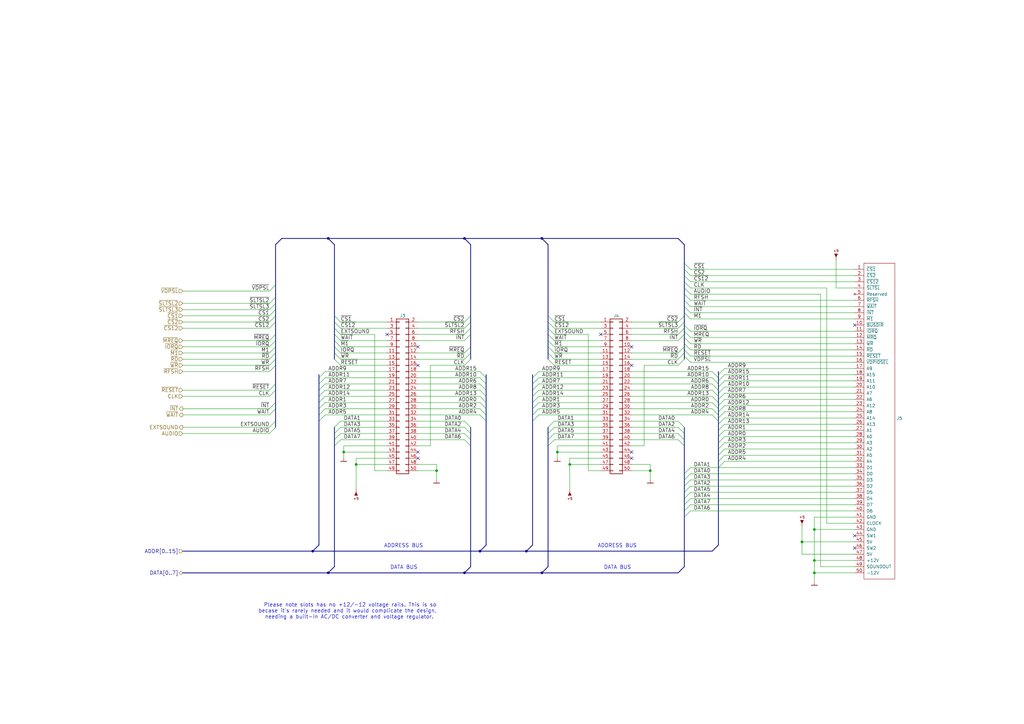
<source format=kicad_sch>
(kicad_sch (version 20211123) (generator eeschema)

  (uuid 173f6f06-e7d0-42ac-ab03-ce6b79b9eeee)

  (paper "A3")

  (lib_symbols
    (symbol "artemisa:GFX_Connector_Output" (pin_names (offset 1.016)) (in_bom yes) (on_board yes)
      (property "Reference" "J" (id 0) (at 0 69.85 0)
        (effects (font (size 1.27 1.27)))
      )
      (property "Value" "GFX_Connector_Output" (id 1) (at -8.89 5.08 90)
        (effects (font (size 1.27 1.27)))
      )
      (property "Footprint" "" (id 2) (at -6.35 30.48 0)
        (effects (font (size 1.27 1.27)) hide)
      )
      (property "Datasheet" "" (id 3) (at -6.35 30.48 0)
        (effects (font (size 1.27 1.27)) hide)
      )
      (symbol "GFX_Connector_Output_0_1"
        (rectangle (start 6.35 68.58) (end -6.35 -60.96)
          (stroke (width 0) (type default) (color 0 0 0 0))
          (fill (type none))
        )
      )
      (symbol "GFX_Connector_Output_1_1"
        (pin input line (at 10.16 66.04 180) (length 3.81)
          (name "~{CS1}" (effects (font (size 1.27 1.27))))
          (number "1" (effects (font (size 1.27 1.27))))
        )
        (pin output line (at 10.16 43.18 180) (length 3.81)
          (name "~{BUSDIR}" (effects (font (size 1.27 1.27))))
          (number "10" (effects (font (size 1.27 1.27))))
        )
        (pin input line (at 10.16 40.64 180) (length 3.81)
          (name "~{IORQ}" (effects (font (size 1.27 1.27))))
          (number "11" (effects (font (size 1.27 1.27))))
        )
        (pin input line (at 10.16 38.1 180) (length 3.81)
          (name "~{MRQ}" (effects (font (size 1.27 1.27))))
          (number "12" (effects (font (size 1.27 1.27))))
        )
        (pin input line (at 10.16 35.56 180) (length 3.81)
          (name "~{WR}" (effects (font (size 1.27 1.27))))
          (number "13" (effects (font (size 1.27 1.27))))
        )
        (pin input line (at 10.16 33.02 180) (length 3.81)
          (name "~{RD}" (effects (font (size 1.27 1.27))))
          (number "14" (effects (font (size 1.27 1.27))))
        )
        (pin input line (at 10.16 30.48 180) (length 3.81)
          (name "~{RESET}" (effects (font (size 1.27 1.27))))
          (number "15" (effects (font (size 1.27 1.27))))
        )
        (pin input line (at 10.16 27.94 180) (length 3.81)
          (name "~{VDPIOSEL}" (effects (font (size 1.27 1.27))))
          (number "16" (effects (font (size 1.27 1.27))))
        )
        (pin input line (at 10.16 25.4 180) (length 3.81)
          (name "A9" (effects (font (size 1.27 1.27))))
          (number "17" (effects (font (size 1.27 1.27))))
        )
        (pin input line (at 10.16 22.86 180) (length 3.81)
          (name "A15" (effects (font (size 1.27 1.27))))
          (number "18" (effects (font (size 1.27 1.27))))
        )
        (pin input line (at 10.16 20.32 180) (length 3.81)
          (name "A11" (effects (font (size 1.27 1.27))))
          (number "19" (effects (font (size 1.27 1.27))))
        )
        (pin input line (at 10.16 63.5 180) (length 3.81)
          (name "~{CS2}" (effects (font (size 1.27 1.27))))
          (number "2" (effects (font (size 1.27 1.27))))
        )
        (pin input line (at 10.16 17.78 180) (length 3.81)
          (name "A10" (effects (font (size 1.27 1.27))))
          (number "20" (effects (font (size 1.27 1.27))))
        )
        (pin input line (at 10.16 15.24 180) (length 3.81)
          (name "A7" (effects (font (size 1.27 1.27))))
          (number "21" (effects (font (size 1.27 1.27))))
        )
        (pin input line (at 10.16 12.7 180) (length 3.81)
          (name "A6" (effects (font (size 1.27 1.27))))
          (number "22" (effects (font (size 1.27 1.27))))
        )
        (pin input line (at 10.16 10.16 180) (length 3.81)
          (name "A12" (effects (font (size 1.27 1.27))))
          (number "23" (effects (font (size 1.27 1.27))))
        )
        (pin input line (at 10.16 7.62 180) (length 3.81)
          (name "A8" (effects (font (size 1.27 1.27))))
          (number "24" (effects (font (size 1.27 1.27))))
        )
        (pin input line (at 10.16 5.08 180) (length 3.81)
          (name "A14" (effects (font (size 1.27 1.27))))
          (number "25" (effects (font (size 1.27 1.27))))
        )
        (pin input line (at 10.16 2.54 180) (length 3.81)
          (name "A13" (effects (font (size 1.27 1.27))))
          (number "26" (effects (font (size 1.27 1.27))))
        )
        (pin input line (at 10.16 0 180) (length 3.81)
          (name "A1" (effects (font (size 1.27 1.27))))
          (number "27" (effects (font (size 1.27 1.27))))
        )
        (pin input line (at 10.16 -2.54 180) (length 3.81)
          (name "A0" (effects (font (size 1.27 1.27))))
          (number "28" (effects (font (size 1.27 1.27))))
        )
        (pin input line (at 10.16 -5.08 180) (length 3.81)
          (name "A3" (effects (font (size 1.27 1.27))))
          (number "29" (effects (font (size 1.27 1.27))))
        )
        (pin input line (at 10.16 60.96 180) (length 3.81)
          (name "~{CS12}" (effects (font (size 1.27 1.27))))
          (number "3" (effects (font (size 1.27 1.27))))
        )
        (pin input line (at 10.16 -7.62 180) (length 3.81)
          (name "A2" (effects (font (size 1.27 1.27))))
          (number "30" (effects (font (size 1.27 1.27))))
        )
        (pin input line (at 10.16 -10.16 180) (length 3.81)
          (name "A5" (effects (font (size 1.27 1.27))))
          (number "31" (effects (font (size 1.27 1.27))))
        )
        (pin input line (at 10.16 -12.7 180) (length 3.81)
          (name "A4" (effects (font (size 1.27 1.27))))
          (number "32" (effects (font (size 1.27 1.27))))
        )
        (pin bidirectional line (at 10.16 -15.24 180) (length 3.81)
          (name "D1" (effects (font (size 1.27 1.27))))
          (number "33" (effects (font (size 1.27 1.27))))
        )
        (pin bidirectional line (at 10.16 -17.78 180) (length 3.81)
          (name "D0" (effects (font (size 1.27 1.27))))
          (number "34" (effects (font (size 1.27 1.27))))
        )
        (pin bidirectional line (at 10.16 -20.32 180) (length 3.81)
          (name "D3" (effects (font (size 1.27 1.27))))
          (number "35" (effects (font (size 1.27 1.27))))
        )
        (pin bidirectional line (at 10.16 -22.86 180) (length 3.81)
          (name "D2" (effects (font (size 1.27 1.27))))
          (number "36" (effects (font (size 1.27 1.27))))
        )
        (pin bidirectional line (at 10.16 -25.4 180) (length 3.81)
          (name "D5" (effects (font (size 1.27 1.27))))
          (number "37" (effects (font (size 1.27 1.27))))
        )
        (pin bidirectional line (at 10.16 -27.94 180) (length 3.81)
          (name "D4" (effects (font (size 1.27 1.27))))
          (number "38" (effects (font (size 1.27 1.27))))
        )
        (pin bidirectional line (at 10.16 -30.48 180) (length 3.81)
          (name "D7" (effects (font (size 1.27 1.27))))
          (number "39" (effects (font (size 1.27 1.27))))
        )
        (pin input line (at 10.16 58.42 180) (length 3.81)
          (name "~{SLTSL}" (effects (font (size 1.27 1.27))))
          (number "4" (effects (font (size 1.27 1.27))))
        )
        (pin bidirectional line (at 10.16 -33.02 180) (length 3.81)
          (name "D6" (effects (font (size 1.27 1.27))))
          (number "40" (effects (font (size 1.27 1.27))))
        )
        (pin power_in line (at 10.16 -35.56 180) (length 3.81)
          (name "GND" (effects (font (size 1.27 1.27))))
          (number "41" (effects (font (size 1.27 1.27))))
        )
        (pin input line (at 10.16 -38.1 180) (length 3.81)
          (name "CLOCK" (effects (font (size 1.27 1.27))))
          (number "42" (effects (font (size 1.27 1.27))))
        )
        (pin power_in line (at 10.16 -40.64 180) (length 3.81)
          (name "GND" (effects (font (size 1.27 1.27))))
          (number "43" (effects (font (size 1.27 1.27))))
        )
        (pin passive line (at 10.16 -43.18 180) (length 3.81)
          (name "SW1" (effects (font (size 1.27 1.27))))
          (number "44" (effects (font (size 1.27 1.27))))
        )
        (pin power_in line (at 10.16 -45.72 180) (length 3.81)
          (name "5V" (effects (font (size 1.27 1.27))))
          (number "45" (effects (font (size 1.27 1.27))))
        )
        (pin passive line (at 10.16 -48.26 180) (length 3.81)
          (name "SW2" (effects (font (size 1.27 1.27))))
          (number "46" (effects (font (size 1.27 1.27))))
        )
        (pin power_in line (at 10.16 -50.8 180) (length 3.81)
          (name "5V" (effects (font (size 1.27 1.27))))
          (number "47" (effects (font (size 1.27 1.27))))
        )
        (pin power_in line (at 10.16 -53.34 180) (length 3.81)
          (name "+12V" (effects (font (size 1.27 1.27))))
          (number "48" (effects (font (size 1.27 1.27))))
        )
        (pin input line (at 10.16 -55.88 180) (length 3.81)
          (name "SOUNDOUT" (effects (font (size 1.27 1.27))))
          (number "49" (effects (font (size 1.27 1.27))))
        )
        (pin no_connect line (at 10.16 55.88 180) (length 3.81)
          (name "Reserved" (effects (font (size 1.27 1.27))))
          (number "5" (effects (font (size 1.27 1.27))))
        )
        (pin power_in line (at 10.16 -58.42 180) (length 3.81)
          (name "-12V" (effects (font (size 1.27 1.27))))
          (number "50" (effects (font (size 1.27 1.27))))
        )
        (pin input line (at 10.16 53.34 180) (length 3.81)
          (name "~{RFSH}" (effects (font (size 1.27 1.27))))
          (number "6" (effects (font (size 1.27 1.27))))
        )
        (pin output line (at 10.16 50.8 180) (length 3.81)
          (name "~{WAIT}" (effects (font (size 1.27 1.27))))
          (number "7" (effects (font (size 1.27 1.27))))
        )
        (pin output line (at 10.16 48.26 180) (length 3.81)
          (name "~{INT}" (effects (font (size 1.27 1.27))))
          (number "8" (effects (font (size 1.27 1.27))))
        )
        (pin input line (at 10.16 45.72 180) (length 3.81)
          (name "~{M1}" (effects (font (size 1.27 1.27))))
          (number "9" (effects (font (size 1.27 1.27))))
        )
      )
    )
    (symbol "artemisa:GND" (power) (pin_numbers hide) (pin_names (offset 0) hide) (in_bom yes) (on_board yes)
      (property "Reference" "#PWR" (id 0) (at 0 -2.54 0)
        (effects (font (size 1.524 1.524)) hide)
      )
      (property "Value" "GND" (id 1) (at 0 2.54 0)
        (effects (font (size 1.524 1.524)) hide)
      )
      (property "Footprint" "" (id 2) (at 0 0 0)
        (effects (font (size 1.524 1.524)) hide)
      )
      (property "Datasheet" "" (id 3) (at 0 0 0)
        (effects (font (size 1.524 1.524)) hide)
      )
      (symbol "GND_0_1"
        (polyline
          (pts
            (xy -1.27 -1.27)
            (xy 1.27 -1.27)
          )
          (stroke (width 0.254) (type default) (color 0 0 0 0))
          (fill (type none))
        )
      )
      (symbol "GND_1_1"
        (pin power_in line (at 0 0 270) (length 1.27)
          (name "GND" (effects (font (size 1.27 1.27))))
          (number "~" (effects (font (size 1.27 1.27))))
        )
      )
    )
    (symbol "artemisa:MSX_Slot" (pin_names (offset 1.016) hide) (in_bom yes) (on_board yes)
      (property "Reference" "J" (id 0) (at 1.27 33.02 0)
        (effects (font (size 1.27 1.27)))
      )
      (property "Value" "MSX_Slot" (id 1) (at 1.27 -33.02 0)
        (effects (font (size 1.27 1.27)))
      )
      (property "Footprint" "" (id 2) (at 0 0 0)
        (effects (font (size 1.27 1.27)) hide)
      )
      (property "Datasheet" "" (id 3) (at 0 0 0)
        (effects (font (size 1.27 1.27)) hide)
      )
      (symbol "MSX_Slot_1_1"
        (rectangle (start -1.27 -30.353) (end 0 -30.607)
          (stroke (width 0.1524) (type default) (color 0 0 0 0))
          (fill (type none))
        )
        (rectangle (start -1.27 -27.813) (end 0 -28.067)
          (stroke (width 0.1524) (type default) (color 0 0 0 0))
          (fill (type none))
        )
        (rectangle (start -1.27 -25.273) (end 0 -25.527)
          (stroke (width 0.1524) (type default) (color 0 0 0 0))
          (fill (type none))
        )
        (rectangle (start -1.27 -22.733) (end 0 -22.987)
          (stroke (width 0.1524) (type default) (color 0 0 0 0))
          (fill (type none))
        )
        (rectangle (start -1.27 -20.193) (end 0 -20.447)
          (stroke (width 0.1524) (type default) (color 0 0 0 0))
          (fill (type none))
        )
        (rectangle (start -1.27 -17.653) (end 0 -17.907)
          (stroke (width 0.1524) (type default) (color 0 0 0 0))
          (fill (type none))
        )
        (rectangle (start -1.27 -15.113) (end 0 -15.367)
          (stroke (width 0.1524) (type default) (color 0 0 0 0))
          (fill (type none))
        )
        (rectangle (start -1.27 -12.573) (end 0 -12.827)
          (stroke (width 0.1524) (type default) (color 0 0 0 0))
          (fill (type none))
        )
        (rectangle (start -1.27 -10.033) (end 0 -10.287)
          (stroke (width 0.1524) (type default) (color 0 0 0 0))
          (fill (type none))
        )
        (rectangle (start -1.27 -7.493) (end 0 -7.747)
          (stroke (width 0.1524) (type default) (color 0 0 0 0))
          (fill (type none))
        )
        (rectangle (start -1.27 -4.953) (end 0 -5.207)
          (stroke (width 0.1524) (type default) (color 0 0 0 0))
          (fill (type none))
        )
        (rectangle (start -1.27 -2.413) (end 0 -2.667)
          (stroke (width 0.1524) (type default) (color 0 0 0 0))
          (fill (type none))
        )
        (rectangle (start -1.27 0.127) (end 0 -0.127)
          (stroke (width 0.1524) (type default) (color 0 0 0 0))
          (fill (type none))
        )
        (rectangle (start -1.27 2.667) (end 0 2.413)
          (stroke (width 0.1524) (type default) (color 0 0 0 0))
          (fill (type none))
        )
        (rectangle (start -1.27 5.207) (end 0 4.953)
          (stroke (width 0.1524) (type default) (color 0 0 0 0))
          (fill (type none))
        )
        (rectangle (start -1.27 7.747) (end 0 7.493)
          (stroke (width 0.1524) (type default) (color 0 0 0 0))
          (fill (type none))
        )
        (rectangle (start -1.27 10.287) (end 0 10.033)
          (stroke (width 0.1524) (type default) (color 0 0 0 0))
          (fill (type none))
        )
        (rectangle (start -1.27 12.827) (end 0 12.573)
          (stroke (width 0.1524) (type default) (color 0 0 0 0))
          (fill (type none))
        )
        (rectangle (start -1.27 15.367) (end 0 15.113)
          (stroke (width 0.1524) (type default) (color 0 0 0 0))
          (fill (type none))
        )
        (rectangle (start -1.27 17.907) (end 0 17.653)
          (stroke (width 0.1524) (type default) (color 0 0 0 0))
          (fill (type none))
        )
        (rectangle (start -1.27 20.447) (end 0 20.193)
          (stroke (width 0.1524) (type default) (color 0 0 0 0))
          (fill (type none))
        )
        (rectangle (start -1.27 22.987) (end 0 22.733)
          (stroke (width 0.1524) (type default) (color 0 0 0 0))
          (fill (type none))
        )
        (rectangle (start -1.27 25.527) (end 0 25.273)
          (stroke (width 0.1524) (type default) (color 0 0 0 0))
          (fill (type none))
        )
        (rectangle (start -1.27 28.067) (end 0 27.813)
          (stroke (width 0.1524) (type default) (color 0 0 0 0))
          (fill (type none))
        )
        (rectangle (start -1.27 30.607) (end 0 30.353)
          (stroke (width 0.1524) (type default) (color 0 0 0 0))
          (fill (type none))
        )
        (rectangle (start -1.27 31.75) (end 3.81 -31.75)
          (stroke (width 0.254) (type default) (color 0 0 0 0))
          (fill (type none))
        )
        (rectangle (start 3.81 -30.353) (end 2.54 -30.607)
          (stroke (width 0.1524) (type default) (color 0 0 0 0))
          (fill (type none))
        )
        (rectangle (start 3.81 -27.813) (end 2.54 -28.067)
          (stroke (width 0.1524) (type default) (color 0 0 0 0))
          (fill (type none))
        )
        (rectangle (start 3.81 -25.273) (end 2.54 -25.527)
          (stroke (width 0.1524) (type default) (color 0 0 0 0))
          (fill (type none))
        )
        (rectangle (start 3.81 -22.733) (end 2.54 -22.987)
          (stroke (width 0.1524) (type default) (color 0 0 0 0))
          (fill (type none))
        )
        (rectangle (start 3.81 -20.193) (end 2.54 -20.447)
          (stroke (width 0.1524) (type default) (color 0 0 0 0))
          (fill (type none))
        )
        (rectangle (start 3.81 -17.653) (end 2.54 -17.907)
          (stroke (width 0.1524) (type default) (color 0 0 0 0))
          (fill (type none))
        )
        (rectangle (start 3.81 -15.113) (end 2.54 -15.367)
          (stroke (width 0.1524) (type default) (color 0 0 0 0))
          (fill (type none))
        )
        (rectangle (start 3.81 -12.573) (end 2.54 -12.827)
          (stroke (width 0.1524) (type default) (color 0 0 0 0))
          (fill (type none))
        )
        (rectangle (start 3.81 -10.033) (end 2.54 -10.287)
          (stroke (width 0.1524) (type default) (color 0 0 0 0))
          (fill (type none))
        )
        (rectangle (start 3.81 -7.493) (end 2.54 -7.747)
          (stroke (width 0.1524) (type default) (color 0 0 0 0))
          (fill (type none))
        )
        (rectangle (start 3.81 -4.953) (end 2.54 -5.207)
          (stroke (width 0.1524) (type default) (color 0 0 0 0))
          (fill (type none))
        )
        (rectangle (start 3.81 -2.413) (end 2.54 -2.667)
          (stroke (width 0.1524) (type default) (color 0 0 0 0))
          (fill (type none))
        )
        (rectangle (start 3.81 0.127) (end 2.54 -0.127)
          (stroke (width 0.1524) (type default) (color 0 0 0 0))
          (fill (type none))
        )
        (rectangle (start 3.81 2.667) (end 2.54 2.413)
          (stroke (width 0.1524) (type default) (color 0 0 0 0))
          (fill (type none))
        )
        (rectangle (start 3.81 5.207) (end 2.54 4.953)
          (stroke (width 0.1524) (type default) (color 0 0 0 0))
          (fill (type none))
        )
        (rectangle (start 3.81 7.747) (end 2.54 7.493)
          (stroke (width 0.1524) (type default) (color 0 0 0 0))
          (fill (type none))
        )
        (rectangle (start 3.81 10.287) (end 2.54 10.033)
          (stroke (width 0.1524) (type default) (color 0 0 0 0))
          (fill (type none))
        )
        (rectangle (start 3.81 12.827) (end 2.54 12.573)
          (stroke (width 0.1524) (type default) (color 0 0 0 0))
          (fill (type none))
        )
        (rectangle (start 3.81 15.367) (end 2.54 15.113)
          (stroke (width 0.1524) (type default) (color 0 0 0 0))
          (fill (type none))
        )
        (rectangle (start 3.81 17.907) (end 2.54 17.653)
          (stroke (width 0.1524) (type default) (color 0 0 0 0))
          (fill (type none))
        )
        (rectangle (start 3.81 20.447) (end 2.54 20.193)
          (stroke (width 0.1524) (type default) (color 0 0 0 0))
          (fill (type none))
        )
        (rectangle (start 3.81 22.987) (end 2.54 22.733)
          (stroke (width 0.1524) (type default) (color 0 0 0 0))
          (fill (type none))
        )
        (rectangle (start 3.81 25.527) (end 2.54 25.273)
          (stroke (width 0.1524) (type default) (color 0 0 0 0))
          (fill (type none))
        )
        (rectangle (start 3.81 28.067) (end 2.54 27.813)
          (stroke (width 0.1524) (type default) (color 0 0 0 0))
          (fill (type none))
        )
        (rectangle (start 3.81 30.607) (end 2.54 30.353)
          (stroke (width 0.1524) (type default) (color 0 0 0 0))
          (fill (type none))
        )
        (pin passive line (at -5.08 30.48 0) (length 3.81)
          (name "Pin_1" (effects (font (size 1.27 1.27))))
          (number "1" (effects (font (size 1.27 1.27))))
        )
        (pin passive line (at 7.62 20.32 180) (length 3.81)
          (name "Pin_10" (effects (font (size 1.27 1.27))))
          (number "10" (effects (font (size 1.27 1.27))))
        )
        (pin passive line (at -5.08 17.78 0) (length 3.81)
          (name "Pin_11" (effects (font (size 1.27 1.27))))
          (number "11" (effects (font (size 1.27 1.27))))
        )
        (pin passive line (at 7.62 17.78 180) (length 3.81)
          (name "Pin_12" (effects (font (size 1.27 1.27))))
          (number "12" (effects (font (size 1.27 1.27))))
        )
        (pin passive line (at -5.08 15.24 0) (length 3.81)
          (name "Pin_13" (effects (font (size 1.27 1.27))))
          (number "13" (effects (font (size 1.27 1.27))))
        )
        (pin passive line (at 7.62 15.24 180) (length 3.81)
          (name "Pin_14" (effects (font (size 1.27 1.27))))
          (number "14" (effects (font (size 1.27 1.27))))
        )
        (pin passive line (at -5.08 12.7 0) (length 3.81)
          (name "Pin_15" (effects (font (size 1.27 1.27))))
          (number "15" (effects (font (size 1.27 1.27))))
        )
        (pin passive line (at 7.62 12.7 180) (length 3.81)
          (name "Pin_16" (effects (font (size 1.27 1.27))))
          (number "16" (effects (font (size 1.27 1.27))))
        )
        (pin passive line (at -5.08 10.16 0) (length 3.81)
          (name "Pin_17" (effects (font (size 1.27 1.27))))
          (number "17" (effects (font (size 1.27 1.27))))
        )
        (pin passive line (at 7.62 10.16 180) (length 3.81)
          (name "Pin_18" (effects (font (size 1.27 1.27))))
          (number "18" (effects (font (size 1.27 1.27))))
        )
        (pin passive line (at -5.08 7.62 0) (length 3.81)
          (name "Pin_19" (effects (font (size 1.27 1.27))))
          (number "19" (effects (font (size 1.27 1.27))))
        )
        (pin passive line (at 7.62 30.48 180) (length 3.81)
          (name "Pin_2" (effects (font (size 1.27 1.27))))
          (number "2" (effects (font (size 1.27 1.27))))
        )
        (pin passive line (at 7.62 7.62 180) (length 3.81)
          (name "Pin_20" (effects (font (size 1.27 1.27))))
          (number "20" (effects (font (size 1.27 1.27))))
        )
        (pin passive line (at -5.08 5.08 0) (length 3.81)
          (name "Pin_21" (effects (font (size 1.27 1.27))))
          (number "21" (effects (font (size 1.27 1.27))))
        )
        (pin passive line (at 7.62 5.08 180) (length 3.81)
          (name "Pin_22" (effects (font (size 1.27 1.27))))
          (number "22" (effects (font (size 1.27 1.27))))
        )
        (pin passive line (at -5.08 2.54 0) (length 3.81)
          (name "Pin_23" (effects (font (size 1.27 1.27))))
          (number "23" (effects (font (size 1.27 1.27))))
        )
        (pin passive line (at 7.62 2.54 180) (length 3.81)
          (name "Pin_24" (effects (font (size 1.27 1.27))))
          (number "24" (effects (font (size 1.27 1.27))))
        )
        (pin passive line (at -5.08 0 0) (length 3.81)
          (name "Pin_25" (effects (font (size 1.27 1.27))))
          (number "25" (effects (font (size 1.27 1.27))))
        )
        (pin passive line (at 7.62 0 180) (length 3.81)
          (name "Pin_26" (effects (font (size 1.27 1.27))))
          (number "26" (effects (font (size 1.27 1.27))))
        )
        (pin passive line (at -5.08 -2.54 0) (length 3.81)
          (name "Pin_27" (effects (font (size 1.27 1.27))))
          (number "27" (effects (font (size 1.27 1.27))))
        )
        (pin passive line (at 7.62 -2.54 180) (length 3.81)
          (name "Pin_28" (effects (font (size 1.27 1.27))))
          (number "28" (effects (font (size 1.27 1.27))))
        )
        (pin passive line (at -5.08 -5.08 0) (length 3.81)
          (name "Pin_29" (effects (font (size 1.27 1.27))))
          (number "29" (effects (font (size 1.27 1.27))))
        )
        (pin passive line (at -5.08 27.94 0) (length 3.81)
          (name "Pin_3" (effects (font (size 1.27 1.27))))
          (number "3" (effects (font (size 1.27 1.27))))
        )
        (pin passive line (at 7.62 -5.08 180) (length 3.81)
          (name "Pin_30" (effects (font (size 1.27 1.27))))
          (number "30" (effects (font (size 1.27 1.27))))
        )
        (pin passive line (at -5.08 -7.62 0) (length 3.81)
          (name "Pin_31" (effects (font (size 1.27 1.27))))
          (number "31" (effects (font (size 1.27 1.27))))
        )
        (pin passive line (at 7.62 -7.62 180) (length 3.81)
          (name "Pin_32" (effects (font (size 1.27 1.27))))
          (number "32" (effects (font (size 1.27 1.27))))
        )
        (pin passive line (at -5.08 -10.16 0) (length 3.81)
          (name "Pin_33" (effects (font (size 1.27 1.27))))
          (number "33" (effects (font (size 1.27 1.27))))
        )
        (pin passive line (at 7.62 -10.16 180) (length 3.81)
          (name "Pin_34" (effects (font (size 1.27 1.27))))
          (number "34" (effects (font (size 1.27 1.27))))
        )
        (pin passive line (at -5.08 -12.7 0) (length 3.81)
          (name "Pin_35" (effects (font (size 1.27 1.27))))
          (number "35" (effects (font (size 1.27 1.27))))
        )
        (pin passive line (at 7.62 -12.7 180) (length 3.81)
          (name "Pin_36" (effects (font (size 1.27 1.27))))
          (number "36" (effects (font (size 1.27 1.27))))
        )
        (pin passive line (at -5.08 -15.24 0) (length 3.81)
          (name "Pin_37" (effects (font (size 1.27 1.27))))
          (number "37" (effects (font (size 1.27 1.27))))
        )
        (pin passive line (at 7.62 -15.24 180) (length 3.81)
          (name "Pin_38" (effects (font (size 1.27 1.27))))
          (number "38" (effects (font (size 1.27 1.27))))
        )
        (pin passive line (at -5.08 -17.78 0) (length 3.81)
          (name "Pin_39" (effects (font (size 1.27 1.27))))
          (number "39" (effects (font (size 1.27 1.27))))
        )
        (pin passive line (at 7.62 27.94 180) (length 3.81)
          (name "Pin_4" (effects (font (size 1.27 1.27))))
          (number "4" (effects (font (size 1.27 1.27))))
        )
        (pin passive line (at 7.62 -17.78 180) (length 3.81)
          (name "Pin_40" (effects (font (size 1.27 1.27))))
          (number "40" (effects (font (size 1.27 1.27))))
        )
        (pin passive line (at -5.08 -20.32 0) (length 3.81)
          (name "Pin_41" (effects (font (size 1.27 1.27))))
          (number "41" (effects (font (size 1.27 1.27))))
        )
        (pin passive line (at 7.62 -20.32 180) (length 3.81)
          (name "Pin_42" (effects (font (size 1.27 1.27))))
          (number "42" (effects (font (size 1.27 1.27))))
        )
        (pin passive line (at -5.08 -22.86 0) (length 3.81)
          (name "Pin_43" (effects (font (size 1.27 1.27))))
          (number "43" (effects (font (size 1.27 1.27))))
        )
        (pin passive line (at 7.62 -22.86 180) (length 3.81)
          (name "Pin_44" (effects (font (size 1.27 1.27))))
          (number "44" (effects (font (size 1.27 1.27))))
        )
        (pin passive line (at -5.08 -25.4 0) (length 3.81)
          (name "Pin_45" (effects (font (size 1.27 1.27))))
          (number "45" (effects (font (size 1.27 1.27))))
        )
        (pin passive line (at 7.62 -25.4 180) (length 3.81)
          (name "Pin_46" (effects (font (size 1.27 1.27))))
          (number "46" (effects (font (size 1.27 1.27))))
        )
        (pin passive line (at -5.08 -27.94 0) (length 3.81)
          (name "Pin_47" (effects (font (size 1.27 1.27))))
          (number "47" (effects (font (size 1.27 1.27))))
        )
        (pin passive line (at 7.62 -27.94 180) (length 3.81)
          (name "Pin_48" (effects (font (size 1.27 1.27))))
          (number "48" (effects (font (size 1.27 1.27))))
        )
        (pin passive line (at -5.08 -30.48 0) (length 3.81)
          (name "Pin_49" (effects (font (size 1.27 1.27))))
          (number "49" (effects (font (size 1.27 1.27))))
        )
        (pin passive line (at -5.08 25.4 0) (length 3.81)
          (name "Pin_5" (effects (font (size 1.27 1.27))))
          (number "5" (effects (font (size 1.27 1.27))))
        )
        (pin passive line (at 7.62 -30.48 180) (length 3.81)
          (name "Pin_50" (effects (font (size 1.27 1.27))))
          (number "50" (effects (font (size 1.27 1.27))))
        )
        (pin passive line (at 7.62 25.4 180) (length 3.81)
          (name "Pin_6" (effects (font (size 1.27 1.27))))
          (number "6" (effects (font (size 1.27 1.27))))
        )
        (pin passive line (at -5.08 22.86 0) (length 3.81)
          (name "Pin_7" (effects (font (size 1.27 1.27))))
          (number "7" (effects (font (size 1.27 1.27))))
        )
        (pin passive line (at 7.62 22.86 180) (length 3.81)
          (name "Pin_8" (effects (font (size 1.27 1.27))))
          (number "8" (effects (font (size 1.27 1.27))))
        )
        (pin passive line (at -5.08 20.32 0) (length 3.81)
          (name "Pin_9" (effects (font (size 1.27 1.27))))
          (number "9" (effects (font (size 1.27 1.27))))
        )
      )
    )
    (symbol "artemisa:VCC" (power) (pin_numbers hide) (pin_names (offset 0) hide) (in_bom yes) (on_board yes)
      (property "Reference" "#PWR" (id 0) (at 0 -1.27 0)
        (effects (font (size 1.524 1.524)) hide)
      )
      (property "Value" "VCC" (id 1) (at 0 6.35 0)
        (effects (font (size 1.524 1.524)) hide)
      )
      (property "Footprint" "" (id 2) (at 0 0 0)
        (effects (font (size 1.524 1.524)) hide)
      )
      (property "Datasheet" "" (id 3) (at 0 0 0)
        (effects (font (size 1.524 1.524)) hide)
      )
      (symbol "VCC_0_0"
        (text "+5" (at 0 3.81 0)
          (effects (font (size 1.016 1.016)))
        )
      )
      (symbol "VCC_0_1"
        (polyline
          (pts
            (xy 0 1.27)
            (xy 0.635 2.54)
            (xy -0.635 2.54)
            (xy 0 1.27)
          )
          (stroke (width 0) (type default) (color 0 0 0 0))
          (fill (type outline))
        )
      )
      (symbol "VCC_1_1"
        (pin power_in line (at 0 0 90) (length 1.27)
          (name "~" (effects (font (size 1.27 1.27))))
          (number "~" (effects (font (size 1.27 1.27))))
        )
      )
    )
  )


  (junction (at 140.97 185.42) (diameter 0) (color 0 0 0 0)
    (uuid 03c7f780-fc1b-487a-b30d-567d6c09fdc8)
  )
  (junction (at 146.05 190.5) (diameter 0) (color 0 0 0 0)
    (uuid 0fdc6f30-77bc-4e9b-8665-c8aa9acf5bf9)
  )
  (junction (at 190.5 97.79) (diameter 0) (color 0 0 0 0)
    (uuid 1a32102d-4d08-4a90-b777-29f41d092d6c)
  )
  (junction (at 215.9 226.06) (diameter 0) (color 0 0 0 0)
    (uuid 250c8859-53d9-4b16-9e33-bcef2d0d08db)
  )
  (junction (at 328.93 222.25) (diameter 0) (color 0 0 0 0)
    (uuid 25bc3602-3fb4-4a04-94e3-21ba22562c24)
  )
  (junction (at 228.6 185.42) (diameter 0) (color 0 0 0 0)
    (uuid 3326423d-8df7-4a7e-a354-349430b8fbd7)
  )
  (junction (at 334.01 234.95) (diameter 0) (color 0 0 0 0)
    (uuid 363945f6-fbef-42be-99cf-4a8a48434d92)
  )
  (junction (at 128.27 226.06) (diameter 0) (color 0 0 0 0)
    (uuid 39597e81-f70e-461a-8b54-a3cbec89ae00)
  )
  (junction (at 190.5 234.95) (diameter 0) (color 0 0 0 0)
    (uuid 4717d0fe-4403-41d8-b34e-f32ad0c89ac4)
  )
  (junction (at 334.01 217.17) (diameter 0) (color 0 0 0 0)
    (uuid 49575217-40b0-4890-8acf-12982cca52b5)
  )
  (junction (at 222.25 234.95) (diameter 0) (color 0 0 0 0)
    (uuid 561ecb3f-ead7-4771-b6c0-d34cd21c92d3)
  )
  (junction (at 334.01 229.87) (diameter 0) (color 0 0 0 0)
    (uuid 7c5f3091-7791-43b3-8d50-43f6a72274c9)
  )
  (junction (at 233.68 190.5) (diameter 0) (color 0 0 0 0)
    (uuid 935057d5-6882-4c15-9a35-54677912ba12)
  )
  (junction (at 179.07 193.04) (diameter 0) (color 0 0 0 0)
    (uuid a90361cd-254c-4d27-ae1f-9a6c85bafe28)
  )
  (junction (at 134.62 234.95) (diameter 0) (color 0 0 0 0)
    (uuid be3c23a4-c711-4e7e-b832-1f8432ee1a89)
  )
  (junction (at 196.85 226.06) (diameter 0) (color 0 0 0 0)
    (uuid ca732df0-841c-46b2-96b9-d77d13584bfd)
  )
  (junction (at 266.7 193.04) (diameter 0) (color 0 0 0 0)
    (uuid d01102e9-b170-4eb1-a0a4-9a31feb850b7)
  )
  (junction (at 134.62 97.79) (diameter 0) (color 0 0 0 0)
    (uuid d4e95aa0-57e4-47b6-a6b2-4749d2491cdb)
  )
  (junction (at 222.25 97.79) (diameter 0) (color 0 0 0 0)
    (uuid ecb1077d-c343-42c9-9672-52914a1f9f16)
  )

  (no_connect (at 350.52 219.71) (uuid 34c0bee6-7425-4435-8857-d1fe8dfb6d89))
  (no_connect (at 259.08 185.42) (uuid 3f8a5430-68a9-4732-9b89-4e00dd8ae219))
  (no_connect (at 259.08 149.86) (uuid 42ff012d-5eb7-42b9-bb45-415cf26799c6))
  (no_connect (at 259.08 142.24) (uuid 53e34696-241f-47e5-a477-f469335c8a61))
  (no_connect (at 350.52 224.79) (uuid 6cb535a7-247d-4f99-997d-c21b160eadfa))
  (no_connect (at 171.45 149.86) (uuid 6e435cd4-da2b-4602-a0aa-5dd988834dff))
  (no_connect (at 171.45 185.42) (uuid 6f675e5f-8fe6-4148-baf1-da97afc770f8))
  (no_connect (at 171.45 142.24) (uuid 8cdc8ef9-532e-4bf5-9998-7213b9e692a2))
  (no_connect (at 259.08 187.96) (uuid 96de0051-7945-413a-9219-1ab367546962))
  (no_connect (at 350.52 133.35) (uuid a25b7e01-1754-4cc9-8a14-3d9c461e5af5))
  (no_connect (at 158.75 137.16) (uuid d21cc5e4-177a-4e1d-a8d5-060ed33e5b8e))
  (no_connect (at 171.45 187.96) (uuid d69a5fdf-de15-4ec9-94f6-f9ee2f4b69fa))
  (no_connect (at 246.38 137.16) (uuid f959907b-1cef-4760-b043-4260a660a2ae))

  (bus_entry (at 137.16 134.62) (size 2.54 2.54)
    (stroke (width 0) (type default) (color 0 0 0 0))
    (uuid 00e38d63-5436-49db-81f5-697421f168fc)
  )
  (bus_entry (at 113.03 116.84) (size -2.54 2.54)
    (stroke (width 0) (type default) (color 0 0 0 0))
    (uuid 03f57fb4-32a3-4bc6-85b9-fd8ece4a9592)
  )
  (bus_entry (at 283.21 209.55) (size -2.54 2.54)
    (stroke (width 0) (type default) (color 0 0 0 0))
    (uuid 05f2859d-2820-4e84-b395-696011feb13b)
  )
  (bus_entry (at 283.21 204.47) (size -2.54 2.54)
    (stroke (width 0) (type default) (color 0 0 0 0))
    (uuid 07d160b6-23e1-4aa0-95cb-440482e6fc15)
  )
  (bus_entry (at 193.04 137.16) (size -2.54 2.54)
    (stroke (width 0) (type default) (color 0 0 0 0))
    (uuid 088f77ba-fca9-42b3-876e-a6937267f957)
  )
  (bus_entry (at 283.21 110.49) (size -2.54 -2.54)
    (stroke (width 0) (type default) (color 0 0 0 0))
    (uuid 0cbeb329-a88d-4a47-a5c2-a1d693de2f8c)
  )
  (bus_entry (at 297.18 179.07) (size -2.54 2.54)
    (stroke (width 0) (type default) (color 0 0 0 0))
    (uuid 0dfdfa9f-1e3f-4e14-b64b-12bde76a80c7)
  )
  (bus_entry (at 113.03 144.78) (size -2.54 2.54)
    (stroke (width 0) (type default) (color 0 0 0 0))
    (uuid 0fafc6b9-fd35-4a55-9270-7a8e7ce3cb13)
  )
  (bus_entry (at 190.5 180.34) (size 2.54 2.54)
    (stroke (width 0) (type default) (color 0 0 0 0))
    (uuid 109caac1-5036-4f23-9a66-f569d871501b)
  )
  (bus_entry (at 227.33 180.34) (size -2.54 2.54)
    (stroke (width 0) (type default) (color 0 0 0 0))
    (uuid 1199146e-a60b-416a-b503-e77d6d2892f9)
  )
  (bus_entry (at 292.1 167.64) (size 2.54 2.54)
    (stroke (width 0) (type default) (color 0 0 0 0))
    (uuid 16121028-bdf5-49c0-aae7-e28fe5bfa771)
  )
  (bus_entry (at 190.5 177.8) (size 2.54 2.54)
    (stroke (width 0) (type default) (color 0 0 0 0))
    (uuid 19b0959e-a79b-43b2-a5ad-525ced7e9131)
  )
  (bus_entry (at 283.21 201.93) (size -2.54 2.54)
    (stroke (width 0) (type default) (color 0 0 0 0))
    (uuid 1e48966e-d29d-4521-8939-ec8ac570431d)
  )
  (bus_entry (at 224.79 132.08) (size 2.54 2.54)
    (stroke (width 0) (type default) (color 0 0 0 0))
    (uuid 1f9ae101-c652-4998-a503-17aedf3d5746)
  )
  (bus_entry (at 278.13 180.34) (size 2.54 2.54)
    (stroke (width 0) (type default) (color 0 0 0 0))
    (uuid 1fbb0219-551e-409b-a61b-76e8cebdfb9d)
  )
  (bus_entry (at 133.35 160.02) (size -2.54 2.54)
    (stroke (width 0) (type default) (color 0 0 0 0))
    (uuid 22999e73-da32-43a5-9163-4b3a41614f25)
  )
  (bus_entry (at 280.67 147.32) (size -2.54 2.54)
    (stroke (width 0) (type default) (color 0 0 0 0))
    (uuid 22bb6c80-05a9-4d89-98b0-f4c23fe6c1ce)
  )
  (bus_entry (at 196.85 170.18) (size 2.54 2.54)
    (stroke (width 0) (type default) (color 0 0 0 0))
    (uuid 25e5aa8e-2696-44a3-8d3c-c2c53f2923cf)
  )
  (bus_entry (at 297.18 158.75) (size -2.54 2.54)
    (stroke (width 0) (type default) (color 0 0 0 0))
    (uuid 269f19c3-6824-45a8-be29-fa58d70cbb42)
  )
  (bus_entry (at 220.98 165.1) (size -2.54 2.54)
    (stroke (width 0) (type default) (color 0 0 0 0))
    (uuid 2891767f-251c-48c4-91c0-deb1b368f45c)
  )
  (bus_entry (at 283.21 146.05) (size -2.54 -2.54)
    (stroke (width 0) (type default) (color 0 0 0 0))
    (uuid 2f291a4b-4ecb-4692-9ad2-324f9784c0d4)
  )
  (bus_entry (at 280.67 134.62) (size -2.54 2.54)
    (stroke (width 0) (type default) (color 0 0 0 0))
    (uuid 30c33e3e-fb78-498d-bffe-76273d527004)
  )
  (bus_entry (at 283.21 135.89) (size -2.54 -2.54)
    (stroke (width 0) (type default) (color 0 0 0 0))
    (uuid 319639ae-c2c5-486d-93b1-d03bb1b64252)
  )
  (bus_entry (at 137.16 132.08) (size 2.54 2.54)
    (stroke (width 0) (type default) (color 0 0 0 0))
    (uuid 34d03349-6d78-4165-a683-2d8b76f2bae8)
  )
  (bus_entry (at 297.18 156.21) (size -2.54 2.54)
    (stroke (width 0) (type default) (color 0 0 0 0))
    (uuid 38cfe839-c630-43d3-a9ec-6a89ba9e318a)
  )
  (bus_entry (at 297.18 176.53) (size -2.54 2.54)
    (stroke (width 0) (type default) (color 0 0 0 0))
    (uuid 3a41dd27-ec14-44d5-b505-aad1d829f79a)
  )
  (bus_entry (at 283.21 138.43) (size -2.54 -2.54)
    (stroke (width 0) (type default) (color 0 0 0 0))
    (uuid 3a70978e-dcc2-4620-a99c-514362812927)
  )
  (bus_entry (at 113.03 139.7) (size -2.54 2.54)
    (stroke (width 0) (type default) (color 0 0 0 0))
    (uuid 3b686d17-1000-4762-ba31-589d599a3edf)
  )
  (bus_entry (at 113.03 124.46) (size -2.54 2.54)
    (stroke (width 0) (type default) (color 0 0 0 0))
    (uuid 3e0392c0-affc-4114-9de5-1f1cfe79418a)
  )
  (bus_entry (at 133.35 167.64) (size -2.54 2.54)
    (stroke (width 0) (type default) (color 0 0 0 0))
    (uuid 40b14a16-fb82-4b9d-89dd-55cd98abb5cc)
  )
  (bus_entry (at 227.33 175.26) (size -2.54 2.54)
    (stroke (width 0) (type default) (color 0 0 0 0))
    (uuid 479331ff-c540-41f4-84e6-b48d65171e59)
  )
  (bus_entry (at 292.1 162.56) (size 2.54 2.54)
    (stroke (width 0) (type default) (color 0 0 0 0))
    (uuid 4db55cb8-197b-4402-871f-ce582b65664b)
  )
  (bus_entry (at 193.04 147.32) (size -2.54 2.54)
    (stroke (width 0) (type default) (color 0 0 0 0))
    (uuid 4f411f68-04bd-4175-a406-bcaa4cf6601e)
  )
  (bus_entry (at 113.03 127) (size -2.54 2.54)
    (stroke (width 0) (type default) (color 0 0 0 0))
    (uuid 5701b80f-f006-4814-81c9-0c7f006088a9)
  )
  (bus_entry (at 280.67 144.78) (size -2.54 2.54)
    (stroke (width 0) (type default) (color 0 0 0 0))
    (uuid 57276367-9ce4-4738-88d7-6e8cb94c966c)
  )
  (bus_entry (at 283.21 191.77) (size -2.54 2.54)
    (stroke (width 0) (type default) (color 0 0 0 0))
    (uuid 576f00e6-a1be-45d3-9b93-e26d9e0fe306)
  )
  (bus_entry (at 297.18 153.67) (size -2.54 2.54)
    (stroke (width 0) (type default) (color 0 0 0 0))
    (uuid 5889287d-b845-4684-b23e-663811b25d27)
  )
  (bus_entry (at 280.67 137.16) (size -2.54 2.54)
    (stroke (width 0) (type default) (color 0 0 0 0))
    (uuid 5b0a5a46-7b51-4262-a80e-d33dd1806615)
  )
  (bus_entry (at 224.79 129.54) (size 2.54 2.54)
    (stroke (width 0) (type default) (color 0 0 0 0))
    (uuid 5c30b9b4-3014-4f50-9329-27a539b67e01)
  )
  (bus_entry (at 196.85 160.02) (size 2.54 2.54)
    (stroke (width 0) (type default) (color 0 0 0 0))
    (uuid 609b9e1b-4e3b-42b7-ac76-a62ec4d0e7c7)
  )
  (bus_entry (at 283.21 140.97) (size -2.54 -2.54)
    (stroke (width 0) (type default) (color 0 0 0 0))
    (uuid 62a1f3d4-027d-4ecf-a37a-6fcf4263e9d2)
  )
  (bus_entry (at 297.18 189.23) (size -2.54 2.54)
    (stroke (width 0) (type default) (color 0 0 0 0))
    (uuid 62e8c4d4-266c-4e53-8981-1028251d724c)
  )
  (bus_entry (at 113.03 129.54) (size -2.54 2.54)
    (stroke (width 0) (type default) (color 0 0 0 0))
    (uuid 6513181c-0a6a-4560-9a18-17450c36ae2a)
  )
  (bus_entry (at 133.35 165.1) (size -2.54 2.54)
    (stroke (width 0) (type default) (color 0 0 0 0))
    (uuid 658dad07-97fd-466c-8b49-21892ac96ea4)
  )
  (bus_entry (at 113.03 137.16) (size -2.54 2.54)
    (stroke (width 0) (type default) (color 0 0 0 0))
    (uuid 66218487-e316-4467-9eba-79d4626ab24e)
  )
  (bus_entry (at 113.03 167.64) (size -2.54 2.54)
    (stroke (width 0) (type default) (color 0 0 0 0))
    (uuid 66bc2bca-dab7-4947-a0ff-403cdaf9fb89)
  )
  (bus_entry (at 196.85 167.64) (size 2.54 2.54)
    (stroke (width 0) (type default) (color 0 0 0 0))
    (uuid 6bf05d19-ba3e-4ba6-8a6f-4e0bc45ea3b2)
  )
  (bus_entry (at 133.35 162.56) (size -2.54 2.54)
    (stroke (width 0) (type default) (color 0 0 0 0))
    (uuid 6e68f0cd-800e-4167-9553-71fc59da1eeb)
  )
  (bus_entry (at 193.04 144.78) (size -2.54 2.54)
    (stroke (width 0) (type default) (color 0 0 0 0))
    (uuid 6f80f798-dc24-438f-a1eb-4ee2936267c8)
  )
  (bus_entry (at 196.85 154.94) (size 2.54 2.54)
    (stroke (width 0) (type default) (color 0 0 0 0))
    (uuid 70fb572d-d5ec-41e7-9482-63d4578b4f47)
  )
  (bus_entry (at 193.04 134.62) (size -2.54 2.54)
    (stroke (width 0) (type default) (color 0 0 0 0))
    (uuid 71989e06-8659-4605-b2da-4f729cc41263)
  )
  (bus_entry (at 220.98 170.18) (size -2.54 2.54)
    (stroke (width 0) (type default) (color 0 0 0 0))
    (uuid 71f92193-19b0-44ed-bc7f-77535083d769)
  )
  (bus_entry (at 278.13 175.26) (size 2.54 2.54)
    (stroke (width 0) (type default) (color 0 0 0 0))
    (uuid 79770cd5-32d7-429a-8248-0d9e6212231a)
  )
  (bus_entry (at 196.85 157.48) (size 2.54 2.54)
    (stroke (width 0) (type default) (color 0 0 0 0))
    (uuid 7afa54c4-2181-41d3-81f7-39efc497ecae)
  )
  (bus_entry (at 190.5 172.72) (size 2.54 2.54)
    (stroke (width 0) (type default) (color 0 0 0 0))
    (uuid 7c04618d-9115-4179-b234-a8faf854ea92)
  )
  (bus_entry (at 224.79 134.62) (size 2.54 2.54)
    (stroke (width 0) (type default) (color 0 0 0 0))
    (uuid 7d76d925-f900-42af-a03f-bb32d2381b09)
  )
  (bus_entry (at 283.21 125.73) (size -2.54 -2.54)
    (stroke (width 0) (type default) (color 0 0 0 0))
    (uuid 7db990e4-92e1-4f99-b4d2-435bbec1ba83)
  )
  (bus_entry (at 133.35 154.94) (size -2.54 2.54)
    (stroke (width 0) (type default) (color 0 0 0 0))
    (uuid 81a15393-727e-448b-a777-b18773023d89)
  )
  (bus_entry (at 283.21 148.59) (size -2.54 -2.54)
    (stroke (width 0) (type default) (color 0 0 0 0))
    (uuid 83021f70-e61e-4ad3-bae7-b9f02b28be4f)
  )
  (bus_entry (at 280.67 115.57) (size 2.54 2.54)
    (stroke (width 0) (type default) (color 0 0 0 0))
    (uuid 87a1984f-543d-4f2e-ad8a-7a3a24ee6047)
  )
  (bus_entry (at 224.79 139.7) (size 2.54 2.54)
    (stroke (width 0) (type default) (color 0 0 0 0))
    (uuid 88cb65f4-7e9e-44eb-8692-3b6e2e788a94)
  )
  (bus_entry (at 137.16 142.24) (size 2.54 2.54)
    (stroke (width 0) (type default) (color 0 0 0 0))
    (uuid 88d2c4b8-79f2-4e8b-9f70-b7e0ed9c70f8)
  )
  (bus_entry (at 137.16 147.32) (size 2.54 2.54)
    (stroke (width 0) (type default) (color 0 0 0 0))
    (uuid 89c0bc4d-eee5-4a77-ac35-d30b35db5cbe)
  )
  (bus_entry (at 139.7 172.72) (size -2.54 2.54)
    (stroke (width 0) (type default) (color 0 0 0 0))
    (uuid 8bc2c25a-a1f1-4ce8-b96a-a4f8f4c35079)
  )
  (bus_entry (at 283.21 123.19) (size -2.54 -2.54)
    (stroke (width 0) (type default) (color 0 0 0 0))
    (uuid 8efee08b-b92e-4ba6-8722-c058e18114fe)
  )
  (bus_entry (at 292.1 154.94) (size 2.54 2.54)
    (stroke (width 0) (type default) (color 0 0 0 0))
    (uuid 9031bb33-c6aa-4758-bf5c-3274ed3ebab7)
  )
  (bus_entry (at 113.03 142.24) (size -2.54 2.54)
    (stroke (width 0) (type default) (color 0 0 0 0))
    (uuid 9286cf02-1563-41d2-9931-c192c33bab31)
  )
  (bus_entry (at 297.18 184.15) (size -2.54 2.54)
    (stroke (width 0) (type default) (color 0 0 0 0))
    (uuid 98fe66f3-ec8b-4515-ae34-617f2124a7ec)
  )
  (bus_entry (at 278.13 177.8) (size 2.54 2.54)
    (stroke (width 0) (type default) (color 0 0 0 0))
    (uuid 99332785-d9f1-4363-9377-26ddc18e6d2c)
  )
  (bus_entry (at 193.04 132.08) (size -2.54 2.54)
    (stroke (width 0) (type default) (color 0 0 0 0))
    (uuid 9a0b74a5-4879-4b51-8e8e-6d85a0107422)
  )
  (bus_entry (at 297.18 168.91) (size -2.54 2.54)
    (stroke (width 0) (type default) (color 0 0 0 0))
    (uuid 9aaeec6e-84fe-4644-b0bc-5de24626ff48)
  )
  (bus_entry (at 292.1 160.02) (size 2.54 2.54)
    (stroke (width 0) (type default) (color 0 0 0 0))
    (uuid 9aedbb9e-8340-4899-b813-05b23382a36b)
  )
  (bus_entry (at 113.03 132.08) (size -2.54 2.54)
    (stroke (width 0) (type default) (color 0 0 0 0))
    (uuid 9b6bb172-1ac4-440a-ac75-c1917d9d59c7)
  )
  (bus_entry (at 220.98 162.56) (size -2.54 2.54)
    (stroke (width 0) (type default) (color 0 0 0 0))
    (uuid 9bac9ad3-a7b9-47f0-87c7-d8630653df68)
  )
  (bus_entry (at 283.21 196.85) (size -2.54 2.54)
    (stroke (width 0) (type default) (color 0 0 0 0))
    (uuid a0dee8e6-f88a-4f05-aba0-bab3aafdf2bc)
  )
  (bus_entry (at 113.03 175.26) (size -2.54 2.54)
    (stroke (width 0) (type default) (color 0 0 0 0))
    (uuid a0e7a81b-2259-4f8d-8368-ba75f2004714)
  )
  (bus_entry (at 133.35 157.48) (size -2.54 2.54)
    (stroke (width 0) (type default) (color 0 0 0 0))
    (uuid a4f86a46-3bc8-4daa-9125-a63f297eb114)
  )
  (bus_entry (at 283.21 207.01) (size -2.54 2.54)
    (stroke (width 0) (type default) (color 0 0 0 0))
    (uuid a62609cd-29b7-4918-b97d-7b2404ba61cf)
  )
  (bus_entry (at 137.16 139.7) (size 2.54 2.54)
    (stroke (width 0) (type default) (color 0 0 0 0))
    (uuid a7531a95-7ca1-4f34-955e-18120cec99e6)
  )
  (bus_entry (at 113.03 121.92) (size -2.54 2.54)
    (stroke (width 0) (type default) (color 0 0 0 0))
    (uuid a7f25f41-0b4c-4430-b6cd-b2160b2db099)
  )
  (bus_entry (at 220.98 157.48) (size -2.54 2.54)
    (stroke (width 0) (type default) (color 0 0 0 0))
    (uuid af347946-e3da-4427-87ab-77b747929f50)
  )
  (bus_entry (at 227.33 172.72) (size -2.54 2.54)
    (stroke (width 0) (type default) (color 0 0 0 0))
    (uuid b09666f9-12f1-4ee9-8877-2292c94258ca)
  )
  (bus_entry (at 139.7 175.26) (size -2.54 2.54)
    (stroke (width 0) (type default) (color 0 0 0 0))
    (uuid b1ddb058-f7b2-429c-9489-f4e2242ad7e5)
  )
  (bus_entry (at 220.98 154.94) (size -2.54 2.54)
    (stroke (width 0) (type default) (color 0 0 0 0))
    (uuid b6cd701f-4223-4e72-a305-466869ccb250)
  )
  (bus_entry (at 196.85 165.1) (size 2.54 2.54)
    (stroke (width 0) (type default) (color 0 0 0 0))
    (uuid b7867831-ef82-4f33-a926-59e5c1c09b91)
  )
  (bus_entry (at 137.16 129.54) (size 2.54 2.54)
    (stroke (width 0) (type default) (color 0 0 0 0))
    (uuid bb4b1afc-c46e-451d-8dad-36b7dec82f26)
  )
  (bus_entry (at 297.18 151.13) (size -2.54 2.54)
    (stroke (width 0) (type default) (color 0 0 0 0))
    (uuid be4b72db-0e02-4d9b-844a-aff689b4e648)
  )
  (bus_entry (at 133.35 170.18) (size -2.54 2.54)
    (stroke (width 0) (type default) (color 0 0 0 0))
    (uuid c09938fd-06b9-4771-9f63-2311626243b3)
  )
  (bus_entry (at 280.67 132.08) (size -2.54 2.54)
    (stroke (width 0) (type default) (color 0 0 0 0))
    (uuid c3b3d7f4-943f-4cff-b180-87ef3e1bcbff)
  )
  (bus_entry (at 297.18 171.45) (size -2.54 2.54)
    (stroke (width 0) (type default) (color 0 0 0 0))
    (uuid c7df8431-dcf5-4ab4-b8f8-21c1cafc5246)
  )
  (bus_entry (at 224.79 147.32) (size 2.54 2.54)
    (stroke (width 0) (type default) (color 0 0 0 0))
    (uuid cb721686-5255-4788-a3b0-ce4312e32eb7)
  )
  (bus_entry (at 227.33 177.8) (size -2.54 2.54)
    (stroke (width 0) (type default) (color 0 0 0 0))
    (uuid cc15f583-a41b-43af-ba94-a75455506a96)
  )
  (bus_entry (at 283.21 128.27) (size -2.54 -2.54)
    (stroke (width 0) (type default) (color 0 0 0 0))
    (uuid cd5e758d-cb66-484a-ae8b-21f53ceee49e)
  )
  (bus_entry (at 113.03 147.32) (size -2.54 2.54)
    (stroke (width 0) (type default) (color 0 0 0 0))
    (uuid cebb9021-66d3-4116-98d4-5e6f3c1552be)
  )
  (bus_entry (at 113.03 149.86) (size -2.54 2.54)
    (stroke (width 0) (type default) (color 0 0 0 0))
    (uuid cf815d51-c956-4c5a-adde-c373cb025b07)
  )
  (bus_entry (at 292.1 170.18) (size 2.54 2.54)
    (stroke (width 0) (type default) (color 0 0 0 0))
    (uuid d0a0deb1-4f0f-4ede-b730-2c6d67cb9618)
  )
  (bus_entry (at 113.03 157.48) (size -2.54 2.54)
    (stroke (width 0) (type default) (color 0 0 0 0))
    (uuid d1eca865-05c5-48a4-96cf-ed5f8a640e25)
  )
  (bus_entry (at 297.18 173.99) (size -2.54 2.54)
    (stroke (width 0) (type default) (color 0 0 0 0))
    (uuid d38aa458-d7c4-47af-ba08-2b6be506a3fd)
  )
  (bus_entry (at 297.18 166.37) (size -2.54 2.54)
    (stroke (width 0) (type default) (color 0 0 0 0))
    (uuid d3e133b7-2c84-4206-a2b1-e693cb57fe56)
  )
  (bus_entry (at 224.79 144.78) (size 2.54 2.54)
    (stroke (width 0) (type default) (color 0 0 0 0))
    (uuid d4db7f11-8cfe-40d2-b021-b36f05241701)
  )
  (bus_entry (at 283.21 199.39) (size -2.54 2.54)
    (stroke (width 0) (type default) (color 0 0 0 0))
    (uuid d692b5e6-71b2-4fa6-bc83-618add8d8fef)
  )
  (bus_entry (at 113.03 172.72) (size -2.54 2.54)
    (stroke (width 0) (type default) (color 0 0 0 0))
    (uuid d7e4abd8-69f5-4706-b12e-898194e5bf56)
  )
  (bus_entry (at 220.98 152.4) (size -2.54 2.54)
    (stroke (width 0) (type default) (color 0 0 0 0))
    (uuid d88958ac-68cd-4955-a63f-0eaa329dec86)
  )
  (bus_entry (at 297.18 161.29) (size -2.54 2.54)
    (stroke (width 0) (type default) (color 0 0 0 0))
    (uuid da481376-0e49-44d3-91b8-aaa39b869dd1)
  )
  (bus_entry (at 280.67 118.11) (size 2.54 2.54)
    (stroke (width 0) (type default) (color 0 0 0 0))
    (uuid dc1d84c8-33da-4489-be8e-2a1de3001779)
  )
  (bus_entry (at 113.03 165.1) (size -2.54 2.54)
    (stroke (width 0) (type default) (color 0 0 0 0))
    (uuid dca1d7db-c913-4d73-a2cc-fdc9651eda69)
  )
  (bus_entry (at 137.16 144.78) (size 2.54 2.54)
    (stroke (width 0) (type default) (color 0 0 0 0))
    (uuid e1c30a32-820e-4b17-aec9-5cb8b76f0ccc)
  )
  (bus_entry (at 283.21 115.57) (size -2.54 -2.54)
    (stroke (width 0) (type default) (color 0 0 0 0))
    (uuid e300709f-6c72-488d-a598-efcbd6d3af54)
  )
  (bus_entry (at 278.13 172.72) (size 2.54 2.54)
    (stroke (width 0) (type default) (color 0 0 0 0))
    (uuid e4e20505-1208-4100-a4aa-676f50844c06)
  )
  (bus_entry (at 280.67 142.24) (size -2.54 2.54)
    (stroke (width 0) (type default) (color 0 0 0 0))
    (uuid e5217a0c-7f55-4c30-adda-7f8d95709d1b)
  )
  (bus_entry (at 196.85 162.56) (size 2.54 2.54)
    (stroke (width 0) (type default) (color 0 0 0 0))
    (uuid e54e5e19-1deb-49a9-8629-617db8e434c0)
  )
  (bus_entry (at 224.79 137.16) (size 2.54 2.54)
    (stroke (width 0) (type default) (color 0 0 0 0))
    (uuid e5b328f6-dc69-4905-ae98-2dc3200a51d6)
  )
  (bus_entry (at 283.21 113.03) (size -2.54 -2.54)
    (stroke (width 0) (type default) (color 0 0 0 0))
    (uuid e5e5220d-5b7e-47da-a902-b997ec8d4d58)
  )
  (bus_entry (at 190.5 175.26) (size 2.54 2.54)
    (stroke (width 0) (type default) (color 0 0 0 0))
    (uuid e67b9f8c-019b-4145-98a4-96545f6bb128)
  )
  (bus_entry (at 297.18 181.61) (size -2.54 2.54)
    (stroke (width 0) (type default) (color 0 0 0 0))
    (uuid e7d81bce-286e-41e4-9181-3511e9c0455e)
  )
  (bus_entry (at 220.98 160.02) (size -2.54 2.54)
    (stroke (width 0) (type default) (color 0 0 0 0))
    (uuid e7e08b48-3d04-49da-8349-6de530a20c67)
  )
  (bus_entry (at 292.1 165.1) (size 2.54 2.54)
    (stroke (width 0) (type default) (color 0 0 0 0))
    (uuid e97b5984-9f0f-43a4-9b8a-838eef4cceb2)
  )
  (bus_entry (at 196.85 152.4) (size 2.54 2.54)
    (stroke (width 0) (type default) (color 0 0 0 0))
    (uuid eae0ab9f-65b2-44d3-aba7-873c3227fba7)
  )
  (bus_entry (at 193.04 129.54) (size -2.54 2.54)
    (stroke (width 0) (type default) (color 0 0 0 0))
    (uuid eae14f5f-515c-4a6f-ad0e-e8ef233d14bf)
  )
  (bus_entry (at 133.35 152.4) (size -2.54 2.54)
    (stroke (width 0) (type default) (color 0 0 0 0))
    (uuid ec5c2062-3a41-4636-8803-069e60a1641a)
  )
  (bus_entry (at 139.7 177.8) (size -2.54 2.54)
    (stroke (width 0) (type default) (color 0 0 0 0))
    (uuid eee16674-2d21-45b6-ab5e-d669125df26c)
  )
  (bus_entry (at 283.21 194.31) (size -2.54 2.54)
    (stroke (width 0) (type default) (color 0 0 0 0))
    (uuid f19c9655-8ddb-411a-96dd-bd986870c3c6)
  )
  (bus_entry (at 113.03 160.02) (size -2.54 2.54)
    (stroke (width 0) (type default) (color 0 0 0 0))
    (uuid f357ddb5-3f44-43b0-b00d-d64f5c62ba4a)
  )
  (bus_entry (at 283.21 143.51) (size -2.54 -2.54)
    (stroke (width 0) (type default) (color 0 0 0 0))
    (uuid f447e585-df78-4239-b8cb-4653b3837bb1)
  )
  (bus_entry (at 139.7 180.34) (size -2.54 2.54)
    (stroke (width 0) (type default) (color 0 0 0 0))
    (uuid f449bd37-cc90-4487-aee6-2a20b8d2843a)
  )
  (bus_entry (at 280.67 129.54) (size -2.54 2.54)
    (stroke (width 0) (type default) (color 0 0 0 0))
    (uuid f64497d1-1d62-44a4-8e5e-6fba4ebc969a)
  )
  (bus_entry (at 193.04 142.24) (size -2.54 2.54)
    (stroke (width 0) (type default) (color 0 0 0 0))
    (uuid f66398f1-1ae7-4d4d-939f-958c174c6bce)
  )
  (bus_entry (at 137.16 137.16) (size 2.54 2.54)
    (stroke (width 0) (type default) (color 0 0 0 0))
    (uuid f8fc38ec-0b98-40bc-ae2f-e5cc29973bca)
  )
  (bus_entry (at 297.18 163.83) (size -2.54 2.54)
    (stroke (width 0) (type default) (color 0 0 0 0))
    (uuid f988d6ea-11c5-4837-b1d1-5c292ded50c6)
  )
  (bus_entry (at 292.1 157.48) (size 2.54 2.54)
    (stroke (width 0) (type default) (color 0 0 0 0))
    (uuid fa918b6d-f6cf-4471-be3b-4ff713f55a2e)
  )
  (bus_entry (at 224.79 142.24) (size 2.54 2.54)
    (stroke (width 0) (type default) (color 0 0 0 0))
    (uuid faa1812c-fdf3-47ae-9cf4-ae06a263bfbd)
  )
  (bus_entry (at 297.18 186.69) (size -2.54 2.54)
    (stroke (width 0) (type default) (color 0 0 0 0))
    (uuid fc3d51c1-8b35-4da3-a742-0ebe104989d7)
  )
  (bus_entry (at 283.21 130.81) (size -2.54 -2.54)
    (stroke (width 0) (type default) (color 0 0 0 0))
    (uuid fc4ad874-c922-4070-89f9-7262080469d8)
  )
  (bus_entry (at 220.98 167.64) (size -2.54 2.54)
    (stroke (width 0) (type default) (color 0 0 0 0))
    (uuid fd3499d5-6fd2-49a4-bdb0-109cee899fde)
  )
  (bus_entry (at 292.1 152.4) (size 2.54 2.54)
    (stroke (width 0) (type default) (color 0 0 0 0))
    (uuid fea7c5d1-76d6-41a0-b5e3-29889dbb8ce0)
  )

  (bus (pts (xy 190.5 97.79) (xy 193.04 100.33))
    (stroke (width 0) (type default) (color 0 0 0 0))
    (uuid 006bc43b-d3a8-4a38-a8dc-5a24da3f9b4d)
  )

  (wire (pts (xy 110.49 147.32) (xy 74.93 147.32))
    (stroke (width 0) (type default) (color 0 0 0 0))
    (uuid 008da5b9-6f95-4113-b7d0-d93ac62efd33)
  )
  (wire (pts (xy 158.75 175.26) (xy 139.7 175.26))
    (stroke (width 0) (type default) (color 0 0 0 0))
    (uuid 009a4fb4-fcc0-4623-ae5d-c1bae3219583)
  )
  (wire (pts (xy 220.98 152.4) (xy 246.38 152.4))
    (stroke (width 0) (type default) (color 0 0 0 0))
    (uuid 009b5465-0a65-4237-93e7-eb65321eeb18)
  )
  (wire (pts (xy 227.33 137.16) (xy 241.3 137.16))
    (stroke (width 0) (type default) (color 0 0 0 0))
    (uuid 011ee658-718d-416a-85fd-961729cd1ee5)
  )
  (wire (pts (xy 342.9 106.68) (xy 342.9 118.11))
    (stroke (width 0) (type default) (color 0 0 0 0))
    (uuid 014d13cd-26ad-4d0e-86ad-a43b541cab14)
  )
  (bus (pts (xy 278.13 97.79) (xy 280.67 100.33))
    (stroke (width 0) (type default) (color 0 0 0 0))
    (uuid 0157ed9d-375b-4b39-a7c1-9cb08dcf67bf)
  )

  (wire (pts (xy 350.52 140.97) (xy 283.21 140.97))
    (stroke (width 0) (type default) (color 0 0 0 0))
    (uuid 01f82238-6335-48fe-8b0a-6853e227345a)
  )
  (bus (pts (xy 199.39 172.72) (xy 199.39 223.52))
    (stroke (width 0) (type default) (color 0 0 0 0))
    (uuid 047e0d1e-484a-4d10-b086-6b188a78c581)
  )
  (bus (pts (xy 280.67 128.27) (xy 280.67 129.54))
    (stroke (width 0) (type default) (color 0 0 0 0))
    (uuid 05e7bc89-2182-401c-803d-ae34796e9841)
  )
  (bus (pts (xy 199.39 160.02) (xy 199.39 162.56))
    (stroke (width 0) (type default) (color 0 0 0 0))
    (uuid 05fa7b1a-8ed3-4b32-82c0-6b7ad7df3417)
  )

  (wire (pts (xy 158.75 170.18) (xy 133.35 170.18))
    (stroke (width 0) (type default) (color 0 0 0 0))
    (uuid 071522c0-d0ed-49b9-906e-6295f67fb0dc)
  )
  (wire (pts (xy 259.08 160.02) (xy 292.1 160.02))
    (stroke (width 0) (type default) (color 0 0 0 0))
    (uuid 076046ab-4b56-4060-b8d9-0d80806d0277)
  )
  (bus (pts (xy 294.64 171.45) (xy 294.64 172.72))
    (stroke (width 0) (type default) (color 0 0 0 0))
    (uuid 086594ea-2541-4bd8-a558-78942abcd4c0)
  )
  (bus (pts (xy 199.39 165.1) (xy 199.39 167.64))
    (stroke (width 0) (type default) (color 0 0 0 0))
    (uuid 086cae51-9891-41f4-b716-2063551784ef)
  )
  (bus (pts (xy 113.03 116.84) (xy 113.03 121.92))
    (stroke (width 0) (type default) (color 0 0 0 0))
    (uuid 0887eb27-c795-47c8-8b85-804ff1430157)
  )

  (wire (pts (xy 278.13 137.16) (xy 259.08 137.16))
    (stroke (width 0) (type default) (color 0 0 0 0))
    (uuid 0a1a4d88-972a-46ce-b25e-6cb796bd41f7)
  )
  (bus (pts (xy 113.03 137.16) (xy 113.03 139.7))
    (stroke (width 0) (type default) (color 0 0 0 0))
    (uuid 0a51dd9b-3906-4808-a2b6-49c2b3782c9a)
  )
  (bus (pts (xy 137.16 100.33) (xy 137.16 129.54))
    (stroke (width 0) (type default) (color 0 0 0 0))
    (uuid 0b9f21ed-3d41-4f23-ae45-74117a5f3153)
  )
  (bus (pts (xy 224.79 144.78) (xy 224.79 147.32))
    (stroke (width 0) (type default) (color 0 0 0 0))
    (uuid 0c3f101c-5d7c-4f8f-abf0-4066322fab6b)
  )

  (wire (pts (xy 190.5 172.72) (xy 171.45 172.72))
    (stroke (width 0) (type default) (color 0 0 0 0))
    (uuid 0cc45b5b-96b3-4284-9cae-a3a9e324a916)
  )
  (wire (pts (xy 334.01 234.95) (xy 334.01 238.76))
    (stroke (width 0) (type default) (color 0 0 0 0))
    (uuid 0cc9bf07-55b9-458f-b8aa-41b2f51fa940)
  )
  (wire (pts (xy 283.21 138.43) (xy 350.52 138.43))
    (stroke (width 0) (type default) (color 0 0 0 0))
    (uuid 0e249018-17e7-42b3-ae5d-5ebf3ae299ae)
  )
  (wire (pts (xy 196.85 162.56) (xy 171.45 162.56))
    (stroke (width 0) (type default) (color 0 0 0 0))
    (uuid 0f31f11f-c374-4640-b9a4-07bbdba8d354)
  )
  (wire (pts (xy 350.52 173.99) (xy 297.18 173.99))
    (stroke (width 0) (type default) (color 0 0 0 0))
    (uuid 0fc5db66-6188-4c1f-bb14-0868bef113eb)
  )
  (bus (pts (xy 280.67 110.49) (xy 280.67 113.03))
    (stroke (width 0) (type default) (color 0 0 0 0))
    (uuid 110e0661-9a24-4e5c-a8df-427c10f2d91e)
  )

  (wire (pts (xy 292.1 162.56) (xy 259.08 162.56))
    (stroke (width 0) (type default) (color 0 0 0 0))
    (uuid 1171ce37-6ad7-4662-bb68-5592c945ebf3)
  )
  (bus (pts (xy 222.25 97.79) (xy 224.79 100.33))
    (stroke (width 0) (type default) (color 0 0 0 0))
    (uuid 11b49d13-b047-4242-be65-9a9b1c80ec58)
  )
  (bus (pts (xy 294.64 165.1) (xy 294.64 166.37))
    (stroke (width 0) (type default) (color 0 0 0 0))
    (uuid 12ffb73f-62d0-42c1-8932-5ebb64fff657)
  )
  (bus (pts (xy 294.64 184.15) (xy 294.64 186.69))
    (stroke (width 0) (type default) (color 0 0 0 0))
    (uuid 13603ae1-712a-48d0-9b7f-9476417e67d2)
  )

  (wire (pts (xy 176.53 182.88) (xy 171.45 182.88))
    (stroke (width 0) (type default) (color 0 0 0 0))
    (uuid 155b0b7c-70b4-4a26-a550-bac13cab0aa4)
  )
  (wire (pts (xy 297.18 171.45) (xy 350.52 171.45))
    (stroke (width 0) (type default) (color 0 0 0 0))
    (uuid 15a82541-58d8-45b5-99c5-fb52e017e3ea)
  )
  (bus (pts (xy 137.16 180.34) (xy 137.16 182.88))
    (stroke (width 0) (type default) (color 0 0 0 0))
    (uuid 169f70c7-a5a0-443e-a23e-d95b9745d0f6)
  )

  (wire (pts (xy 171.45 160.02) (xy 196.85 160.02))
    (stroke (width 0) (type default) (color 0 0 0 0))
    (uuid 18b7e157-ae67-48ad-bd7c-9fef6fe45b22)
  )
  (wire (pts (xy 171.45 193.04) (xy 179.07 193.04))
    (stroke (width 0) (type default) (color 0 0 0 0))
    (uuid 18d11f32-e1a6-4f29-8e3c-0bfeb07299bd)
  )
  (wire (pts (xy 259.08 154.94) (xy 292.1 154.94))
    (stroke (width 0) (type default) (color 0 0 0 0))
    (uuid 196a8dd5-5fd6-4c7f-ae4a-0104bd82e61b)
  )
  (bus (pts (xy 74.93 226.06) (xy 128.27 226.06))
    (stroke (width 0) (type default) (color 0 0 0 0))
    (uuid 1b023dd4-5185-4576-b544-68a05b9c360b)
  )
  (bus (pts (xy 199.39 167.64) (xy 199.39 170.18))
    (stroke (width 0) (type default) (color 0 0 0 0))
    (uuid 1cd3d1b4-e18e-4851-9980-bde55fb0c52d)
  )

  (wire (pts (xy 176.53 149.86) (xy 176.53 182.88))
    (stroke (width 0) (type default) (color 0 0 0 0))
    (uuid 1fa508ef-df83-4c99-846b-9acf535b3ad9)
  )
  (bus (pts (xy 224.79 182.88) (xy 224.79 232.41))
    (stroke (width 0) (type default) (color 0 0 0 0))
    (uuid 1fc1f7a5-2a0c-44bb-8e36-dd6ae1a56c20)
  )

  (wire (pts (xy 74.93 149.86) (xy 110.49 149.86))
    (stroke (width 0) (type default) (color 0 0 0 0))
    (uuid 2035ea48-3ef5-4d7f-8c3c-50981b30c89a)
  )
  (bus (pts (xy 280.67 209.55) (xy 280.67 212.09))
    (stroke (width 0) (type default) (color 0 0 0 0))
    (uuid 2054b6b3-5651-4b1d-8d76-ae66606df61d)
  )

  (wire (pts (xy 350.52 189.23) (xy 297.18 189.23))
    (stroke (width 0) (type default) (color 0 0 0 0))
    (uuid 20caf6d2-76a7-497e-ac56-f6d31eb9027b)
  )
  (wire (pts (xy 74.93 167.64) (xy 110.49 167.64))
    (stroke (width 0) (type default) (color 0 0 0 0))
    (uuid 212bf70c-2324-47d9-8700-59771063baeb)
  )
  (bus (pts (xy 218.44 172.72) (xy 218.44 223.52))
    (stroke (width 0) (type default) (color 0 0 0 0))
    (uuid 21329ce4-f53b-4757-a186-68e3ce22792c)
  )

  (wire (pts (xy 246.38 154.94) (xy 220.98 154.94))
    (stroke (width 0) (type default) (color 0 0 0 0))
    (uuid 221bef83-3ea7-4d3f-adeb-53a8a07c6273)
  )
  (wire (pts (xy 158.75 134.62) (xy 139.7 134.62))
    (stroke (width 0) (type default) (color 0 0 0 0))
    (uuid 224768bc-6009-43ba-aa4a-70cbaa15b5a3)
  )
  (wire (pts (xy 339.09 214.63) (xy 339.09 118.11))
    (stroke (width 0) (type default) (color 0 0 0 0))
    (uuid 241e0c85-4796-48eb-a5a0-1c0f2d6e5910)
  )
  (bus (pts (xy 113.03 157.48) (xy 113.03 160.02))
    (stroke (width 0) (type default) (color 0 0 0 0))
    (uuid 2545c40d-c5a0-44b7-87db-18f60adb5bad)
  )

  (wire (pts (xy 171.45 134.62) (xy 190.5 134.62))
    (stroke (width 0) (type default) (color 0 0 0 0))
    (uuid 26801cfb-b53b-4a6a-a2f4-5f4986565765)
  )
  (wire (pts (xy 110.49 132.08) (xy 74.93 132.08))
    (stroke (width 0) (type default) (color 0 0 0 0))
    (uuid 27b2eb82-662b-42d8-90e6-830fec4bb8d2)
  )
  (wire (pts (xy 350.52 217.17) (xy 334.01 217.17))
    (stroke (width 0) (type default) (color 0 0 0 0))
    (uuid 283c990c-ae5a-4e41-a3ad-b40ca29fe90e)
  )
  (wire (pts (xy 259.08 175.26) (xy 278.13 175.26))
    (stroke (width 0) (type default) (color 0 0 0 0))
    (uuid 28e37b45-f843-47c2-85c9-ca19f5430ece)
  )
  (wire (pts (xy 278.13 147.32) (xy 259.08 147.32))
    (stroke (width 0) (type default) (color 0 0 0 0))
    (uuid 29bb7297-26fb-4776-9266-2355d022bab0)
  )
  (wire (pts (xy 283.21 204.47) (xy 350.52 204.47))
    (stroke (width 0) (type default) (color 0 0 0 0))
    (uuid 2a1de22d-6451-488d-af77-0bf8841bd695)
  )
  (bus (pts (xy 199.39 170.18) (xy 199.39 172.72))
    (stroke (width 0) (type default) (color 0 0 0 0))
    (uuid 2a884ec1-8b99-4278-96d4-ba229cbf2441)
  )
  (bus (pts (xy 130.81 153.67) (xy 130.81 154.94))
    (stroke (width 0) (type default) (color 0 0 0 0))
    (uuid 2c95b9a6-9c71-4108-9cde-57ddfdd2dd19)
  )
  (bus (pts (xy 280.67 207.01) (xy 280.67 209.55))
    (stroke (width 0) (type default) (color 0 0 0 0))
    (uuid 2cf9b91f-36d1-4c3a-b482-be26cfa6723f)
  )

  (wire (pts (xy 158.75 180.34) (xy 139.7 180.34))
    (stroke (width 0) (type default) (color 0 0 0 0))
    (uuid 2dc54bac-8640-4dd7-b8ed-3c7acb01a8ea)
  )
  (bus (pts (xy 193.04 232.41) (xy 190.5 234.95))
    (stroke (width 0) (type default) (color 0 0 0 0))
    (uuid 2e4a6d1a-b585-4ad5-95d8-aff8c32bcfec)
  )
  (bus (pts (xy 137.16 177.8) (xy 137.16 180.34))
    (stroke (width 0) (type default) (color 0 0 0 0))
    (uuid 2f4d6b2b-8ccf-4f14-8b63-a283c9158275)
  )
  (bus (pts (xy 193.04 142.24) (xy 193.04 144.78))
    (stroke (width 0) (type default) (color 0 0 0 0))
    (uuid 2f9221d0-9237-419d-a405-ed6293d81ca2)
  )

  (wire (pts (xy 227.33 132.08) (xy 246.38 132.08))
    (stroke (width 0) (type default) (color 0 0 0 0))
    (uuid 30317bf0-88bb-49e7-bf8b-9f3883982225)
  )
  (bus (pts (xy 224.79 175.26) (xy 224.79 177.8))
    (stroke (width 0) (type default) (color 0 0 0 0))
    (uuid 3249bd81-9fd4-4194-9b4f-2e333b2195b8)
  )
  (bus (pts (xy 137.16 139.7) (xy 137.16 142.24))
    (stroke (width 0) (type default) (color 0 0 0 0))
    (uuid 32c25dd0-46bd-40ce-a824-a7705bb3c6a2)
  )

  (wire (pts (xy 190.5 147.32) (xy 171.45 147.32))
    (stroke (width 0) (type default) (color 0 0 0 0))
    (uuid 34cdc1c9-c9e2-44c4-9677-c1c7d7efd83d)
  )
  (wire (pts (xy 259.08 139.7) (xy 278.13 139.7))
    (stroke (width 0) (type default) (color 0 0 0 0))
    (uuid 36d783e7-096f-4c97-9672-7e08c083b87b)
  )
  (bus (pts (xy 130.81 160.02) (xy 130.81 162.56))
    (stroke (width 0) (type default) (color 0 0 0 0))
    (uuid 373cfb3d-1a7a-436a-b7e1-9b37a06e2161)
  )
  (bus (pts (xy 280.67 180.34) (xy 280.67 182.88))
    (stroke (width 0) (type default) (color 0 0 0 0))
    (uuid 376b0330-5976-42a1-9795-d51a0cb15beb)
  )

  (wire (pts (xy 339.09 118.11) (xy 283.21 118.11))
    (stroke (width 0) (type default) (color 0 0 0 0))
    (uuid 386ad9e3-71fa-420f-8722-88548b024fc5)
  )
  (wire (pts (xy 153.67 193.04) (xy 158.75 193.04))
    (stroke (width 0) (type default) (color 0 0 0 0))
    (uuid 38a501e2-0ee8-439d-bd02-e9e90e7503e9)
  )
  (wire (pts (xy 297.18 176.53) (xy 350.52 176.53))
    (stroke (width 0) (type default) (color 0 0 0 0))
    (uuid 3d6cdd62-5634-4e30-acf8-1b9c1dbf6653)
  )
  (wire (pts (xy 246.38 134.62) (xy 227.33 134.62))
    (stroke (width 0) (type default) (color 0 0 0 0))
    (uuid 3e915099-a18e-49f4-89bb-abe64c2dade5)
  )
  (wire (pts (xy 246.38 175.26) (xy 227.33 175.26))
    (stroke (width 0) (type default) (color 0 0 0 0))
    (uuid 3f43d730-2a73-49fe-9672-32428e7f5b49)
  )
  (wire (pts (xy 158.75 190.5) (xy 146.05 190.5))
    (stroke (width 0) (type default) (color 0 0 0 0))
    (uuid 4107d40a-e5df-4255-aacc-13f9928e090c)
  )
  (bus (pts (xy 280.67 199.39) (xy 280.67 201.93))
    (stroke (width 0) (type default) (color 0 0 0 0))
    (uuid 42e27ade-eeba-4263-a787-39f108a3f5bf)
  )
  (bus (pts (xy 130.81 165.1) (xy 130.81 167.64))
    (stroke (width 0) (type default) (color 0 0 0 0))
    (uuid 434ce540-1e3b-4615-8e43-e1d53b209b0a)
  )
  (bus (pts (xy 224.79 232.41) (xy 222.25 234.95))
    (stroke (width 0) (type default) (color 0 0 0 0))
    (uuid 434de308-3c0f-471e-b2ea-4b1db61e07dc)
  )

  (wire (pts (xy 292.1 167.64) (xy 259.08 167.64))
    (stroke (width 0) (type default) (color 0 0 0 0))
    (uuid 43707e99-bdd7-4b02-9974-540ed6c2b0aa)
  )
  (bus (pts (xy 280.67 113.03) (xy 280.67 115.57))
    (stroke (width 0) (type default) (color 0 0 0 0))
    (uuid 43fce39d-e397-4218-a870-6e68ca7850bb)
  )

  (wire (pts (xy 74.93 170.18) (xy 110.49 170.18))
    (stroke (width 0) (type default) (color 0 0 0 0))
    (uuid 44035e53-ff94-45ad-801f-55a1ce042a0d)
  )
  (bus (pts (xy 113.03 129.54) (xy 113.03 132.08))
    (stroke (width 0) (type default) (color 0 0 0 0))
    (uuid 4527f044-2daf-485b-b819-36ca805762b3)
  )
  (bus (pts (xy 294.64 152.4) (xy 294.64 153.67))
    (stroke (width 0) (type default) (color 0 0 0 0))
    (uuid 475ed8b3-90bf-48cd-bce5-d8f48b689541)
  )
  (bus (pts (xy 134.62 97.79) (xy 137.16 100.33))
    (stroke (width 0) (type default) (color 0 0 0 0))
    (uuid 496eb987-d081-4e1e-a63a-28ee1d48f2f8)
  )

  (wire (pts (xy 328.93 222.25) (xy 328.93 227.33))
    (stroke (width 0) (type default) (color 0 0 0 0))
    (uuid 4a54c707-7b6f-4a3d-a74d-5e3526114aba)
  )
  (wire (pts (xy 190.5 177.8) (xy 171.45 177.8))
    (stroke (width 0) (type default) (color 0 0 0 0))
    (uuid 4a850cb6-bb24-4274-a902-e49f34f0a0e3)
  )
  (wire (pts (xy 328.93 227.33) (xy 350.52 227.33))
    (stroke (width 0) (type default) (color 0 0 0 0))
    (uuid 4aa97874-2fd2-414c-b381-9420384c2fd8)
  )
  (wire (pts (xy 139.7 149.86) (xy 158.75 149.86))
    (stroke (width 0) (type default) (color 0 0 0 0))
    (uuid 4b03e854-02fe-44cc-bece-f8268b7cae54)
  )
  (wire (pts (xy 283.21 196.85) (xy 350.52 196.85))
    (stroke (width 0) (type default) (color 0 0 0 0))
    (uuid 4b1fce17-dec7-457e-ba3b-a77604e77dc9)
  )
  (wire (pts (xy 246.38 160.02) (xy 220.98 160.02))
    (stroke (width 0) (type default) (color 0 0 0 0))
    (uuid 4ba06b66-7669-4c70-b585-f5d4c9c33527)
  )
  (wire (pts (xy 334.01 217.17) (xy 334.01 229.87))
    (stroke (width 0) (type default) (color 0 0 0 0))
    (uuid 4cafb73d-1ad8-4d24-acf7-63d78095ae46)
  )
  (wire (pts (xy 246.38 187.96) (xy 233.68 187.96))
    (stroke (width 0) (type default) (color 0 0 0 0))
    (uuid 4d4fecdd-be4a-47e9-9085-2268d5852d8f)
  )
  (bus (pts (xy 193.04 182.88) (xy 193.04 232.41))
    (stroke (width 0) (type default) (color 0 0 0 0))
    (uuid 4d770cf5-2570-44ce-82d7-01b22dd0dfa9)
  )

  (wire (pts (xy 133.35 167.64) (xy 158.75 167.64))
    (stroke (width 0) (type default) (color 0 0 0 0))
    (uuid 4e315e69-0417-463a-8b7f-469a08d1496e)
  )
  (wire (pts (xy 246.38 185.42) (xy 228.6 185.42))
    (stroke (width 0) (type default) (color 0 0 0 0))
    (uuid 4ec618ae-096f-4256-9328-005ee04f13d6)
  )
  (bus (pts (xy 224.79 132.08) (xy 224.79 134.62))
    (stroke (width 0) (type default) (color 0 0 0 0))
    (uuid 4fc9de57-db53-4765-a283-4ab5d54b31ca)
  )

  (wire (pts (xy 228.6 185.42) (xy 228.6 187.96))
    (stroke (width 0) (type default) (color 0 0 0 0))
    (uuid 501880c3-8633-456f-9add-0e8fa1932ba6)
  )
  (bus (pts (xy 222.25 97.79) (xy 278.13 97.79))
    (stroke (width 0) (type default) (color 0 0 0 0))
    (uuid 502baeba-5eb0-4abb-aa89-c5aa74a6ea7f)
  )
  (bus (pts (xy 130.81 157.48) (xy 130.81 160.02))
    (stroke (width 0) (type default) (color 0 0 0 0))
    (uuid 5099fd13-c25a-4ef5-a9ee-44f3ca76b570)
  )

  (wire (pts (xy 266.7 193.04) (xy 266.7 196.85))
    (stroke (width 0) (type default) (color 0 0 0 0))
    (uuid 528fd7da-c9a6-40ae-9f1a-60f6a7f4d534)
  )
  (bus (pts (xy 294.64 167.64) (xy 294.64 168.91))
    (stroke (width 0) (type default) (color 0 0 0 0))
    (uuid 53d290a8-b212-4513-90cb-06afc49296a0)
  )
  (bus (pts (xy 294.64 158.75) (xy 294.64 160.02))
    (stroke (width 0) (type default) (color 0 0 0 0))
    (uuid 5467d68a-a197-4fb0-ba4f-7c59ac89c187)
  )
  (bus (pts (xy 294.64 191.77) (xy 294.64 223.52))
    (stroke (width 0) (type default) (color 0 0 0 0))
    (uuid 5516558a-0e9a-45b2-b088-49662b07da26)
  )
  (bus (pts (xy 190.5 97.79) (xy 222.25 97.79))
    (stroke (width 0) (type default) (color 0 0 0 0))
    (uuid 57827e05-5bc2-4fd8-89d5-a292512dab24)
  )
  (bus (pts (xy 130.81 167.64) (xy 130.81 170.18))
    (stroke (width 0) (type default) (color 0 0 0 0))
    (uuid 57893719-4e3e-402f-8b67-10cb9a3285f4)
  )

  (wire (pts (xy 158.75 154.94) (xy 133.35 154.94))
    (stroke (width 0) (type default) (color 0 0 0 0))
    (uuid 597a11f2-5d2c-4a65-ac95-38ad106e1367)
  )
  (bus (pts (xy 113.03 144.78) (xy 113.03 147.32))
    (stroke (width 0) (type default) (color 0 0 0 0))
    (uuid 59a5c6ab-d31a-4edc-bdbf-2291924abbc1)
  )

  (wire (pts (xy 158.75 160.02) (xy 133.35 160.02))
    (stroke (width 0) (type default) (color 0 0 0 0))
    (uuid 59ec3156-036e-4049-89db-91a9dd07095f)
  )
  (wire (pts (xy 297.18 151.13) (xy 350.52 151.13))
    (stroke (width 0) (type default) (color 0 0 0 0))
    (uuid 59fc765e-1357-4c94-9529-5635418c7d73)
  )
  (bus (pts (xy 218.44 160.02) (xy 218.44 162.56))
    (stroke (width 0) (type default) (color 0 0 0 0))
    (uuid 5a4b792d-7daf-49f9-a003-f77559fa2efd)
  )
  (bus (pts (xy 224.79 177.8) (xy 224.79 180.34))
    (stroke (width 0) (type default) (color 0 0 0 0))
    (uuid 5ac9e4bc-322c-4ce1-942d-8bdf6f2db28f)
  )

  (wire (pts (xy 297.18 166.37) (xy 350.52 166.37))
    (stroke (width 0) (type default) (color 0 0 0 0))
    (uuid 5c7d6eaf-f256-4349-8203-d2e836872231)
  )
  (wire (pts (xy 74.93 139.7) (xy 110.49 139.7))
    (stroke (width 0) (type default) (color 0 0 0 0))
    (uuid 5d3d7893-1d11-4f1d-9052-85cf0e07d281)
  )
  (bus (pts (xy 137.16 132.08) (xy 137.16 134.62))
    (stroke (width 0) (type default) (color 0 0 0 0))
    (uuid 5d9748b0-9ada-4af4-8128-cf3ea6000962)
  )
  (bus (pts (xy 280.67 118.11) (xy 280.67 120.65))
    (stroke (width 0) (type default) (color 0 0 0 0))
    (uuid 5e9726ce-4d01-40c5-88cc-419709628a07)
  )

  (wire (pts (xy 196.85 157.48) (xy 171.45 157.48))
    (stroke (width 0) (type default) (color 0 0 0 0))
    (uuid 5fc9acb6-6dbb-4598-825b-4b9e7c4c67c4)
  )
  (wire (pts (xy 220.98 162.56) (xy 246.38 162.56))
    (stroke (width 0) (type default) (color 0 0 0 0))
    (uuid 60ff6322-62e2-4602-9bc0-7a0f0a5ecfbf)
  )
  (wire (pts (xy 179.07 190.5) (xy 179.07 193.04))
    (stroke (width 0) (type default) (color 0 0 0 0))
    (uuid 6325c32f-c82a-4357-b022-f9c7e76f412e)
  )
  (wire (pts (xy 350.52 135.89) (xy 283.21 135.89))
    (stroke (width 0) (type default) (color 0 0 0 0))
    (uuid 63489ebf-0f52-43a6-a0ab-158b1a7d4988)
  )
  (bus (pts (xy 294.64 170.18) (xy 294.64 171.45))
    (stroke (width 0) (type default) (color 0 0 0 0))
    (uuid 66462769-23b4-4752-8c12-21d728be199b)
  )
  (bus (pts (xy 280.67 142.24) (xy 280.67 143.51))
    (stroke (width 0) (type default) (color 0 0 0 0))
    (uuid 672cbe39-a10a-45bc-b930-efeb4d296788)
  )
  (bus (pts (xy 294.64 161.29) (xy 294.64 162.56))
    (stroke (width 0) (type default) (color 0 0 0 0))
    (uuid 6887f346-34fb-47be-9aca-e3608346da89)
  )

  (wire (pts (xy 158.75 165.1) (xy 133.35 165.1))
    (stroke (width 0) (type default) (color 0 0 0 0))
    (uuid 6a2b20ae-096c-4d9f-92f8-2087c865914f)
  )
  (wire (pts (xy 283.21 199.39) (xy 350.52 199.39))
    (stroke (width 0) (type default) (color 0 0 0 0))
    (uuid 6ac3ab53-7523-4805-bfd2-5de19dff127e)
  )
  (wire (pts (xy 266.7 190.5) (xy 266.7 193.04))
    (stroke (width 0) (type default) (color 0 0 0 0))
    (uuid 6afc19cf-38b4-47a3-bc2b-445b18724310)
  )
  (wire (pts (xy 171.45 175.26) (xy 190.5 175.26))
    (stroke (width 0) (type default) (color 0 0 0 0))
    (uuid 6b7c1048-12b6-46b2-b762-fa3ad30472dd)
  )
  (bus (pts (xy 280.67 232.41) (xy 278.13 234.95))
    (stroke (width 0) (type default) (color 0 0 0 0))
    (uuid 6c55033c-55b9-4835-9ab8-f334f8a3ffed)
  )

  (wire (pts (xy 283.21 123.19) (xy 350.52 123.19))
    (stroke (width 0) (type default) (color 0 0 0 0))
    (uuid 6d0c9e39-9878-44c8-8283-9a59e45006fa)
  )
  (wire (pts (xy 297.18 161.29) (xy 350.52 161.29))
    (stroke (width 0) (type default) (color 0 0 0 0))
    (uuid 6f580eb1-88cc-489d-a7ca-9efa5e590715)
  )
  (wire (pts (xy 153.67 137.16) (xy 153.67 193.04))
    (stroke (width 0) (type default) (color 0 0 0 0))
    (uuid 70e4263f-d95a-4431-b3f3-cfc800c82056)
  )
  (wire (pts (xy 350.52 209.55) (xy 283.21 209.55))
    (stroke (width 0) (type default) (color 0 0 0 0))
    (uuid 713e0777-58b2-4487-baca-60d0ebed27c3)
  )
  (bus (pts (xy 193.04 175.26) (xy 193.04 177.8))
    (stroke (width 0) (type default) (color 0 0 0 0))
    (uuid 718e5c6d-0e4c-46d8-a149-2f2bfc54c7f1)
  )

  (wire (pts (xy 350.52 146.05) (xy 283.21 146.05))
    (stroke (width 0) (type default) (color 0 0 0 0))
    (uuid 71f8d568-0f23-4ff2-8e60-1600ce517a48)
  )
  (bus (pts (xy 190.5 234.95) (xy 222.25 234.95))
    (stroke (width 0) (type default) (color 0 0 0 0))
    (uuid 73265981-a663-420e-888a-cc68bcfa91fd)
  )

  (wire (pts (xy 158.75 142.24) (xy 139.7 142.24))
    (stroke (width 0) (type default) (color 0 0 0 0))
    (uuid 752417ee-7d0b-4ac8-a22c-26669881a2ab)
  )
  (wire (pts (xy 297.18 186.69) (xy 350.52 186.69))
    (stroke (width 0) (type default) (color 0 0 0 0))
    (uuid 759788bd-3cb9-4d38-b58c-5cb10b7dca6b)
  )
  (bus (pts (xy 113.03 139.7) (xy 113.03 142.24))
    (stroke (width 0) (type default) (color 0 0 0 0))
    (uuid 76a70ff5-b708-4b9c-ba2f-bb11f1823490)
  )
  (bus (pts (xy 224.79 100.33) (xy 224.79 129.54))
    (stroke (width 0) (type default) (color 0 0 0 0))
    (uuid 76afa8e0-9b3a-439d-843c-ad039d3b6354)
  )

  (wire (pts (xy 342.9 118.11) (xy 350.52 118.11))
    (stroke (width 0) (type default) (color 0 0 0 0))
    (uuid 7744b6ee-910d-401d-b730-65c35d3d8092)
  )
  (wire (pts (xy 110.49 177.8) (xy 74.93 177.8))
    (stroke (width 0) (type default) (color 0 0 0 0))
    (uuid 775e8983-a723-43c5-bf00-61681f0840f3)
  )
  (wire (pts (xy 350.52 212.09) (xy 334.01 212.09))
    (stroke (width 0) (type default) (color 0 0 0 0))
    (uuid 7760a75a-d74b-4185-b34e-cbc7b2c339b6)
  )
  (bus (pts (xy 199.39 162.56) (xy 199.39 165.1))
    (stroke (width 0) (type default) (color 0 0 0 0))
    (uuid 7807b0c6-5091-4f3d-9363-0b79274786b0)
  )
  (bus (pts (xy 193.04 137.16) (xy 193.04 142.24))
    (stroke (width 0) (type default) (color 0 0 0 0))
    (uuid 7816bf3c-78ac-4d86-8419-8f9745c22f9d)
  )
  (bus (pts (xy 128.27 226.06) (xy 196.85 226.06))
    (stroke (width 0) (type default) (color 0 0 0 0))
    (uuid 790a19b0-516d-4651-b0b4-2f431397247f)
  )

  (wire (pts (xy 110.49 152.4) (xy 74.93 152.4))
    (stroke (width 0) (type default) (color 0 0 0 0))
    (uuid 79476267-290e-445f-995b-0afd0e11a4b5)
  )
  (wire (pts (xy 110.49 142.24) (xy 74.93 142.24))
    (stroke (width 0) (type default) (color 0 0 0 0))
    (uuid 7a2f50f6-0c99-4e8d-9c2a-8f2f961d2e6d)
  )
  (wire (pts (xy 241.3 193.04) (xy 246.38 193.04))
    (stroke (width 0) (type default) (color 0 0 0 0))
    (uuid 7a74c4b1-6243-4a12-85a2-bc41d346e7aa)
  )
  (wire (pts (xy 179.07 193.04) (xy 179.07 196.85))
    (stroke (width 0) (type default) (color 0 0 0 0))
    (uuid 7a879184-fad8-4feb-afb5-86fe8d34f1f7)
  )
  (bus (pts (xy 280.67 146.05) (xy 280.67 147.32))
    (stroke (width 0) (type default) (color 0 0 0 0))
    (uuid 7ab03275-c9ff-4f53-a683-5b84029f7ff5)
  )
  (bus (pts (xy 280.67 175.26) (xy 280.67 177.8))
    (stroke (width 0) (type default) (color 0 0 0 0))
    (uuid 7b766787-7689-40b8-9ef5-c0b1af45a9ae)
  )

  (wire (pts (xy 283.21 143.51) (xy 350.52 143.51))
    (stroke (width 0) (type default) (color 0 0 0 0))
    (uuid 7c00778a-4692-4f9b-87d5-2d355077ce1e)
  )
  (wire (pts (xy 350.52 125.73) (xy 283.21 125.73))
    (stroke (width 0) (type default) (color 0 0 0 0))
    (uuid 7c411b3e-aca2-424f-b644-2d21c9d80fa7)
  )
  (bus (pts (xy 130.81 154.94) (xy 130.81 157.48))
    (stroke (width 0) (type default) (color 0 0 0 0))
    (uuid 7c8e1fcd-d984-4f9d-ab1e-50f0418861b3)
  )
  (bus (pts (xy 280.67 182.88) (xy 280.67 194.31))
    (stroke (width 0) (type default) (color 0 0 0 0))
    (uuid 7db5d8f0-a910-4752-a005-fa209f1abdec)
  )
  (bus (pts (xy 199.39 154.94) (xy 199.39 157.48))
    (stroke (width 0) (type default) (color 0 0 0 0))
    (uuid 7ee5ae77-ad6f-4554-84d3-ed4b63e95639)
  )

  (wire (pts (xy 336.55 120.65) (xy 283.21 120.65))
    (stroke (width 0) (type default) (color 0 0 0 0))
    (uuid 7f9683c1-2203-43df-8fa1-719a0dc360df)
  )
  (bus (pts (xy 294.64 162.56) (xy 294.64 163.83))
    (stroke (width 0) (type default) (color 0 0 0 0))
    (uuid 7fa0dac8-3c7a-41e3-abec-5a25513b953e)
  )
  (bus (pts (xy 113.03 149.86) (xy 113.03 157.48))
    (stroke (width 0) (type default) (color 0 0 0 0))
    (uuid 7fe205fe-6e0e-4d47-97e6-ac4d30e9624d)
  )

  (wire (pts (xy 264.16 149.86) (xy 264.16 182.88))
    (stroke (width 0) (type default) (color 0 0 0 0))
    (uuid 802c2dc3-ca9f-491e-9d66-7893e89ac34c)
  )
  (bus (pts (xy 113.03 172.72) (xy 113.03 175.26))
    (stroke (width 0) (type default) (color 0 0 0 0))
    (uuid 831f34f7-bb54-4f24-afae-cc9c189e51b1)
  )

  (wire (pts (xy 233.68 187.96) (xy 233.68 190.5))
    (stroke (width 0) (type default) (color 0 0 0 0))
    (uuid 8458d41c-5d62-455d-b6e1-9f718c0faac9)
  )
  (bus (pts (xy 199.39 153.67) (xy 199.39 154.94))
    (stroke (width 0) (type default) (color 0 0 0 0))
    (uuid 8486c294-aa7e-43c3-b257-1ca3356dd17a)
  )

  (wire (pts (xy 259.08 190.5) (xy 266.7 190.5))
    (stroke (width 0) (type default) (color 0 0 0 0))
    (uuid 84d296ba-3d39-4264-ad19-947f90c54396)
  )
  (bus (pts (xy 134.62 97.79) (xy 190.5 97.79))
    (stroke (width 0) (type default) (color 0 0 0 0))
    (uuid 86337d21-21ff-41d9-b410-84c294e6d4c7)
  )
  (bus (pts (xy 280.67 194.31) (xy 280.67 196.85))
    (stroke (width 0) (type default) (color 0 0 0 0))
    (uuid 86359855-82b9-4b88-b24d-0cce9e35d2ed)
  )

  (wire (pts (xy 328.93 215.9) (xy 328.93 222.25))
    (stroke (width 0) (type default) (color 0 0 0 0))
    (uuid 869d6302-ae22-478f-9723-3feacbb12eef)
  )
  (bus (pts (xy 218.44 157.48) (xy 218.44 160.02))
    (stroke (width 0) (type default) (color 0 0 0 0))
    (uuid 86ab502a-b4f3-439d-b0ba-23f8fc09431b)
  )
  (bus (pts (xy 137.16 134.62) (xy 137.16 137.16))
    (stroke (width 0) (type default) (color 0 0 0 0))
    (uuid 86dffbef-4b48-463a-9a3d-e6af423c0b62)
  )

  (wire (pts (xy 278.13 177.8) (xy 259.08 177.8))
    (stroke (width 0) (type default) (color 0 0 0 0))
    (uuid 88610282-a92d-4c3d-917a-ea95d59e0759)
  )
  (bus (pts (xy 294.64 163.83) (xy 294.64 165.1))
    (stroke (width 0) (type default) (color 0 0 0 0))
    (uuid 89418c64-83aa-43cf-af96-a0ed16e8498f)
  )

  (wire (pts (xy 350.52 153.67) (xy 297.18 153.67))
    (stroke (width 0) (type default) (color 0 0 0 0))
    (uuid 89a8e170-a222-41c0-b545-c9f4c5604011)
  )
  (bus (pts (xy 294.64 181.61) (xy 294.64 184.15))
    (stroke (width 0) (type default) (color 0 0 0 0))
    (uuid 8a4c24a3-c62b-431a-82c4-21c1528bd47f)
  )
  (bus (pts (xy 113.03 147.32) (xy 113.03 149.86))
    (stroke (width 0) (type default) (color 0 0 0 0))
    (uuid 8abaee25-a262-4309-8b76-32f8b2d7e0ff)
  )

  (wire (pts (xy 334.01 229.87) (xy 334.01 234.95))
    (stroke (width 0) (type default) (color 0 0 0 0))
    (uuid 8ac400bf-c9b3-4af4-b0a7-9aa9ab4ad17e)
  )
  (wire (pts (xy 74.93 127) (xy 110.49 127))
    (stroke (width 0) (type default) (color 0 0 0 0))
    (uuid 8b290a17-6328-4178-9131-29524d345539)
  )
  (bus (pts (xy 193.04 144.78) (xy 193.04 147.32))
    (stroke (width 0) (type default) (color 0 0 0 0))
    (uuid 8caa6ac8-9324-4dbf-9999-0ab7579656ee)
  )

  (wire (pts (xy 339.09 214.63) (xy 350.52 214.63))
    (stroke (width 0) (type default) (color 0 0 0 0))
    (uuid 8cb2cd3a-4ef9-4ae5-b6bc-2b1d16f657d6)
  )
  (wire (pts (xy 246.38 190.5) (xy 233.68 190.5))
    (stroke (width 0) (type default) (color 0 0 0 0))
    (uuid 8de2d84c-ff45-4d4f-bc49-c166f6ae6b91)
  )
  (bus (pts (xy 280.67 120.65) (xy 280.67 123.19))
    (stroke (width 0) (type default) (color 0 0 0 0))
    (uuid 8f97d945-610e-4294-8734-ed76e417b74a)
  )

  (wire (pts (xy 176.53 149.86) (xy 190.5 149.86))
    (stroke (width 0) (type default) (color 0 0 0 0))
    (uuid 8fc062a7-114d-48eb-a8f8-71128838f380)
  )
  (bus (pts (xy 74.93 234.95) (xy 134.62 234.95))
    (stroke (width 0) (type default) (color 0 0 0 0))
    (uuid 90f81af1-b6de-44aa-a46b-6504a157ce6c)
  )

  (wire (pts (xy 227.33 177.8) (xy 246.38 177.8))
    (stroke (width 0) (type default) (color 0 0 0 0))
    (uuid 9186dae5-6dc3-4744-9f90-e697559c6ac8)
  )
  (wire (pts (xy 246.38 170.18) (xy 220.98 170.18))
    (stroke (width 0) (type default) (color 0 0 0 0))
    (uuid 9186fd02-f30d-4e17-aa38-378ab73e3908)
  )
  (bus (pts (xy 199.39 157.48) (xy 199.39 160.02))
    (stroke (width 0) (type default) (color 0 0 0 0))
    (uuid 91aeb66b-3414-4567-889a-6c6508c65350)
  )

  (wire (pts (xy 139.7 172.72) (xy 158.75 172.72))
    (stroke (width 0) (type default) (color 0 0 0 0))
    (uuid 91c1eb0a-67ae-4ef0-95ce-d060a03a7313)
  )
  (wire (pts (xy 146.05 190.5) (xy 146.05 200.66))
    (stroke (width 0) (type default) (color 0 0 0 0))
    (uuid 91fe070a-a49b-4bc5-805a-42f23e10d114)
  )
  (wire (pts (xy 228.6 182.88) (xy 228.6 185.42))
    (stroke (width 0) (type default) (color 0 0 0 0))
    (uuid 92035a88-6c95-4a61-bd8a-cb8dd9e5018a)
  )
  (wire (pts (xy 133.35 157.48) (xy 158.75 157.48))
    (stroke (width 0) (type default) (color 0 0 0 0))
    (uuid 926001fd-2747-4639-8c0f-4fc46ff7218d)
  )
  (bus (pts (xy 193.04 100.33) (xy 193.04 129.54))
    (stroke (width 0) (type default) (color 0 0 0 0))
    (uuid 946404ba-9297-43ec-9d67-30184041145f)
  )

  (wire (pts (xy 297.18 156.21) (xy 350.52 156.21))
    (stroke (width 0) (type default) (color 0 0 0 0))
    (uuid 9529c01f-e1cd-40be-b7f0-83780a544249)
  )
  (wire (pts (xy 74.93 134.62) (xy 110.49 134.62))
    (stroke (width 0) (type default) (color 0 0 0 0))
    (uuid 9565d2ee-a4f1-4d08-b2c9-0264233a0d2b)
  )
  (bus (pts (xy 193.04 177.8) (xy 193.04 180.34))
    (stroke (width 0) (type default) (color 0 0 0 0))
    (uuid 962defff-51d6-4ea0-9a4d-3205cf1d6dd3)
  )

  (wire (pts (xy 350.52 234.95) (xy 334.01 234.95))
    (stroke (width 0) (type default) (color 0 0 0 0))
    (uuid 97dcf785-3264-40a1-a36e-8842acab24fb)
  )
  (wire (pts (xy 259.08 180.34) (xy 278.13 180.34))
    (stroke (width 0) (type default) (color 0 0 0 0))
    (uuid 98914cc3-56fe-40bb-820a-3d157225c145)
  )
  (wire (pts (xy 171.45 165.1) (xy 196.85 165.1))
    (stroke (width 0) (type default) (color 0 0 0 0))
    (uuid 998b7fa5-31a5-472e-9572-49d5226d6098)
  )
  (bus (pts (xy 137.16 144.78) (xy 137.16 147.32))
    (stroke (width 0) (type default) (color 0 0 0 0))
    (uuid 9c27bafe-dc9a-4fc8-9304-3713da742e75)
  )

  (wire (pts (xy 283.21 115.57) (xy 350.52 115.57))
    (stroke (width 0) (type default) (color 0 0 0 0))
    (uuid 9c607e49-ee5c-4e85-a7da-6fede9912412)
  )
  (bus (pts (xy 280.67 212.09) (xy 280.67 232.41))
    (stroke (width 0) (type default) (color 0 0 0 0))
    (uuid 9d3ccc3f-3b98-4650-998a-594b38c6aef7)
  )
  (bus (pts (xy 193.04 132.08) (xy 193.04 134.62))
    (stroke (width 0) (type default) (color 0 0 0 0))
    (uuid 9dd98557-9d35-4410-bb42-c60c8569f6b4)
  )
  (bus (pts (xy 137.16 175.26) (xy 137.16 177.8))
    (stroke (width 0) (type default) (color 0 0 0 0))
    (uuid 9e0e6fc0-a269-4822-b93d-4c5e6689ff11)
  )
  (bus (pts (xy 193.04 134.62) (xy 193.04 137.16))
    (stroke (width 0) (type default) (color 0 0 0 0))
    (uuid 9e4d6234-d287-46a7-833e-1086cbe33e30)
  )

  (wire (pts (xy 171.45 190.5) (xy 179.07 190.5))
    (stroke (width 0) (type default) (color 0 0 0 0))
    (uuid 9e813ec2-d4ce-4e2e-b379-c6fedb4c45db)
  )
  (wire (pts (xy 139.7 139.7) (xy 158.75 139.7))
    (stroke (width 0) (type default) (color 0 0 0 0))
    (uuid 9f80220c-1612-4589-b9ca-a5579617bdb8)
  )
  (bus (pts (xy 280.67 201.93) (xy 280.67 204.47))
    (stroke (width 0) (type default) (color 0 0 0 0))
    (uuid 9f9d4e75-460b-4229-b546-57433be75d08)
  )
  (bus (pts (xy 294.64 168.91) (xy 294.64 170.18))
    (stroke (width 0) (type default) (color 0 0 0 0))
    (uuid 9fa9f26f-181c-4272-9534-03061d2c9314)
  )
  (bus (pts (xy 130.81 172.72) (xy 130.81 223.52))
    (stroke (width 0) (type default) (color 0 0 0 0))
    (uuid a0f97c88-a377-4734-bf9e-5236e5048cb7)
  )
  (bus (pts (xy 222.25 234.95) (xy 278.13 234.95))
    (stroke (width 0) (type default) (color 0 0 0 0))
    (uuid a1ebed7a-a9d4-44c5-815d-29f5bd7a1e04)
  )

  (wire (pts (xy 227.33 172.72) (xy 246.38 172.72))
    (stroke (width 0) (type default) (color 0 0 0 0))
    (uuid a24ce0e2-fdd3-4e6a-b754-5dee9713dd27)
  )
  (bus (pts (xy 215.9 226.06) (xy 292.1 226.06))
    (stroke (width 0) (type default) (color 0 0 0 0))
    (uuid a2e977b9-6800-45b4-ae87-35d4429567ec)
  )
  (bus (pts (xy 113.03 167.64) (xy 113.03 172.72))
    (stroke (width 0) (type default) (color 0 0 0 0))
    (uuid a3830df9-d1d3-4c2b-bae2-e61676fadddd)
  )

  (wire (pts (xy 171.45 154.94) (xy 196.85 154.94))
    (stroke (width 0) (type default) (color 0 0 0 0))
    (uuid a53767ed-bb28-4f90-abe0-e0ea734812a4)
  )
  (bus (pts (xy 130.81 223.52) (xy 128.27 226.06))
    (stroke (width 0) (type default) (color 0 0 0 0))
    (uuid a64a7c06-7057-47f9-be64-f537af3193b4)
  )
  (bus (pts (xy 115.57 97.79) (xy 134.62 97.79))
    (stroke (width 0) (type default) (color 0 0 0 0))
    (uuid a64aeb89-c24a-493b-9aab-87a6be930bde)
  )
  (bus (pts (xy 224.79 134.62) (xy 224.79 137.16))
    (stroke (width 0) (type default) (color 0 0 0 0))
    (uuid a65c679d-4e37-4dd0-959d-9bd93ba347d2)
  )
  (bus (pts (xy 280.67 204.47) (xy 280.67 207.01))
    (stroke (width 0) (type default) (color 0 0 0 0))
    (uuid a679272f-a3f0-45fb-87aa-a0b2b5803612)
  )
  (bus (pts (xy 218.44 153.67) (xy 218.44 154.94))
    (stroke (width 0) (type default) (color 0 0 0 0))
    (uuid a76a574b-1cac-43eb-81e6-0e2e278cea39)
  )

  (wire (pts (xy 350.52 201.93) (xy 283.21 201.93))
    (stroke (width 0) (type default) (color 0 0 0 0))
    (uuid a8219a78-6b33-4efa-a789-6a67ce8f7a50)
  )
  (wire (pts (xy 220.98 167.64) (xy 246.38 167.64))
    (stroke (width 0) (type default) (color 0 0 0 0))
    (uuid aa130053-a451-4f12-97f7-3d4d891a5f83)
  )
  (wire (pts (xy 190.5 137.16) (xy 171.45 137.16))
    (stroke (width 0) (type default) (color 0 0 0 0))
    (uuid aa79024d-ca7e-4c24-b127-7df08bbd0c75)
  )
  (bus (pts (xy 218.44 167.64) (xy 218.44 170.18))
    (stroke (width 0) (type default) (color 0 0 0 0))
    (uuid abaed4f7-8b9b-42fb-b7e6-2364a8a9edf3)
  )

  (wire (pts (xy 74.93 144.78) (xy 110.49 144.78))
    (stroke (width 0) (type default) (color 0 0 0 0))
    (uuid ae0e6b31-27d7-4383-a4fc-7557b0a19382)
  )
  (bus (pts (xy 113.03 100.33) (xy 113.03 116.84))
    (stroke (width 0) (type default) (color 0 0 0 0))
    (uuid aee7520e-3bfc-435f-a66b-1dd1f5aa6a87)
  )
  (bus (pts (xy 280.67 132.08) (xy 280.67 133.35))
    (stroke (width 0) (type default) (color 0 0 0 0))
    (uuid afd0b185-caaf-4f93-99db-f0b618dfdb0d)
  )

  (wire (pts (xy 336.55 232.41) (xy 336.55 120.65))
    (stroke (width 0) (type default) (color 0 0 0 0))
    (uuid b0054ce1-b60e-41de-a6a2-bf712784dd39)
  )
  (wire (pts (xy 292.1 157.48) (xy 259.08 157.48))
    (stroke (width 0) (type default) (color 0 0 0 0))
    (uuid b0271cdd-de22-4bf4-8f55-fc137cfbd4ec)
  )
  (bus (pts (xy 113.03 124.46) (xy 113.03 127))
    (stroke (width 0) (type default) (color 0 0 0 0))
    (uuid b0c8d4da-76f3-4ccc-b25a-47e4bbfa1923)
  )

  (wire (pts (xy 350.52 163.83) (xy 297.18 163.83))
    (stroke (width 0) (type default) (color 0 0 0 0))
    (uuid b13e8448-bf35-4ec0-9c70-3f2250718cc2)
  )
  (bus (pts (xy 134.62 234.95) (xy 190.5 234.95))
    (stroke (width 0) (type default) (color 0 0 0 0))
    (uuid b19b6cb2-1dcd-4bd7-9b24-4b717ad5e944)
  )

  (wire (pts (xy 110.49 129.54) (xy 74.93 129.54))
    (stroke (width 0) (type default) (color 0 0 0 0))
    (uuid b287f145-851e-45cc-b200-e62677b551d5)
  )
  (bus (pts (xy 280.67 123.19) (xy 280.67 125.73))
    (stroke (width 0) (type default) (color 0 0 0 0))
    (uuid b428b46e-6bb2-4218-88bb-f65b402ba084)
  )

  (wire (pts (xy 158.75 147.32) (xy 139.7 147.32))
    (stroke (width 0) (type default) (color 0 0 0 0))
    (uuid b5071759-a4d7-4769-be02-251f23cd4454)
  )
  (wire (pts (xy 220.98 157.48) (xy 246.38 157.48))
    (stroke (width 0) (type default) (color 0 0 0 0))
    (uuid b52d6ff3-fef1-496e-8dd5-ebb89b6bce6a)
  )
  (bus (pts (xy 113.03 127) (xy 113.03 129.54))
    (stroke (width 0) (type default) (color 0 0 0 0))
    (uuid b7cdbf56-648f-4b61-a929-f6df4844931e)
  )

  (wire (pts (xy 158.75 185.42) (xy 140.97 185.42))
    (stroke (width 0) (type default) (color 0 0 0 0))
    (uuid b873bc5d-a9af-4bd9-afcb-87ce4d417120)
  )
  (wire (pts (xy 74.93 124.46) (xy 110.49 124.46))
    (stroke (width 0) (type default) (color 0 0 0 0))
    (uuid b8b961e9-8a60-45fc-999a-a7a3baff4e0d)
  )
  (bus (pts (xy 224.79 129.54) (xy 224.79 132.08))
    (stroke (width 0) (type default) (color 0 0 0 0))
    (uuid b95cfbfd-3a54-4134-b7e5-41629bc2a09a)
  )
  (bus (pts (xy 280.67 143.51) (xy 280.67 144.78))
    (stroke (width 0) (type default) (color 0 0 0 0))
    (uuid b9b56633-e27e-4ae9-b502-b04db674814a)
  )

  (wire (pts (xy 146.05 187.96) (xy 146.05 190.5))
    (stroke (width 0) (type default) (color 0 0 0 0))
    (uuid b9bb0e73-161a-4d06-b6eb-a9f66d8a95f5)
  )
  (bus (pts (xy 294.64 154.94) (xy 294.64 156.21))
    (stroke (width 0) (type default) (color 0 0 0 0))
    (uuid b9d7e704-05fd-4e1e-9a19-5200b9526e44)
  )
  (bus (pts (xy 193.04 180.34) (xy 193.04 182.88))
    (stroke (width 0) (type default) (color 0 0 0 0))
    (uuid b9fcbea8-79b2-47b3-ba05-6d88b4193114)
  )

  (wire (pts (xy 350.52 179.07) (xy 297.18 179.07))
    (stroke (width 0) (type default) (color 0 0 0 0))
    (uuid bb59b92a-e4d0-4b9e-82cd-26304f5c15b8)
  )
  (wire (pts (xy 278.13 132.08) (xy 259.08 132.08))
    (stroke (width 0) (type default) (color 0 0 0 0))
    (uuid bdf40d30-88ff-4479-bad1-69529464b61b)
  )
  (bus (pts (xy 294.64 153.67) (xy 294.64 154.94))
    (stroke (width 0) (type default) (color 0 0 0 0))
    (uuid bea06c88-f6d1-4881-a90f-de290cdec45c)
  )
  (bus (pts (xy 137.16 137.16) (xy 137.16 139.7))
    (stroke (width 0) (type default) (color 0 0 0 0))
    (uuid bf2d37ee-0580-41c4-a68d-fd6a44353604)
  )
  (bus (pts (xy 294.64 157.48) (xy 294.64 158.75))
    (stroke (width 0) (type default) (color 0 0 0 0))
    (uuid bfb424f2-8d7e-4d71-b295-e557e237f849)
  )

  (wire (pts (xy 158.75 187.96) (xy 146.05 187.96))
    (stroke (width 0) (type default) (color 0 0 0 0))
    (uuid c04386e0-b49e-4fff-b380-675af13a62cb)
  )
  (wire (pts (xy 227.33 149.86) (xy 246.38 149.86))
    (stroke (width 0) (type default) (color 0 0 0 0))
    (uuid c088f712-1abe-4cac-9a8b-d564931395aa)
  )
  (bus (pts (xy 137.16 182.88) (xy 137.16 232.41))
    (stroke (width 0) (type default) (color 0 0 0 0))
    (uuid c162194b-67d4-4e41-9f8f-ed2653e0d196)
  )
  (bus (pts (xy 224.79 139.7) (xy 224.79 142.24))
    (stroke (width 0) (type default) (color 0 0 0 0))
    (uuid c17611e7-b006-48aa-88a5-0a087d80bf70)
  )

  (wire (pts (xy 334.01 212.09) (xy 334.01 217.17))
    (stroke (width 0) (type default) (color 0 0 0 0))
    (uuid c1bac86f-cbf6-4c5b-b60d-c26fa73d9c09)
  )
  (wire (pts (xy 110.49 175.26) (xy 74.93 175.26))
    (stroke (width 0) (type default) (color 0 0 0 0))
    (uuid c25449d6-d734-4953-b762-98f82a830248)
  )
  (bus (pts (xy 130.81 170.18) (xy 130.81 172.72))
    (stroke (width 0) (type default) (color 0 0 0 0))
    (uuid c41eb38f-5020-436b-a7e8-2800b1b42cb3)
  )

  (wire (pts (xy 233.68 190.5) (xy 233.68 200.66))
    (stroke (width 0) (type default) (color 0 0 0 0))
    (uuid c454102f-dc92-4550-9492-797fc8e6b49c)
  )
  (wire (pts (xy 171.45 144.78) (xy 190.5 144.78))
    (stroke (width 0) (type default) (color 0 0 0 0))
    (uuid c49d23ab-146d-4089-864f-2d22b5b414b9)
  )
  (wire (pts (xy 292.1 152.4) (xy 259.08 152.4))
    (stroke (width 0) (type default) (color 0 0 0 0))
    (uuid c514e30c-e48e-4ca5-ab44-8b3afedef1f2)
  )
  (wire (pts (xy 294.64 191.77) (xy 350.52 191.77))
    (stroke (width 0) (type default) (color 0 0 0 0))
    (uuid c5e565c1-0842-4bfc-851a-fbd402286348)
  )
  (bus (pts (xy 294.64 160.02) (xy 294.64 161.29))
    (stroke (width 0) (type default) (color 0 0 0 0))
    (uuid c72fcd80-1de6-44b7-a66e-ef16a209414f)
  )
  (bus (pts (xy 280.67 177.8) (xy 280.67 180.34))
    (stroke (width 0) (type default) (color 0 0 0 0))
    (uuid c736206d-92c2-49fd-be8c-937d2bb55d25)
  )

  (wire (pts (xy 158.75 182.88) (xy 140.97 182.88))
    (stroke (width 0) (type default) (color 0 0 0 0))
    (uuid c76d4423-ef1b-4a6f-8176-33d65f2877bb)
  )
  (wire (pts (xy 171.45 139.7) (xy 190.5 139.7))
    (stroke (width 0) (type default) (color 0 0 0 0))
    (uuid c7af8405-da2e-4a34-b9b8-518f342f8995)
  )
  (wire (pts (xy 74.93 162.56) (xy 110.49 162.56))
    (stroke (width 0) (type default) (color 0 0 0 0))
    (uuid c873689a-d206-42f5-aead-9199b4d63f51)
  )
  (bus (pts (xy 137.16 232.41) (xy 134.62 234.95))
    (stroke (width 0) (type default) (color 0 0 0 0))
    (uuid c884feb5-afbc-4baf-9f12-868c0ed27bc9)
  )

  (wire (pts (xy 140.97 185.42) (xy 140.97 187.96))
    (stroke (width 0) (type default) (color 0 0 0 0))
    (uuid c8a7af6e-c432-4fa3-91ee-c8bf0c5a9ebe)
  )
  (wire (pts (xy 350.52 232.41) (xy 336.55 232.41))
    (stroke (width 0) (type default) (color 0 0 0 0))
    (uuid c8ab8246-b2bb-4b06-b45e-2548482466fd)
  )
  (wire (pts (xy 246.38 182.88) (xy 228.6 182.88))
    (stroke (width 0) (type default) (color 0 0 0 0))
    (uuid c8b6b273-3d20-4a46-8069-f6d608563604)
  )
  (wire (pts (xy 259.08 134.62) (xy 278.13 134.62))
    (stroke (width 0) (type default) (color 0 0 0 0))
    (uuid c9b9e62d-dede-4d1a-9a05-275614f8bdb2)
  )
  (bus (pts (xy 280.67 134.62) (xy 280.67 135.89))
    (stroke (width 0) (type default) (color 0 0 0 0))
    (uuid c9fd13d8-34fc-4eff-b8ce-cde6d5a9c87a)
  )

  (wire (pts (xy 139.7 144.78) (xy 158.75 144.78))
    (stroke (width 0) (type default) (color 0 0 0 0))
    (uuid cada57e2-1fa7-4b9d-a2a0-2218773d5c50)
  )
  (wire (pts (xy 259.08 144.78) (xy 278.13 144.78))
    (stroke (width 0) (type default) (color 0 0 0 0))
    (uuid cb6062da-8dcd-4826-92fd-4071e9e97213)
  )
  (wire (pts (xy 283.21 191.77) (xy 294.64 191.77))
    (stroke (width 0) (type default) (color 0 0 0 0))
    (uuid cbde200f-1075-469a-89f8-abbdcf30e36a)
  )
  (bus (pts (xy 218.44 165.1) (xy 218.44 167.64))
    (stroke (width 0) (type default) (color 0 0 0 0))
    (uuid cc55bf8f-d3a8-4da6-a5f8-64c109c81511)
  )

  (wire (pts (xy 283.21 148.59) (xy 350.52 148.59))
    (stroke (width 0) (type default) (color 0 0 0 0))
    (uuid cc75e5ae-3348-4e7a-bd16-4df685ee47bd)
  )
  (bus (pts (xy 137.16 142.24) (xy 137.16 144.78))
    (stroke (width 0) (type default) (color 0 0 0 0))
    (uuid ce9231c3-ef0f-4298-8666-3e023bba7902)
  )

  (wire (pts (xy 74.93 160.02) (xy 110.49 160.02))
    (stroke (width 0) (type default) (color 0 0 0 0))
    (uuid cee2f43a-7d22-4585-a857-73949bd17a9d)
  )
  (wire (pts (xy 139.7 177.8) (xy 158.75 177.8))
    (stroke (width 0) (type default) (color 0 0 0 0))
    (uuid cf386a39-fc62-49dd-8ec5-e044f6bd67ce)
  )
  (bus (pts (xy 113.03 165.1) (xy 113.03 167.64))
    (stroke (width 0) (type default) (color 0 0 0 0))
    (uuid d0ced54f-6264-423b-87ce-3bef76a25c53)
  )
  (bus (pts (xy 224.79 137.16) (xy 224.79 139.7))
    (stroke (width 0) (type default) (color 0 0 0 0))
    (uuid d1a36df1-5a51-492c-9a9f-effbb0092bf0)
  )
  (bus (pts (xy 224.79 142.24) (xy 224.79 144.78))
    (stroke (width 0) (type default) (color 0 0 0 0))
    (uuid d2463a16-5ee1-4ea5-b724-3f5c6b12b298)
  )
  (bus (pts (xy 280.67 129.54) (xy 280.67 132.08))
    (stroke (width 0) (type default) (color 0 0 0 0))
    (uuid d3197f7f-9a98-4fbd-957b-d629a634d50a)
  )

  (wire (pts (xy 133.35 162.56) (xy 158.75 162.56))
    (stroke (width 0) (type default) (color 0 0 0 0))
    (uuid d39d813e-3e64-490c-ba5c-a64bb5ad6bd0)
  )
  (wire (pts (xy 246.38 142.24) (xy 227.33 142.24))
    (stroke (width 0) (type default) (color 0 0 0 0))
    (uuid d3d57924-54a6-421d-a3a0-a044fc909e88)
  )
  (wire (pts (xy 259.08 165.1) (xy 292.1 165.1))
    (stroke (width 0) (type default) (color 0 0 0 0))
    (uuid d4c9471f-7503-4339-928c-d1abae1eede6)
  )
  (bus (pts (xy 280.67 144.78) (xy 280.67 146.05))
    (stroke (width 0) (type default) (color 0 0 0 0))
    (uuid d60ee6ad-5508-4033-91ca-1337fb1b7a0d)
  )
  (bus (pts (xy 115.57 97.79) (xy 113.03 100.33))
    (stroke (width 0) (type default) (color 0 0 0 0))
    (uuid d633a4de-1388-46e7-ac55-24bd558a0816)
  )
  (bus (pts (xy 218.44 154.94) (xy 218.44 157.48))
    (stroke (width 0) (type default) (color 0 0 0 0))
    (uuid d646c145-0888-4122-a9ee-c80c4050d447)
  )

  (wire (pts (xy 350.52 194.31) (xy 283.21 194.31))
    (stroke (width 0) (type default) (color 0 0 0 0))
    (uuid d66d3c12-11ce-4566-9a45-962e329503d8)
  )
  (wire (pts (xy 350.52 158.75) (xy 297.18 158.75))
    (stroke (width 0) (type default) (color 0 0 0 0))
    (uuid d68e5ddb-039c-483f-88a3-1b0b7964b482)
  )
  (bus (pts (xy 218.44 162.56) (xy 218.44 165.1))
    (stroke (width 0) (type default) (color 0 0 0 0))
    (uuid da5e2eb9-cffc-4a6d-876e-eb7dcbbad407)
  )

  (wire (pts (xy 350.52 168.91) (xy 297.18 168.91))
    (stroke (width 0) (type default) (color 0 0 0 0))
    (uuid dde8619c-5a8c-40eb-9845-65e6a654222d)
  )
  (bus (pts (xy 294.64 189.23) (xy 294.64 191.77))
    (stroke (width 0) (type default) (color 0 0 0 0))
    (uuid de43a907-7986-43a1-85df-813a5b950da3)
  )
  (bus (pts (xy 280.67 100.33) (xy 280.67 107.95))
    (stroke (width 0) (type default) (color 0 0 0 0))
    (uuid df2a6036-7274-4398-9365-148b6ddab90d)
  )
  (bus (pts (xy 280.67 196.85) (xy 280.67 199.39))
    (stroke (width 0) (type default) (color 0 0 0 0))
    (uuid df2e1f24-b744-41fa-a600-538bf3e9f386)
  )
  (bus (pts (xy 294.64 179.07) (xy 294.64 181.61))
    (stroke (width 0) (type default) (color 0 0 0 0))
    (uuid df4f4040-e068-4ce3-96d0-0cff8393069f)
  )
  (bus (pts (xy 193.04 129.54) (xy 193.04 132.08))
    (stroke (width 0) (type default) (color 0 0 0 0))
    (uuid e005c0e7-6fe6-45fc-9b8c-d6458ada7d94)
  )
  (bus (pts (xy 199.39 223.52) (xy 196.85 226.06))
    (stroke (width 0) (type default) (color 0 0 0 0))
    (uuid e0441cbd-426e-47d4-952b-8c03883e1f7a)
  )

  (wire (pts (xy 259.08 170.18) (xy 292.1 170.18))
    (stroke (width 0) (type default) (color 0 0 0 0))
    (uuid e17e6c0e-7e5b-43f0-ad48-0a2760b45b04)
  )
  (wire (pts (xy 328.93 222.25) (xy 350.52 222.25))
    (stroke (width 0) (type default) (color 0 0 0 0))
    (uuid e1b88aa4-d887-4eea-83ff-5c009f4390c4)
  )
  (bus (pts (xy 294.64 176.53) (xy 294.64 179.07))
    (stroke (width 0) (type default) (color 0 0 0 0))
    (uuid e354d1a0-bc02-4502-986b-30666a66a9b1)
  )

  (wire (pts (xy 133.35 152.4) (xy 158.75 152.4))
    (stroke (width 0) (type default) (color 0 0 0 0))
    (uuid e3fc1e69-a11c-4c84-8952-fefb9372474e)
  )
  (wire (pts (xy 196.85 167.64) (xy 171.45 167.64))
    (stroke (width 0) (type default) (color 0 0 0 0))
    (uuid e4d2f565-25a0-48c6-be59-f4bf31ad2558)
  )
  (wire (pts (xy 171.45 170.18) (xy 196.85 170.18))
    (stroke (width 0) (type default) (color 0 0 0 0))
    (uuid e502d1d5-04b0-4d4b-b5c3-8c52d09668e7)
  )
  (wire (pts (xy 171.45 180.34) (xy 190.5 180.34))
    (stroke (width 0) (type default) (color 0 0 0 0))
    (uuid e5203297-b913-4288-a576-12a92185cb52)
  )
  (bus (pts (xy 113.03 142.24) (xy 113.03 144.78))
    (stroke (width 0) (type default) (color 0 0 0 0))
    (uuid e5b1a537-025d-4960-bf65-60bf80ff2612)
  )
  (bus (pts (xy 280.67 115.57) (xy 280.67 118.11))
    (stroke (width 0) (type default) (color 0 0 0 0))
    (uuid e682de9f-cfe4-4eb4-bf46-5f9ba649d8da)
  )

  (wire (pts (xy 350.52 130.81) (xy 283.21 130.81))
    (stroke (width 0) (type default) (color 0 0 0 0))
    (uuid e6d68f56-4a40-4849-b8d1-13d5ca292900)
  )
  (wire (pts (xy 246.38 165.1) (xy 220.98 165.1))
    (stroke (width 0) (type default) (color 0 0 0 0))
    (uuid e7369115-d491-4ef3-be3d-f5298992c3e8)
  )
  (wire (pts (xy 246.38 147.32) (xy 227.33 147.32))
    (stroke (width 0) (type default) (color 0 0 0 0))
    (uuid ea6fde00-59dc-4a79-a647-7e38199fae0e)
  )
  (bus (pts (xy 294.64 173.99) (xy 294.64 176.53))
    (stroke (width 0) (type default) (color 0 0 0 0))
    (uuid eaaff8d9-f32f-4e04-b6ed-1ce44c33cc75)
  )

  (wire (pts (xy 227.33 139.7) (xy 246.38 139.7))
    (stroke (width 0) (type default) (color 0 0 0 0))
    (uuid eab9c52c-3aa0-43a7-bc7f-7e234ff1e9f4)
  )
  (bus (pts (xy 113.03 121.92) (xy 113.03 124.46))
    (stroke (width 0) (type default) (color 0 0 0 0))
    (uuid eabefcf5-7a2a-47a2-a506-c7f7fecadbd6)
  )

  (wire (pts (xy 283.21 110.49) (xy 350.52 110.49))
    (stroke (width 0) (type default) (color 0 0 0 0))
    (uuid eac8d865-0226-4958-b547-6b5592f39713)
  )
  (bus (pts (xy 218.44 223.52) (xy 215.9 226.06))
    (stroke (width 0) (type default) (color 0 0 0 0))
    (uuid ebeadaad-fbad-490e-b1e8-497ced7ea37f)
  )
  (bus (pts (xy 294.64 156.21) (xy 294.64 157.48))
    (stroke (width 0) (type default) (color 0 0 0 0))
    (uuid ec712280-0db0-4074-8487-e2eabcb78806)
  )
  (bus (pts (xy 130.81 162.56) (xy 130.81 165.1))
    (stroke (width 0) (type default) (color 0 0 0 0))
    (uuid eda8071c-e750-4143-94ce-008a130d30f2)
  )
  (bus (pts (xy 137.16 129.54) (xy 137.16 132.08))
    (stroke (width 0) (type default) (color 0 0 0 0))
    (uuid ee202a96-96ee-464e-a148-4b76788af37e)
  )

  (wire (pts (xy 264.16 182.88) (xy 259.08 182.88))
    (stroke (width 0) (type default) (color 0 0 0 0))
    (uuid eed466bf-cd88-4860-9abf-41a594ca08bd)
  )
  (bus (pts (xy 294.64 223.52) (xy 292.1 226.06))
    (stroke (width 0) (type default) (color 0 0 0 0))
    (uuid f0d59009-bdb6-4150-8249-d2a9c5928391)
  )

  (wire (pts (xy 246.38 180.34) (xy 227.33 180.34))
    (stroke (width 0) (type default) (color 0 0 0 0))
    (uuid f1a9fb80-4cc4-410f-9616-e19c969dcab5)
  )
  (bus (pts (xy 280.67 140.97) (xy 280.67 142.24))
    (stroke (width 0) (type default) (color 0 0 0 0))
    (uuid f1bf31f1-be51-4bf7-bd62-4c1691fb964a)
  )

  (wire (pts (xy 241.3 137.16) (xy 241.3 193.04))
    (stroke (width 0) (type default) (color 0 0 0 0))
    (uuid f1e619ac-5067-41df-8384-776ec70a6093)
  )
  (wire (pts (xy 350.52 113.03) (xy 283.21 113.03))
    (stroke (width 0) (type default) (color 0 0 0 0))
    (uuid f2480d0c-9b08-4037-9175-b2369af04d4c)
  )
  (bus (pts (xy 280.67 133.35) (xy 280.67 134.62))
    (stroke (width 0) (type default) (color 0 0 0 0))
    (uuid f2571a4c-3e67-4916-9c0e-b0974b924c84)
  )
  (bus (pts (xy 113.03 132.08) (xy 113.03 137.16))
    (stroke (width 0) (type default) (color 0 0 0 0))
    (uuid f2b8258f-65e5-419b-9b3b-e90f689aca3a)
  )

  (wire (pts (xy 350.52 207.01) (xy 283.21 207.01))
    (stroke (width 0) (type default) (color 0 0 0 0))
    (uuid f3044f68-903d-4063-b253-30d8e3a83eae)
  )
  (bus (pts (xy 113.03 160.02) (xy 113.03 165.1))
    (stroke (width 0) (type default) (color 0 0 0 0))
    (uuid f311b56d-bf9d-4440-a0f6-3437d0e78bcd)
  )
  (bus (pts (xy 294.64 186.69) (xy 294.64 189.23))
    (stroke (width 0) (type default) (color 0 0 0 0))
    (uuid f3434646-3f1c-47a6-a46a-5a793de1a675)
  )

  (wire (pts (xy 350.52 184.15) (xy 297.18 184.15))
    (stroke (width 0) (type default) (color 0 0 0 0))
    (uuid f44d04c5-0d17-4d52-8328-ef3b4fdfba5f)
  )
  (wire (pts (xy 283.21 128.27) (xy 350.52 128.27))
    (stroke (width 0) (type default) (color 0 0 0 0))
    (uuid f4a8afbe-ed68-4253-959f-6be4d2cbf8c5)
  )
  (bus (pts (xy 280.67 107.95) (xy 280.67 110.49))
    (stroke (width 0) (type default) (color 0 0 0 0))
    (uuid f4d361d4-830c-4f52-84de-4efdea02d66c)
  )

  (wire (pts (xy 350.52 229.87) (xy 334.01 229.87))
    (stroke (width 0) (type default) (color 0 0 0 0))
    (uuid f5c43e09-08d6-4a29-a53a-3b9ea7fb34cd)
  )
  (bus (pts (xy 218.44 170.18) (xy 218.44 172.72))
    (stroke (width 0) (type default) (color 0 0 0 0))
    (uuid f621dca6-2e8a-4ab7-8a4b-480d0a1e895d)
  )

  (wire (pts (xy 297.18 181.61) (xy 350.52 181.61))
    (stroke (width 0) (type default) (color 0 0 0 0))
    (uuid f6983918-fe05-46ea-b355-bc522ec53440)
  )
  (wire (pts (xy 227.33 144.78) (xy 246.38 144.78))
    (stroke (width 0) (type default) (color 0 0 0 0))
    (uuid f73b5500-6337-4860-a114-6e307f65ec9f)
  )
  (bus (pts (xy 294.64 172.72) (xy 294.64 173.99))
    (stroke (width 0) (type default) (color 0 0 0 0))
    (uuid f75a76d7-0540-438e-8217-4f5bb9bcfbf5)
  )

  (wire (pts (xy 140.97 182.88) (xy 140.97 185.42))
    (stroke (width 0) (type default) (color 0 0 0 0))
    (uuid f7667b23-296e-4362-a7e3-949632c8954b)
  )
  (wire (pts (xy 190.5 132.08) (xy 171.45 132.08))
    (stroke (width 0) (type default) (color 0 0 0 0))
    (uuid f78e02cd-9600-4173-be8d-67e530b5d19f)
  )
  (wire (pts (xy 264.16 149.86) (xy 278.13 149.86))
    (stroke (width 0) (type default) (color 0 0 0 0))
    (uuid f8bd6470-fafd-47f2-8ed5-9449988187ce)
  )
  (wire (pts (xy 278.13 172.72) (xy 259.08 172.72))
    (stroke (width 0) (type default) (color 0 0 0 0))
    (uuid f8f3a9fc-1e34-4573-a767-508104e8d242)
  )
  (wire (pts (xy 196.85 152.4) (xy 171.45 152.4))
    (stroke (width 0) (type default) (color 0 0 0 0))
    (uuid f9403623-c00c-4b71-bc5c-d763ff009386)
  )
  (wire (pts (xy 74.93 119.38) (xy 110.49 119.38))
    (stroke (width 0) (type default) (color 0 0 0 0))
    (uuid f9b1563b-384a-447c-9f47-736504e995c8)
  )
  (bus (pts (xy 280.67 135.89) (xy 280.67 137.16))
    (stroke (width 0) (type default) (color 0 0 0 0))
    (uuid f9bb99c7-ccda-4b6c-a116-fa3715af7191)
  )
  (bus (pts (xy 196.85 226.06) (xy 215.9 226.06))
    (stroke (width 0) (type default) (color 0 0 0 0))
    (uuid f9f8e3b3-1388-4946-813f-1a5d5e0d1869)
  )
  (bus (pts (xy 280.67 137.16) (xy 280.67 138.43))
    (stroke (width 0) (type default) (color 0 0 0 0))
    (uuid faad28a2-09fa-4ce9-a367-71b6860b94ed)
  )

  (wire (pts (xy 139.7 137.16) (xy 153.67 137.16))
    (stroke (width 0) (type default) (color 0 0 0 0))
    (uuid fbe8ebfc-2a8e-4eb8-85c5-38ddeaa5dd00)
  )
  (bus (pts (xy 280.67 138.43) (xy 280.67 140.97))
    (stroke (width 0) (type default) (color 0 0 0 0))
    (uuid fd23d600-64d7-41d7-a114-849a5c445d5c)
  )
  (bus (pts (xy 224.79 180.34) (xy 224.79 182.88))
    (stroke (width 0) (type default) (color 0 0 0 0))
    (uuid fd4c7253-893d-46b0-ad35-78e7474dbe90)
  )
  (bus (pts (xy 294.64 166.37) (xy 294.64 167.64))
    (stroke (width 0) (type default) (color 0 0 0 0))
    (uuid fde3844e-a48f-4ec9-a1ca-0d79508f5e3f)
  )

  (wire (pts (xy 259.08 193.04) (xy 266.7 193.04))
    (stroke (width 0) (type default) (color 0 0 0 0))
    (uuid fe14c012-3d58-4e5e-9a37-4b9765a7f764)
  )
  (wire (pts (xy 139.7 132.08) (xy 158.75 132.08))
    (stroke (width 0) (type default) (color 0 0 0 0))
    (uuid fef37e8b-0ff0-4da2-8a57-acaf19551d1a)
  )
  (bus (pts (xy 280.67 125.73) (xy 280.67 128.27))
    (stroke (width 0) (type default) (color 0 0 0 0))
    (uuid ff965ae9-0de4-48fa-a1a6-d1580e191547)
  )

  (text "DATA BUS" (at 247.65 233.68 0)
    (effects (font (size 1.524 1.524)) (justify left bottom))
    (uuid 5d9921f1-08b3-4cc9-8cf7-e9a72ca2fdb7)
  )
  (text "DATA BUS" (at 160.02 233.68 0)
    (effects (font (size 1.524 1.524)) (justify left bottom))
    (uuid 79e31048-072a-4a40-a625-26bb0b5f046b)
  )
  (text "Please note slots has no +12/-12 voltage rails. This is so\nbecase it's rarely needed and it would complicate the design,\nneeding a built-in AC/DC converter and voltage regulator. "
    (at 179.07 254 0)
    (effects (font (size 1.524 1.524)) (justify right bottom))
    (uuid 9390234f-bf3f-46cd-b6a0-8a438ec76e9f)
  )
  (text "ADDRESS BUS" (at 157.48 224.79 0)
    (effects (font (size 1.524 1.524)) (justify left bottom))
    (uuid b4300db7-1220-431a-b7c3-2edbdf8fa6fc)
  )
  (text "ADDRESS BUS" (at 245.11 224.79 0)
    (effects (font (size 1.524 1.524)) (justify left bottom))
    (uuid dae72997-44fc-4275-b36f-cd70bf46cfba)
  )

  (label "ADDR5" (at 222.25 170.18 0)
    (effects (font (size 1.524 1.524)) (justify left bottom))
    (uuid 00f3ea8b-8a54-4e56-84ff-d98f6c00496c)
  )
  (label "~{SLTSL2}" (at 190.5 134.62 180)
    (effects (font (size 1.524 1.524)) (justify right bottom))
    (uuid 026ac84e-b8b2-4dd2-b675-8323c24fd778)
  )
  (label "~{RFSH}" (at 110.49 152.4 180)
    (effects (font (size 1.524 1.524)) (justify right bottom))
    (uuid 04cf2f2c-74bf-400d-b4f6-201720df00ed)
  )
  (label "ADDR14" (at 222.25 162.56 0)
    (effects (font (size 1.524 1.524)) (justify left bottom))
    (uuid 0520f61d-4522-4301-a3fa-8ed0bf060f69)
  )
  (label "ADDR6" (at 195.58 157.48 180)
    (effects (font (size 1.524 1.524)) (justify right bottom))
    (uuid 065b9982-55f2-4822-977e-07e8a06e7b35)
  )
  (label "~{RESET}" (at 139.7 149.86 0)
    (effects (font (size 1.524 1.524)) (justify left bottom))
    (uuid 0ae82096-0994-4fb0-9a2a-d4ac4804abac)
  )
  (label "~{RFSH}" (at 190.5 137.16 180)
    (effects (font (size 1.524 1.524)) (justify right bottom))
    (uuid 0bcafe80-ffba-4f1e-ae51-95a595b006db)
  )
  (label "~{CS12}" (at 139.7 134.62 0)
    (effects (font (size 1.524 1.524)) (justify left bottom))
    (uuid 0f324b67-75ef-407f-8dbc-3c1fc5c2abba)
  )
  (label "~{CS1}" (at 227.33 132.08 0)
    (effects (font (size 1.524 1.524)) (justify left bottom))
    (uuid 0fd35a3e-b394-4aae-875a-fac843f9cbb7)
  )
  (label "ADDR0" (at 298.45 179.07 0)
    (effects (font (size 1.524 1.524)) (justify left bottom))
    (uuid 10e52e95-44f3-4059-a86d-dcda603e0623)
  )
  (label "CLK" (at 110.49 162.56 180)
    (effects (font (size 1.524 1.524)) (justify right bottom))
    (uuid 12a24e86-2c38-4685-bba9-fff8dddb4cb0)
  )
  (label "~{M1}" (at 284.48 130.81 0)
    (effects (font (size 1.524 1.524)) (justify left bottom))
    (uuid 13bbfffc-affb-4b43-9eb1-f2ed90a8a919)
  )
  (label "ADDR4" (at 298.45 189.23 0)
    (effects (font (size 1.524 1.524)) (justify left bottom))
    (uuid 142dd724-2a9f-4eea-ab21-209b1bc7ec65)
  )
  (label "ADDR9" (at 222.25 152.4 0)
    (effects (font (size 1.524 1.524)) (justify left bottom))
    (uuid 143ed874-a01f-4ced-ba4e-bbb66ddd1f70)
  )
  (label "DATA6" (at 276.86 180.34 180)
    (effects (font (size 1.524 1.524)) (justify right bottom))
    (uuid 180245d9-4a3f-4d1b-adcc-b4eafac722e0)
  )
  (label "~{IORQ}" (at 110.49 142.24 180)
    (effects (font (size 1.524 1.524)) (justify right bottom))
    (uuid 18c61c95-8af1-4986-b67e-c7af9c15ab6b)
  )
  (label "~{VDPSL}" (at 110.49 119.38 180)
    (effects (font (size 1.524 1.524)) (justify right bottom))
    (uuid 18ca5aef-6a2c-41ac-9e7f-bf7acb716e53)
  )
  (label "~{WR}" (at 284.48 140.97 0)
    (effects (font (size 1.524 1.524)) (justify left bottom))
    (uuid 1ab71a3c-340b-469a-ada5-4f87f0b7b2fa)
  )
  (label "~{SLTSL3}" (at 110.49 127 180)
    (effects (font (size 1.524 1.524)) (justify right bottom))
    (uuid 1bdd5841-68b7-42e2-9447-cbdb608d8a08)
  )
  (label "~{CS1}" (at 139.7 132.08 0)
    (effects (font (size 1.524 1.524)) (justify left bottom))
    (uuid 1c68b844-c861-46b7-b734-0242168a4220)
  )
  (label "ADDR11" (at 298.45 156.21 0)
    (effects (font (size 1.524 1.524)) (justify left bottom))
    (uuid 1dfbf353-5b24-4c0f-8322-8fcd514ae75e)
  )
  (label "ADDR1" (at 134.62 165.1 0)
    (effects (font (size 1.524 1.524)) (justify left bottom))
    (uuid 20cca02e-4c4d-4961-b6b4-b40a1731b220)
  )
  (label "ADDR11" (at 134.62 154.94 0)
    (effects (font (size 1.524 1.524)) (justify left bottom))
    (uuid 240c10af-51b5-420e-a6f4-a2c8f5db1db5)
  )
  (label "ADDR2" (at 290.83 167.64 180)
    (effects (font (size 1.524 1.524)) (justify right bottom))
    (uuid 2454fd1b-3484-4838-8b7e-d26357238fe1)
  )
  (label "ADDR14" (at 298.45 171.45 0)
    (effects (font (size 1.524 1.524)) (justify left bottom))
    (uuid 252f1275-081d-4d77-8bd5-3b9e6916ef42)
  )
  (label "~{MREQ}" (at 110.49 139.7 180)
    (effects (font (size 1.524 1.524)) (justify right bottom))
    (uuid 2878a73c-5447-4cd9-8194-14f52ab9459c)
  )
  (label "DATA3" (at 284.48 196.85 0)
    (effects (font (size 1.524 1.524)) (justify left bottom))
    (uuid 2c60448a-e30f-46b2-89e1-a44f51688efc)
  )
  (label "ADDR9" (at 134.62 152.4 0)
    (effects (font (size 1.524 1.524)) (justify left bottom))
    (uuid 2d697cf0-e02e-4ed1-a048-a704dab0ee43)
  )
  (label "CLK" (at 278.13 149.86 180)
    (effects (font (size 1.524 1.524)) (justify right bottom))
    (uuid 2db910a0-b943-40b4-b81f-068ba5265f56)
  )
  (label "ADDR9" (at 298.45 151.13 0)
    (effects (font (size 1.524 1.524)) (justify left bottom))
    (uuid 2e0a9f64-1b78-4597-8d50-d12d2268a95a)
  )
  (label "~{CS12}" (at 110.49 134.62 180)
    (effects (font (size 1.524 1.524)) (justify right bottom))
    (uuid 2e90e294-82e1-45da-9bf1-b91dfe0dc8f6)
  )
  (label "DATA0" (at 189.23 172.72 180)
    (effects (font (size 1.524 1.524)) (justify right bottom))
    (uuid 31540a7e-dc9e-4e4d-96b1-dab15efa5f4b)
  )
  (label "ADDR7" (at 298.45 161.29 0)
    (effects (font (size 1.524 1.524)) (justify left bottom))
    (uuid 337e8520-cbd2-42c0-8d17-743bab17cbbd)
  )
  (label "~{SLTSL2}" (at 110.49 124.46 180)
    (effects (font (size 1.524 1.524)) (justify right bottom))
    (uuid 35ef9c4a-35f6-467b-a704-b1d9354880cf)
  )
  (label "~{RD}" (at 190.5 147.32 180)
    (effects (font (size 1.524 1.524)) (justify right bottom))
    (uuid 37b6c6d6-3e12-4736-912a-ea6e2bf06721)
  )
  (label "DATA7" (at 140.97 180.34 0)
    (effects (font (size 1.524 1.524)) (justify left bottom))
    (uuid 37f31dec-63fc-4634-a141-5dc5d2b60fe4)
  )
  (label "EXTSOUND" (at 139.7 137.16 0)
    (effects (font (size 1.524 1.524)) (justify left bottom))
    (uuid 399fc36a-ed5d-44b5-82f7-c6f83d9acc14)
  )
  (label "ADDR5" (at 298.45 186.69 0)
    (effects (font (size 1.524 1.524)) (justify left bottom))
    (uuid 3c8d03bf-f31d-4aa0-b8db-a227ffd7d8d6)
  )
  (label "ADDR12" (at 222.25 160.02 0)
    (effects (font (size 1.524 1.524)) (justify left bottom))
    (uuid 411d4270-c66c-4318-b7fb-1470d34862b8)
  )
  (label "~{WAIT}" (at 227.33 139.7 0)
    (effects (font (size 1.524 1.524)) (justify left bottom))
    (uuid 4185c36c-c66e-4dbd-be5d-841e551f4885)
  )
  (label "~{VDPSL}" (at 284.48 148.59 0)
    (effects (font (size 1.524 1.524)) (justify left bottom))
    (uuid 443bc73a-8dc0-4e2f-a292-a5eff00efa5b)
  )
  (label "~{RD}" (at 110.49 147.32 180)
    (effects (font (size 1.524 1.524)) (justify right bottom))
    (uuid 44646447-0a8e-4aec-a74e-22bf765d0f33)
  )
  (label "ADDR4" (at 290.83 170.18 180)
    (effects (font (size 1.524 1.524)) (justify right bottom))
    (uuid 45884597-7014-4461-83ee-9975c42b9a53)
  )
  (label "~{RFSH}" (at 278.13 137.16 180)
    (effects (font (size 1.524 1.524)) (justify right bottom))
    (uuid 4c843bdb-6c9e-40dd-85e2-0567846e18ba)
  )
  (label "~{WR}" (at 110.49 149.86 180)
    (effects (font (size 1.524 1.524)) (justify right bottom))
    (uuid 4e27930e-1827-4788-aa6b-487321d46602)
  )
  (label "ADDR7" (at 134.62 157.48 0)
    (effects (font (size 1.524 1.524)) (justify left bottom))
    (uuid 503dbd88-3e6b-48cc-a2ea-a6e28b52a1f7)
  )
  (label "~{INT}" (at 284.48 128.27 0)
    (effects (font (size 1.524 1.524)) (justify left bottom))
    (uuid 52a8f1be-73ca-41a8-bc24-2320706b0ec1)
  )
  (label "DATA4" (at 276.86 177.8 180)
    (effects (font (size 1.524 1.524)) (justify right bottom))
    (uuid 54212c01-b363-47b8-a145-45c40df316f4)
  )
  (label "ADDR3" (at 134.62 167.64 0)
    (effects (font (size 1.524 1.524)) (justify left bottom))
    (uuid 5487601b-81d3-4c70-8f3d-cf9df9c63302)
  )
  (label "ADDR15" (at 298.45 153.67 0)
    (effects (font (size 1.524 1.524)) (justify left bottom))
    (uuid 582622a2-fad4-4737-9a80-be9fffbba8ab)
  )
  (label "ADDR12" (at 134.62 160.02 0)
    (effects (font (size 1.524 1.524)) (justify left bottom))
    (uuid 592f25e6-a01b-47fd-8172-3da01117d00a)
  )
  (label "CLK" (at 284.48 118.11 0)
    (effects (font (size 1.524 1.524)) (justify left bottom))
    (uuid 5d49e9a6-41dd-4072-adde-ef1036c1979b)
  )
  (label "EXTSOUND" (at 110.49 175.26 180)
    (effects (font (size 1.524 1.524)) (justify right bottom))
    (uuid 63c56ea4-91a3-4172-b9de-a4388cc8f894)
  )
  (label "AUDIO" (at 110.49 177.8 180)
    (effects (font (size 1.524 1.524)) (justify right bottom))
    (uuid 6a2bcc72-047b-4846-8583-1109e3552669)
  )
  (label "ADDR13" (at 298.45 173.99 0)
    (effects (font (size 1.524 1.524)) (justify left bottom))
    (uuid 6b91a3ee-fdcd-4bfe-ad57-c8d5ea9903a8)
  )
  (label "ADDR15" (at 290.83 152.4 180)
    (effects (font (size 1.524 1.524)) (justify right bottom))
    (uuid 6bd115d6-07e0-45db-8f2e-3cbb0429104f)
  )
  (label "ADDR2" (at 195.58 167.64 180)
    (effects (font (size 1.524 1.524)) (justify right bottom))
    (uuid 6d1d60ff-408a-47a7-892f-c5cf9ef6ca75)
  )
  (label "~{INT}" (at 278.13 139.7 180)
    (effects (font (size 1.524 1.524)) (justify right bottom))
    (uuid 6ffdf05e-e119-49f9-85e9-13e4901df42a)
  )
  (label "~{WR}" (at 227.33 147.32 0)
    (effects (font (size 1.524 1.524)) (justify left bottom))
    (uuid 71c6e723-673c-45a9-a0e4-9742220c52a3)
  )
  (label "EXTSOUND" (at 227.33 137.16 0)
    (effects (font (size 1.524 1.524)) (justify left bottom))
    (uuid 72508b1f-1505-46cb-9d37-2081c5a12aca)
  )
  (label "~{SLTSL3}" (at 278.13 134.62 180)
    (effects (font (size 1.524 1.524)) (justify right bottom))
    (uuid 72b36951-3ec7-4569-9c88-cf9b4afe1cae)
  )
  (label "ADDR3" (at 298.45 181.61 0)
    (effects (font (size 1.524 1.524)) (justify left bottom))
    (uuid 74f5ec08-7600-4a0b-a9e4-aae29f9ea08a)
  )
  (label "ADDR11" (at 222.25 154.94 0)
    (effects (font (size 1.524 1.524)) (justify left bottom))
    (uuid 795e68e2-c9ba-45cf-9bff-89b8fae05b5a)
  )
  (label "DATA0" (at 276.86 172.72 180)
    (effects (font (size 1.524 1.524)) (justify right bottom))
    (uuid 7bfba61b-6752-4a45-9ee6-5984dcb15041)
  )
  (label "~{CS12}" (at 284.48 115.57 0)
    (effects (font (size 1.524 1.524)) (justify left bottom))
    (uuid 7c2008c8-0626-4a09-a873-065e83502a0e)
  )
  (label "~{WAIT}" (at 110.49 170.18 180)
    (effects (font (size 1.524 1.524)) (justify right bottom))
    (uuid 7e1217ba-8a3d-4079-8d7b-b45f90cfbf53)
  )
  (label "~{CS1}" (at 284.48 110.49 0)
    (effects (font (size 1.524 1.524)) (justify left bottom))
    (uuid 810ed4ff-ffe2-4032-9af6-fb5ada3bae5b)
  )
  (label "~{IORQ}" (at 139.7 144.78 0)
    (effects (font (size 1.524 1.524)) (justify left bottom))
    (uuid 8195a7cf-4576-44dd-9e0e-ee048fdb93dd)
  )
  (label "DATA2" (at 284.48 199.39 0)
    (effects (font (size 1.524 1.524)) (justify left bottom))
    (uuid 844d7d7a-b386-45a8-aaf6-bf41bbcb43b5)
  )
  (label "~{MREQ}" (at 190.5 144.78 180)
    (effects (font (size 1.524 1.524)) (justify right bottom))
    (uuid 86dc7a78-7d51-4111-9eea-8a8f7977eb16)
  )
  (label "DATA5" (at 140.97 177.8 0)
    (effects (font (size 1.524 1.524)) (justify left bottom))
    (uuid 88668202-3f0b-4d07-84d4-dcd790f57272)
  )
  (label "DATA2" (at 189.23 175.26 180)
    (effects (font (size 1.524 1.524)) (justify right bottom))
    (uuid 8c1605f9-6c91-4701-96bf-e753661d5e23)
  )
  (label "~{RESET}" (at 110.49 160.02 180)
    (effects (font (size 1.524 1.524)) (justify right bottom))
    (uuid 8cd050d6-228c-4da0-9533-b4f8d14cfb34)
  )
  (label "ADDR7" (at 222.25 157.48 0)
    (effects (font (size 1.524 1.524)) (justify left bottom))
    (uuid 8fcec304-c6b1-4655-8326-beacd0476953)
  )
  (label "DATA0" (at 284.48 194.31 0)
    (effects (font (size 1.524 1.524)) (justify left bottom))
    (uuid 901440f4-e2a6-4447-83cc-f58a2b26f5c4)
  )
  (label "CLK" (at 190.5 149.86 180)
    (effects (font (size 1.524 1.524)) (justify right bottom))
    (uuid 917920ab-0c6e-4927-974d-ef342cdd4f63)
  )
  (label "~{INT}" (at 110.49 167.64 180)
    (effects (font (size 1.524 1.524)) (justify right bottom))
    (uuid 955cc99e-a129-42cf-abc7-aa99813fdb5f)
  )
  (label "ADDR8" (at 298.45 168.91 0)
    (effects (font (size 1.524 1.524)) (justify left bottom))
    (uuid 96db52e2-6336-4f5e-846e-528c594d0509)
  )
  (label "ADDR13" (at 195.58 162.56 180)
    (effects (font (size 1.524 1.524)) (justify right bottom))
    (uuid 970e0f64-111f-41e3-9f5a-fb0d0f6fa101)
  )
  (label "~{IORQ}" (at 284.48 135.89 0)
    (effects (font (size 1.524 1.524)) (justify left bottom))
    (uuid 97581b9a-3f6b-4e88-8768-6fdb60e6aca6)
  )
  (label "ADDR10" (at 290.83 154.94 180)
    (effects (font (size 1.524 1.524)) (justify right bottom))
    (uuid 97fe2a5c-4eee-4c7a-9c43-47749b396494)
  )
  (label "DATA7" (at 228.6 180.34 0)
    (effects (font (size 1.524 1.524)) (justify left bottom))
    (uuid 98b00c9d-9188-4bce-aa70-92d12dd9cf82)
  )
  (label "DATA1" (at 228.6 172.72 0)
    (effects (font (size 1.524 1.524)) (justify left bottom))
    (uuid 997c2f12-73ba-4c01-9ee0-42e37cbab790)
  )
  (label "DATA2" (at 276.86 175.26 180)
    (effects (font (size 1.524 1.524)) (justify right bottom))
    (uuid 99dfa524-0366-4808-b4e8-328fc38e8656)
  )
  (label "~{RD}" (at 278.13 147.32 180)
    (effects (font (size 1.524 1.524)) (justify right bottom))
    (uuid 9a2d648d-863a-4b7b-80f9-d537185c212b)
  )
  (label "DATA4" (at 284.48 204.47 0)
    (effects (font (size 1.524 1.524)) (justify left bottom))
    (uuid a07b6b2b-7179-4297-b163-5e47ffbe76d3)
  )
  (label "ADDR15" (at 195.58 152.4 180)
    (effects (font (size 1.524 1.524)) (justify right bottom))
    (uuid a24ddb4f-c217-42ca-b6cb-d12da84fb2b9)
  )
  (label "ADDR5" (at 134.62 170.18 0)
    (effects (font (size 1.524 1.524)) (justify left bottom))
    (uuid a29f8df0-3fae-4edf-8d9c-bd5a875b13e3)
  )
  (label "~{M1}" (at 110.49 144.78 180)
    (effects (font (size 1.524 1.524)) (justify right bottom))
    (uuid a5be2cb8-c68d-4180-8412-69a6b4c5b1d4)
  )
  (label "~{RESET}" (at 284.48 146.05 0)
    (effects (font (size 1.524 1.524)) (justify left bottom))
    (uuid a5c8e189-1ddc-4a66-984b-e0fd1529d346)
  )
  (label "ADDR10" (at 195.58 154.94 180)
    (effects (font (size 1.524 1.524)) (justify right bottom))
    (uuid a6ccc556-da88-4006-ae1a-cc35733efef3)
  )
  (label "~{CS12}" (at 227.33 134.62 0)
    (effects (font (size 1.524 1.524)) (justify left bottom))
    (uuid a8b4bc7e-da32-4fb8-b71a-d7b47c6f741f)
  )
  (label "DATA6" (at 284.48 209.55 0)
    (effects (font (size 1.524 1.524)) (justify left bottom))
    (uuid a8fb8ee0-623f-4870-a716-ecc88f37ef9a)
  )
  (label "ADDR0" (at 290.83 165.1 180)
    (effects (font (size 1.524 1.524)) (justify right bottom))
    (uuid ae77c3c8-1144-468e-ad5b-a0b4090735bd)
  )
  (label "~{CS2}" (at 110.49 132.08 180)
    (effects (font (size 1.524 1.524)) (justify right bottom))
    (uuid aeb03be9-98f0-43f6-9432-1bb35aa04bab)
  )
  (label "DATA3" (at 228.6 175.26 0)
    (effects (font (size 1.524 1.524)) (justify left bottom))
    (uuid afd38b10-2eca-4abe-aed1-a96fb07ffdbe)
  )
  (label "~{IORQ}" (at 227.33 144.78 0)
    (effects (font (size 1.524 1.524)) (justify left bottom))
    (uuid b4833916-7a3e-4498-86fb-ec6d13262ffe)
  )
  (label "ADDR0" (at 195.58 165.1 180)
    (effects (font (size 1.524 1.524)) (justify right bottom))
    (uuid b6135480-ace6-42b2-9c47-856ef57cded1)
  )
  (label "~{CS1}" (at 110.49 129.54 180)
    (effects (font (size 1.524 1.524)) (justify right bottom))
    (uuid ba6fc20e-7eff-4d5f-81e4-d1fad93be155)
  )
  (label "ADDR3" (at 222.25 167.64 0)
    (effects (font (size 1.524 1.524)) (justify left bottom))
    (uuid bc0dbc57-3ae8-4ce5-a05c-2d6003bba475)
  )
  (label "ADDR1" (at 298.45 176.53 0)
    (effects (font (size 1.524 1.524)) (justify left bottom))
    (uuid bd793ae5-cde5-43f6-8def-1f95f35b1be6)
  )
  (label "AUDIO" (at 284.48 120.65 0)
    (effects (font (size 1.524 1.524)) (justify left bottom))
    (uuid be2983fa-f06e-485e-bea1-3dd96b916ec5)
  )
  (label "DATA1" (at 140.97 172.72 0)
    (effects (font (size 1.524 1.524)) (justify left bottom))
    (uuid c106154f-d948-43e5-abfa-e1b96055d91b)
  )
  (label "DATA3" (at 140.97 175.26 0)
    (effects (font (size 1.524 1.524)) (justify left bottom))
    (uuid c24d6ac8-802d-4df3-a210-9cb1f693e865)
  )
  (label "ADDR13" (at 290.83 162.56 180)
    (effects (font (size 1.524 1.524)) (justify right bottom))
    (uuid c3c499b1-9227-4e4b-9982-f9f1aa6203b9)
  )
  (label "~{MREQ}" (at 278.13 144.78 180)
    (effects (font (size 1.524 1.524)) (justify right bottom))
    (uuid c4cab9c5-d6e5-4660-b910-603a51b56783)
  )
  (label "~{RD}" (at 284.48 143.51 0)
    (effects (font (size 1.524 1.524)) (justify left bottom))
    (uuid c71f56c1-5b7c-4373-9716-fffac482104c)
  )
  (label "ADDR1" (at 222.25 165.1 0)
    (effects (font (size 1.524 1.524)) (justify left bottom))
    (uuid c8b92953-cd23-44e6-85ce-083fb8c3f20f)
  )
  (label "DATA5" (at 228.6 177.8 0)
    (effects (font (size 1.524 1.524)) (justify left bottom))
    (uuid c8fd9dd3-06ad-4146-9239-0065013959ef)
  )
  (label "ADDR14" (at 134.62 162.56 0)
    (effects (font (size 1.524 1.524)) (justify left bottom))
    (uuid cb614b23-9af3-4aec-bed8-c1374e001510)
  )
  (label "~{M1}" (at 227.33 142.24 0)
    (effects (font (size 1.524 1.524)) (justify left bottom))
    (uuid cc48dd41-7768-48d3-b096-2c4cc2126c9d)
  )
  (label "ADDR6" (at 290.83 157.48 180)
    (effects (font (size 1.524 1.524)) (justify right bottom))
    (uuid ce72ea62-9343-4a4f-81bf-8ac601f5d005)
  )
  (label "~{RFSH}" (at 284.48 123.19 0)
    (effects (font (size 1.524 1.524)) (justify left bottom))
    (uuid d102186a-5b58-41d0-9985-3dbb3593f397)
  )
  (label "DATA7" (at 284.48 207.01 0)
    (effects (font (size 1.524 1.524)) (justify left bottom))
    (uuid d1a9be32-38ba-44e6-bc35-f031541ab1fe)
  )
  (label "~{WAIT}" (at 139.7 139.7 0)
    (effects (font (size 1.524 1.524)) (justify left bottom))
    (uuid d2d7bea6-0c22-495f-8666-323b30e03150)
  )
  (label "DATA1" (at 284.48 191.77 0)
    (effects (font (size 1.524 1.524)) (justify left bottom))
    (uuid d7e5a060-eb57-4238-9312-26bc885fc97d)
  )
  (label "~{CS2}" (at 190.5 132.08 180)
    (effects (font (size 1.524 1.524)) (justify right bottom))
    (uuid da25bf79-0abb-4fac-a221-ca5c574dfc29)
  )
  (label "~{MREQ}" (at 284.48 138.43 0)
    (effects (font (size 1.524 1.524)) (justify left bottom))
    (uuid dbe92a0d-89cb-4d3f-9497-c2c1d93a3018)
  )
  (label "ADDR8" (at 195.58 160.02 180)
    (effects (font (size 1.524 1.524)) (justify right bottom))
    (uuid dc2801a1-d539-4721-b31f-fe196b9f13df)
  )
  (label "~{RESET}" (at 227.33 149.86 0)
    (effects (font (size 1.524 1.524)) (justify left bottom))
    (uuid e091e263-c616-48ef-a460-465c70218987)
  )
  (label "ADDR10" (at 298.45 158.75 0)
    (effects (font (size 1.524 1.524)) (justify left bottom))
    (uuid e0c7ddff-8c90-465f-be62-21fb49b059fa)
  )
  (label "~{WR}" (at 139.7 147.32 0)
    (effects (font (size 1.524 1.524)) (justify left bottom))
    (uuid e0f06b5c-de63-4833-a591-ca9e19217a35)
  )
  (label "~{INT}" (at 190.5 139.7 180)
    (effects (font (size 1.524 1.524)) (justify right bottom))
    (uuid e32ee344-1030-4498-9cac-bfbf7540faf4)
  )
  (label "~{WAIT}" (at 284.48 125.73 0)
    (effects (font (size 1.524 1.524)) (justify left bottom))
    (uuid e36988d2-ecb2-461b-a443-7006f447e828)
  )
  (label "ADDR4" (at 195.58 170.18 180)
    (effects (font (size 1.524 1.524)) (justify right bottom))
    (uuid e4aa537c-eb9d-4dbb-ac87-fae46af42391)
  )
  (label "ADDR2" (at 298.45 184.15 0)
    (effects (font (size 1.524 1.524)) (justify left bottom))
    (uuid e70b6168-f98e-4322-bc55-500948ef7b77)
  )
  (label "~{M1}" (at 139.7 142.24 0)
    (effects (font (size 1.524 1.524)) (justify left bottom))
    (uuid e7bb7815-0d52-4bb8-b29a-8cf960bd2905)
  )
  (label "~{CS2}" (at 278.13 132.08 180)
    (effects (font (size 1.524 1.524)) (justify right bottom))
    (uuid eb8d02e9-145c-465d-b6a8-bae84d47a94b)
  )
  (label "DATA5" (at 284.48 201.93 0)
    (effects (font (size 1.524 1.524)) (justify left bottom))
    (uuid ebca7c5e-ae52-43e5-ac6c-69a96a9a5b24)
  )
  (label "ADDR12" (at 298.45 166.37 0)
    (effects (font (size 1.524 1.524)) (justify left bottom))
    (uuid f0ff5d1c-5481-4958-b844-4f68a17d4166)
  )
  (label "DATA4" (at 189.23 177.8 180)
    (effects (font (size 1.524 1.524)) (justify right bottom))
    (uuid f1447ad6-651c-45be-a2d6-33bddf672c2c)
  )
  (label "~{CS2}" (at 284.48 113.03 0)
    (effects (font (size 1.524 1.524)) (justify left bottom))
    (uuid f345e52a-8e0a-425a-b438-90809dd3b799)
  )
  (label "DATA6" (at 189.23 180.34 180)
    (effects (font (size 1.524 1.524)) (justify right bottom))
    (uuid f6c644f4-3036-41a6-9e14-2c08c079c6cd)
  )
  (label "ADDR8" (at 290.83 160.02 180)
    (effects (font (size 1.524 1.524)) (justify right bottom))
    (uuid fb30f9bb-6a0b-4d8a-82b0-266eab794bc6)
  )
  (label "ADDR6" (at 298.45 163.83 0)
    (effects (font (size 1.524 1.524)) (justify left bottom))
    (uuid fdc60c06-30fa-4dfb-96b4-809b755999e1)
  )

  (hierarchical_label "~{SLTSL2}" (shape input) (at 74.93 124.46 180)
    (effects (font (size 1.524 1.524)) (justify right))
    (uuid 0ceb97d6-1b0f-4b71-921e-b0955c30c998)
  )
  (hierarchical_label "~{SLTSL3}" (shape input) (at 74.93 127 180)
    (effects (font (size 1.524 1.524)) (justify right))
    (uuid 1241b7f2-e266-4f5c-8a97-9f0f9d0eef37)
  )
  (hierarchical_label "~{MREQ}" (shape input) (at 74.93 139.7 180)
    (effects (font (size 1.524 1.524)) (justify right))
    (uuid 2b5a9ad3-7ec4-447d-916c-47adf5f9674f)
  )
  (hierarchical_label "AUDIO" (shape input) (at 74.93 177.8 180)
    (effects (font (size 1.524 1.524)) (justify right))
    (uuid 430d6d73-9de6-41ca-b788-178d709f4aae)
  )
  (hierarchical_label "DATA[0..7]" (shape bidirectional) (at 74.93 234.95 180)
    (effects (font (size 1.524 1.524)) (justify right))
    (uuid 4fa10683-33cd-4dcd-8acc-2415cd63c62a)
  )
  (hierarchical_label "EXTSOUND" (shape output) (at 74.93 175.26 180)
    (effects (font (size 1.524 1.524)) (justify right))
    (uuid 5a222fb6-5159-4931-9015-19df65643140)
  )
  (hierarchical_label "ADDR[0..15]" (shape input) (at 74.93 226.06 180)
    (effects (font (size 1.524 1.524)) (justify right))
    (uuid 5edcefbe-9766-42c8-9529-28d0ec865573)
  )
  (hierarchical_label "~{CS2}" (shape input) (at 74.93 132.08 180)
    (effects (font (size 1.524 1.524)) (justify right))
    (uuid 6241e6d3-a754-45b6-9f7c-e43019b93226)
  )
  (hierarchical_label "~{RFSH}" (shape input) (at 74.93 152.4 180)
    (effects (font (size 1.524 1.524)) (justify right))
    (uuid 626679e8-6101-4722-ac57-5b8d9dab4c8b)
  )
  (hierarchical_label "CLK" (shape input) (at 74.93 162.56 180)
    (effects (font (size 1.524 1.524)) (justify right))
    (uuid 691af561-538d-4e8f-a916-26cad45eb7d6)
  )
  (hierarchical_label "~{INT}" (shape output) (at 74.93 167.64 180)
    (effects (font (size 1.524 1.524)) (justify right))
    (uuid 7ce7415d-7c22-49f6-8215-488853ccc8c6)
  )
  (hierarchical_label "~{CS1}" (shape input) (at 74.93 129.54 180)
    (effects (font (size 1.524 1.524)) (justify right))
    (uuid 7d0dab95-9e7a-486e-a1d7-fc48860fd57d)
  )
  (hierarchical_label "~{RD}" (shape input) (at 74.93 147.32 180)
    (effects (font (size 1.524 1.524)) (justify right))
    (uuid 9f782c92-a5e8-49db-bfda-752b35522ce4)
  )
  (hierarchical_label "~{WAIT}" (shape output) (at 74.93 170.18 180)
    (effects (font (size 1.524 1.524)) (justify right))
    (uuid b59f18ce-2e34-4b6e-b14d-8d73b8268179)
  )
  (hierarchical_label "~{RESET}" (shape input) (at 74.93 160.02 180)
    (effects (font (size 1.524 1.524)) (justify right))
    (uuid b7bf6e08-7978-4190-aff5-c90d967f0f9c)
  )
  (hierarchical_label "~{CS12}" (shape input) (at 74.93 134.62 180)
    (effects (font (size 1.524 1.524)) (justify right))
    (uuid c8a44971-63c1-4a19-879d-b6647b2dc08d)
  )
  (hierarchical_label "~{WR}" (shape input) (at 74.93 149.86 180)
    (effects (font (size 1.524 1.524)) (justify right))
    (uuid ccc4cc25-ac17-45ef-825c-e079951ffb21)
  )
  (hierarchical_label "~{M1}" (shape input) (at 74.93 144.78 180)
    (effects (font (size 1.524 1.524)) (justify right))
    (uuid da6f4122-0ecc-496f-b0fd-e4abef534976)
  )
  (hierarchical_label "~{VDPSL}" (shape input) (at 74.93 119.38 180)
    (effects (font (size 1.524 1.524)) (justify right))
    (uuid e413cfad-d7bd-41ab-b8dd-4b67484671a6)
  )
  (hierarchical_label "~{IORQ}" (shape input) (at 74.93 142.24 180)
    (effects (font (size 1.524 1.524)) (justify right))
    (uuid f1782535-55f4-4299-bd4f-6f51b0b7259c)
  )

  (symbol (lib_id "artemisa:MSX_Slot") (at 163.83 162.56 0) (unit 1)
    (in_bom yes) (on_board yes)
    (uuid 00000000-0000-0000-0000-00005ae91cdf)
    (property "Reference" "J3" (id 0) (at 165.1 129.54 0))
    (property "Value" "" (id 1) (at 165.1 195.58 0))
    (property "Footprint" "" (id 2) (at 163.83 162.56 0)
      (effects (font (size 1.27 1.27)) hide)
    )
    (property "Datasheet" "" (id 3) (at 163.83 162.56 0)
      (effects (font (size 1.27 1.27)) hide)
    )
    (pin "1" (uuid 511ca6ca-1c86-41e8-b3f2-11a64d5df8db))
    (pin "10" (uuid d1d272e9-a112-40e9-8ccd-279b04adb456))
    (pin "11" (uuid d2b287bc-2f46-4c35-bfa6-97b6a4a32736))
    (pin "12" (uuid 3900a3b0-431b-4976-9497-7ceb8bad1232))
    (pin "13" (uuid 802934f8-7c36-4345-a27f-3454fedf92f5))
    (pin "14" (uuid 19d84518-aa56-4a89-beed-78ce8456d9cf))
    (pin "15" (uuid 2eb5c7ae-ece1-4fed-b4e9-592cfba8365c))
    (pin "16" (uuid d877237b-ec99-4b5c-877c-78f09f24b4c8))
    (pin "17" (uuid b6b55823-dd6f-4789-a515-dfa8818d1837))
    (pin "18" (uuid 7e8eac31-6145-4cd6-8741-61a068767f13))
    (pin "19" (uuid 4e7ee89e-e3bd-4c59-a6e1-e370f451c381))
    (pin "2" (uuid b2c5b0a8-32de-45f7-9091-78722b095b5b))
    (pin "20" (uuid f2be02da-9018-4a96-8543-13b5296b0ced))
    (pin "21" (uuid 4032b56d-a53a-4bb5-ac3b-c59eec722e3e))
    (pin "22" (uuid fc2d25a4-7345-4c18-bb97-43e3a9203355))
    (pin "23" (uuid cbdc5cfe-d71b-4757-8e65-75ba99306a9d))
    (pin "24" (uuid f8997d81-479e-4edf-9f9c-860c85e4f531))
    (pin "25" (uuid 7437b41b-d18a-408f-a04e-b9dbafcc6f80))
    (pin "26" (uuid 6a567bea-b4ae-4ae0-8fe6-f1ab689e091c))
    (pin "27" (uuid d69f5b76-89bb-4a28-a3a3-1df6ed8fd235))
    (pin "28" (uuid d1747514-84b8-48bd-8139-cb62e6af9645))
    (pin "29" (uuid dc293504-8b38-48c4-933a-87973ac3dddb))
    (pin "3" (uuid 46ef7791-0c18-4f00-822c-2403dcd88336))
    (pin "30" (uuid 0f7bfd96-768d-43a9-8026-375cd6547c7f))
    (pin "31" (uuid fde28206-88c1-43b9-9334-84fa7b5f5d38))
    (pin "32" (uuid a578d721-17ff-4726-b495-f28c5276fca2))
    (pin "33" (uuid 5c470add-b449-455e-95fc-baae46d35c85))
    (pin "34" (uuid ddbdf308-7274-4126-9ece-b0701f6ccece))
    (pin "35" (uuid a1829870-35f9-42a4-85e5-1fc46eb765ad))
    (pin "36" (uuid b777f5ff-edd2-4554-b34a-e941a882d0fd))
    (pin "37" (uuid 3abac4e2-b3ce-4193-858d-ba0c4b81f84b))
    (pin "38" (uuid 7264e754-94bf-45f8-8f07-c4ba0c236301))
    (pin "39" (uuid 71ebaa7f-b6f6-4306-8ae2-f18bcc629bcd))
    (pin "4" (uuid 15f78139-6d94-44b2-bfa9-7b1fafdf24a2))
    (pin "40" (uuid 45da367c-fc2c-42ee-903c-c1df37d60691))
    (pin "41" (uuid f47134a4-be82-4ad4-a1ad-bf72ff4ae546))
    (pin "42" (uuid 66da1b23-6a31-4d09-b903-23246835c884))
    (pin "43" (uuid cb658bfb-bb44-442b-af68-cdf8168ed728))
    (pin "44" (uuid e7e6cb6d-7647-4949-b7bd-8bc1e899dd19))
    (pin "45" (uuid ffcbff8e-ab26-41db-bf1a-b4c132bdb8a6))
    (pin "46" (uuid 32e6d5f9-b73a-409b-a341-b80aa666fbb4))
    (pin "47" (uuid 9d5ddb59-1e9e-4537-9599-057acace239b))
    (pin "48" (uuid cd8fc82c-2372-4ab9-b58f-1c5bd1ca2b34))
    (pin "49" (uuid 31bc72e3-7b37-4039-ae03-b411f4438425))
    (pin "5" (uuid b84bbe17-09c8-4aea-bd95-af34a96a069c))
    (pin "50" (uuid 2eae7d9d-0d7d-4755-80a4-ff458c263895))
    (pin "6" (uuid b3dc6ebf-2791-42b3-a514-444efd66de71))
    (pin "7" (uuid 6f29f4c3-a661-4405-981e-bd400129444f))
    (pin "8" (uuid e9b3c7ab-9a7d-41ab-b41f-c521c2f31bd3))
    (pin "9" (uuid 414c44f1-6dc8-47ac-8734-d071cba6d2ba))
  )

  (symbol (lib_id "artemisa:MSX_Slot") (at 251.46 162.56 0) (unit 1)
    (in_bom yes) (on_board yes)
    (uuid 00000000-0000-0000-0000-00005ae938cd)
    (property "Reference" "J4" (id 0) (at 252.73 129.54 0))
    (property "Value" "" (id 1) (at 252.73 195.58 0))
    (property "Footprint" "" (id 2) (at 251.46 162.56 0)
      (effects (font (size 1.27 1.27)) hide)
    )
    (property "Datasheet" "" (id 3) (at 251.46 162.56 0)
      (effects (font (size 1.27 1.27)) hide)
    )
    (pin "1" (uuid 074bd178-4b8d-4443-a5fb-cfcbc87a942c))
    (pin "10" (uuid 616d2ae0-660e-4201-aead-18acef1aaa51))
    (pin "11" (uuid 5c9a0412-4fb3-44e0-8564-dd1f1d19974f))
    (pin "12" (uuid 4bcce46c-d9ae-4ab2-a9c8-5cc8f50b0e43))
    (pin "13" (uuid de4ed296-9fb5-4bc2-9de6-dd78d5bf94a9))
    (pin "14" (uuid 735ca608-844b-43da-824c-192e28c319d3))
    (pin "15" (uuid b7bb8bee-8b45-4682-ba4f-3c97e6c96b19))
    (pin "16" (uuid 39349f81-a647-4568-a49b-eb371290ec0d))
    (pin "17" (uuid c99db9f3-3b5c-42fb-950a-bd5c7323cae5))
    (pin "18" (uuid e9516375-9cac-4899-a9f9-afd4f657871e))
    (pin "19" (uuid e10569ca-2487-43d7-a8dd-e670b1d7b741))
    (pin "2" (uuid afadc09f-0628-42ff-b630-9cf4ae0a8b3f))
    (pin "20" (uuid d9bcd9a9-a340-401d-98c0-3844ecd370f3))
    (pin "21" (uuid faac20b9-b485-48a5-b3cc-a28f27addd22))
    (pin "22" (uuid c94215f9-113f-448f-98fd-054d6638fcc8))
    (pin "23" (uuid 42bc3c7f-b3b6-4f0c-a537-b14815fbc249))
    (pin "24" (uuid a94bff12-7060-4bcd-bf86-841cb9e69064))
    (pin "25" (uuid bb504713-e5b7-4ed9-8870-06ffee60d198))
    (pin "26" (uuid ce3b7f99-7920-4450-9cce-f9c9b5b48a38))
    (pin "27" (uuid 061a7cdc-b409-4101-babe-bad3b941f399))
    (pin "28" (uuid db3bdaef-0751-479c-99b1-2d09837cc205))
    (pin "29" (uuid 1f16c423-5a09-4e62-aa92-b6b9f364f9e3))
    (pin "3" (uuid 279041df-5701-40f8-b43b-c55f9f224924))
    (pin "30" (uuid ba105837-9e06-4662-9965-7593b1cae8d0))
    (pin "31" (uuid 28c99006-db10-4e32-8623-230b8bc5f422))
    (pin "32" (uuid 5788f6ee-a950-4b1b-aaa9-d2665c0c4242))
    (pin "33" (uuid 4791f0c8-eca1-472a-b5e7-1c3eff883c30))
    (pin "34" (uuid bf74c99b-6291-4cef-a3b3-a7e4ae401405))
    (pin "35" (uuid e6a821a1-5d08-48bd-b8e3-94ecf04b3e69))
    (pin "36" (uuid 6f0cedfe-c86d-4e25-b64a-6c2635e4efb5))
    (pin "37" (uuid e7165906-145f-4c8c-8c9a-48e9112ef2d2))
    (pin "38" (uuid 4629e325-a0a2-4fa0-9b82-0617c92179cc))
    (pin "39" (uuid 0bb237b7-3c36-4dd2-83be-cd2c222b4c4e))
    (pin "4" (uuid 8d83e328-7f8e-4ff2-9f4c-9b7ab1a82636))
    (pin "40" (uuid de13e0f2-e58c-4cc2-84c5-b6bd1aedd8ac))
    (pin "41" (uuid b40b1eac-9bfc-4cbe-b825-0212be42c854))
    (pin "42" (uuid cfed5c4e-149f-45c5-874a-d4efe242083a))
    (pin "43" (uuid 263960db-ac36-42ac-a092-0ee4b342f26f))
    (pin "44" (uuid cba1ad96-6b70-46fa-bd41-9f290718bd7c))
    (pin "45" (uuid 084b112d-dcfd-4801-aa54-60bf427059e5))
    (pin "46" (uuid 4240fef1-07ee-4e87-9e5d-71a8ccd28e59))
    (pin "47" (uuid 9d92388b-f9fb-415c-bdca-ff98123c4da4))
    (pin "48" (uuid 6def0e3c-7a9e-4825-984c-dcd13175ed64))
    (pin "49" (uuid e9d7dac9-cbbf-4204-819c-cc96a1f4e4ef))
    (pin "5" (uuid 8bb8ae6f-c2e7-453e-8bb9-bb8cfac7befc))
    (pin "50" (uuid 23285c5a-7b12-49c4-b32b-ecfe8278cf8e))
    (pin "6" (uuid 23416e5d-9e80-4232-bc36-57f7ae89601a))
    (pin "7" (uuid e16a5506-6cbd-46c1-9176-20c73f3404a6))
    (pin "8" (uuid 68c6af70-3963-40f7-a571-68a1083177e1))
    (pin "9" (uuid 20ec6350-74a5-4d42-b316-fcebf33d4f1f))
  )

  (symbol (lib_id "artemisa:GFX_Connector_Output") (at 360.68 176.53 0) (mirror y) (unit 1)
    (in_bom yes) (on_board yes)
    (uuid 00000000-0000-0000-0000-00005bd8ea50)
    (property "Reference" "J5" (id 0) (at 367.7158 171.5516 0)
      (effects (font (size 1.27 1.27)) (justify right))
    )
    (property "Value" "" (id 1) (at 367.7158 173.863 0)
      (effects (font (size 1.27 1.27)) (justify right))
    )
    (property "Footprint" "" (id 2) (at 367.03 146.05 0)
      (effects (font (size 1.27 1.27)) hide)
    )
    (property "Datasheet" "" (id 3) (at 367.03 146.05 0)
      (effects (font (size 1.27 1.27)) hide)
    )
    (pin "1" (uuid b6fc183f-bc5d-42e5-8140-8e73917464cc))
    (pin "10" (uuid cdb664ee-3f00-4c5a-af63-9c9dadcc63d1))
    (pin "11" (uuid c44a1f42-bfb7-4458-84fa-8fa19240d227))
    (pin "12" (uuid c0650eb2-979b-4bda-ab40-56676fbfe3b8))
    (pin "13" (uuid f9068831-8f5b-4b4f-886a-9c4e538eb3c4))
    (pin "14" (uuid 9c7765b1-1026-4264-833e-5fa1c39587b3))
    (pin "15" (uuid 0f77f43f-3a88-4d2e-98b4-1d0b86a7bc90))
    (pin "16" (uuid d0330d88-bd9d-4fa5-8b89-1b2d95749b04))
    (pin "17" (uuid 2a5f9b85-8ecb-4cb5-8258-0cdfee241eb3))
    (pin "18" (uuid e3ba159d-1c8d-4463-8593-7c4527b943a6))
    (pin "19" (uuid 901bc3da-57dd-44f8-994e-4f28bb5e3f30))
    (pin "2" (uuid 81426942-03df-4d35-9d29-ababe5398c8c))
    (pin "20" (uuid e257d839-8586-48e5-b48a-72d334801100))
    (pin "21" (uuid 52f9f752-d599-45aa-84e7-067d4712d497))
    (pin "22" (uuid 526683c3-f134-41ff-ac4d-d8bc5c0aa2ec))
    (pin "23" (uuid be98d2a2-7d36-4a73-94b3-c73f117673cd))
    (pin "24" (uuid 0f30fcbb-b329-4f41-9ecf-e9563f7bad41))
    (pin "25" (uuid 7731824d-e3dc-4461-9a60-8c20750c0ce5))
    (pin "26" (uuid e38d9802-657c-44db-bd21-c8ec795ba204))
    (pin "27" (uuid 9c2af6e8-53b1-4c0a-8172-d4614319b889))
    (pin "28" (uuid 296e8eb3-22ac-4c85-9e99-1eac29f38629))
    (pin "29" (uuid 6140af20-22e4-48ac-a2b4-7233783628c2))
    (pin "3" (uuid f2a31fe7-1ac8-4e74-a762-4fe4d4432d0c))
    (pin "30" (uuid 0fc0af60-7c5e-465c-98a4-0c40535accc6))
    (pin "31" (uuid f8a44a9a-da73-4156-bb86-1da0e2ac4330))
    (pin "32" (uuid 09f00905-8f05-42b4-a7fe-d9d187795276))
    (pin "33" (uuid fb039884-3e73-4397-80ae-d0e816d49104))
    (pin "34" (uuid a6345e1e-3122-449b-95d2-36f2643fb1aa))
    (pin "35" (uuid 3fcf52ed-116d-4c30-b924-45182f2e4435))
    (pin "36" (uuid ea4e4e6a-929c-474e-821a-a752170b4f9c))
    (pin "37" (uuid d312a4d8-3900-420d-83df-acf2d1616827))
    (pin "38" (uuid 3d33aeba-5fad-431d-9fc6-10af2aa4505a))
    (pin "39" (uuid 069233a4-10e9-4ab0-93ae-dd50bb113bf6))
    (pin "4" (uuid 80f86dbb-173a-407f-b1a5-5b28f6434658))
    (pin "40" (uuid 36fe93c2-af62-4a4b-9468-8717b77d7462))
    (pin "41" (uuid 1b2cb8f7-8af3-444a-a537-e59bc9bc19b4))
    (pin "42" (uuid 7e9a1be5-219f-4a33-9196-b331202ab340))
    (pin "43" (uuid 8d5df1fc-5823-451d-82cf-c63d48b6fd73))
    (pin "44" (uuid aa1d3239-81d4-4212-8a56-e966a88e3268))
    (pin "45" (uuid dd7ae9c7-e47d-4f28-b899-d6d6d37bcbaf))
    (pin "46" (uuid 28fad468-16c1-495b-a9b8-03671489953a))
    (pin "47" (uuid 176991c5-eef2-490b-a3a2-c63f70c1b762))
    (pin "48" (uuid ce34a1dd-d07d-48bb-aebe-a3aecf00e9f5))
    (pin "49" (uuid 336d36fa-a7d0-4e31-b97e-7e2f57518017))
    (pin "5" (uuid cec05737-5b46-47f2-88a5-1b50d72128d9))
    (pin "50" (uuid 76dc83c0-04b7-4721-befc-235e837b0de0))
    (pin "6" (uuid eaa0bd9a-d861-4278-acc9-286248faecf5))
    (pin "7" (uuid 22c5ec8c-92fa-43bc-955a-ac62de3d0d1e))
    (pin "8" (uuid 40f359aa-e8bc-4d4c-ab4e-c4039d94c199))
    (pin "9" (uuid c3ec28d0-7d6a-45c7-8929-905948ef9c11))
  )

  (symbol (lib_id "artemisa:VCC") (at 328.93 215.9 0) (unit 1)
    (in_bom yes) (on_board yes)
    (uuid 00000000-0000-0000-0000-00005bdf785f)
    (property "Reference" "#PWR088" (id 0) (at 328.93 217.17 0)
      (effects (font (size 1.524 1.524)) hide)
    )
    (property "Value" "" (id 1) (at 328.93 210.82 0)
      (effects (font (size 1.524 1.524)) hide)
    )
    (property "Footprint" "" (id 2) (at 328.93 215.9 0)
      (effects (font (size 1.524 1.524)) hide)
    )
    (property "Datasheet" "" (id 3) (at 328.93 215.9 0)
      (effects (font (size 1.524 1.524)) hide)
    )
    (pin "~" (uuid 3d25ea00-3597-4b84-9896-d06c9254cef7))
  )

  (symbol (lib_id "artemisa:GND") (at 334.01 238.76 0) (unit 1)
    (in_bom yes) (on_board yes)
    (uuid 00000000-0000-0000-0000-00005be2c896)
    (property "Reference" "#PWR089" (id 0) (at 334.01 241.3 0)
      (effects (font (size 1.524 1.524)) hide)
    )
    (property "Value" "" (id 1) (at 334.01 236.22 0)
      (effects (font (size 1.524 1.524)) hide)
    )
    (property "Footprint" "" (id 2) (at 334.01 238.76 0)
      (effects (font (size 1.524 1.524)) hide)
    )
    (property "Datasheet" "" (id 3) (at 334.01 238.76 0)
      (effects (font (size 1.524 1.524)) hide)
    )
    (pin "~" (uuid e25f0cb2-d101-4680-8039-e28dc3ef0e9b))
  )

  (symbol (lib_id "artemisa:GND") (at 266.7 196.85 0) (unit 1)
    (in_bom yes) (on_board yes)
    (uuid 00000000-0000-0000-0000-00005be2ce6b)
    (property "Reference" "#PWR085" (id 0) (at 266.7 199.39 0)
      (effects (font (size 1.524 1.524)) hide)
    )
    (property "Value" "" (id 1) (at 266.7 194.31 0)
      (effects (font (size 1.524 1.524)) hide)
    )
    (property "Footprint" "" (id 2) (at 266.7 196.85 0)
      (effects (font (size 1.524 1.524)) hide)
    )
    (property "Datasheet" "" (id 3) (at 266.7 196.85 0)
      (effects (font (size 1.524 1.524)) hide)
    )
    (pin "~" (uuid 854c8829-725c-43a9-9fc5-c324d25b9b34))
  )

  (symbol (lib_id "artemisa:VCC") (at 233.68 200.66 180) (unit 1)
    (in_bom yes) (on_board yes)
    (uuid 00000000-0000-0000-0000-00005be2cee6)
    (property "Reference" "#PWR087" (id 0) (at 233.68 199.39 0)
      (effects (font (size 1.524 1.524)) hide)
    )
    (property "Value" "" (id 1) (at 233.68 205.74 0)
      (effects (font (size 1.524 1.524)) hide)
    )
    (property "Footprint" "" (id 2) (at 233.68 200.66 0)
      (effects (font (size 1.524 1.524)) hide)
    )
    (property "Datasheet" "" (id 3) (at 233.68 200.66 0)
      (effects (font (size 1.524 1.524)) hide)
    )
    (pin "~" (uuid 3edb16a2-55e0-491b-bd50-9c4fc4f45ac1))
  )

  (symbol (lib_id "artemisa:GND") (at 228.6 187.96 0) (unit 1)
    (in_bom yes) (on_board yes)
    (uuid 00000000-0000-0000-0000-00005be2cf3c)
    (property "Reference" "#PWR083" (id 0) (at 228.6 190.5 0)
      (effects (font (size 1.524 1.524)) hide)
    )
    (property "Value" "" (id 1) (at 228.6 185.42 0)
      (effects (font (size 1.524 1.524)) hide)
    )
    (property "Footprint" "" (id 2) (at 228.6 187.96 0)
      (effects (font (size 1.524 1.524)) hide)
    )
    (property "Datasheet" "" (id 3) (at 228.6 187.96 0)
      (effects (font (size 1.524 1.524)) hide)
    )
    (pin "~" (uuid fc83cf23-e446-4a86-a627-d51de5b41357))
  )

  (symbol (lib_id "artemisa:GND") (at 179.07 196.85 0) (unit 1)
    (in_bom yes) (on_board yes)
    (uuid 00000000-0000-0000-0000-00005be2cf80)
    (property "Reference" "#PWR084" (id 0) (at 179.07 199.39 0)
      (effects (font (size 1.524 1.524)) hide)
    )
    (property "Value" "" (id 1) (at 179.07 194.31 0)
      (effects (font (size 1.524 1.524)) hide)
    )
    (property "Footprint" "" (id 2) (at 179.07 196.85 0)
      (effects (font (size 1.524 1.524)) hide)
    )
    (property "Datasheet" "" (id 3) (at 179.07 196.85 0)
      (effects (font (size 1.524 1.524)) hide)
    )
    (pin "~" (uuid ebca813b-d03c-4d15-a46c-a958b096aefa))
  )

  (symbol (lib_id "artemisa:VCC") (at 146.05 200.66 180) (unit 1)
    (in_bom yes) (on_board yes)
    (uuid 00000000-0000-0000-0000-00005be2cfc0)
    (property "Reference" "#PWR086" (id 0) (at 146.05 199.39 0)
      (effects (font (size 1.524 1.524)) hide)
    )
    (property "Value" "" (id 1) (at 146.05 205.74 0)
      (effects (font (size 1.524 1.524)) hide)
    )
    (property "Footprint" "" (id 2) (at 146.05 200.66 0)
      (effects (font (size 1.524 1.524)) hide)
    )
    (property "Datasheet" "" (id 3) (at 146.05 200.66 0)
      (effects (font (size 1.524 1.524)) hide)
    )
    (pin "~" (uuid eba3e869-9c4e-40f7-aa3e-e2c1bcfc73f2))
  )

  (symbol (lib_id "artemisa:GND") (at 140.97 187.96 0) (unit 1)
    (in_bom yes) (on_board yes)
    (uuid 00000000-0000-0000-0000-00005be2cfe1)
    (property "Reference" "#PWR082" (id 0) (at 140.97 190.5 0)
      (effects (font (size 1.524 1.524)) hide)
    )
    (property "Value" "" (id 1) (at 140.97 185.42 0)
      (effects (font (size 1.524 1.524)) hide)
    )
    (property "Footprint" "" (id 2) (at 140.97 187.96 0)
      (effects (font (size 1.524 1.524)) hide)
    )
    (property "Datasheet" "" (id 3) (at 140.97 187.96 0)
      (effects (font (size 1.524 1.524)) hide)
    )
    (pin "~" (uuid 6dbeb271-70cf-48a4-af15-4f29601b6b93))
  )

  (symbol (lib_id "artemisa:VCC") (at 342.9 106.68 0) (unit 1)
    (in_bom yes) (on_board yes)
    (uuid 00000000-0000-0000-0000-00005dc59456)
    (property "Reference" "#PWR081" (id 0) (at 342.9 107.95 0)
      (effects (font (size 1.524 1.524)) hide)
    )
    (property "Value" "" (id 1) (at 342.9 100.33 0)
      (effects (font (size 1.524 1.524)) hide)
    )
    (property "Footprint" "" (id 2) (at 342.9 106.68 0)
      (effects (font (size 1.524 1.524)) hide)
    )
    (property "Datasheet" "" (id 3) (at 342.9 106.68 0)
      (effects (font (size 1.524 1.524)) hide)
    )
    (pin "~" (uuid f9a96519-3311-4449-9395-320ce48a3d34))
  )
)

</source>
